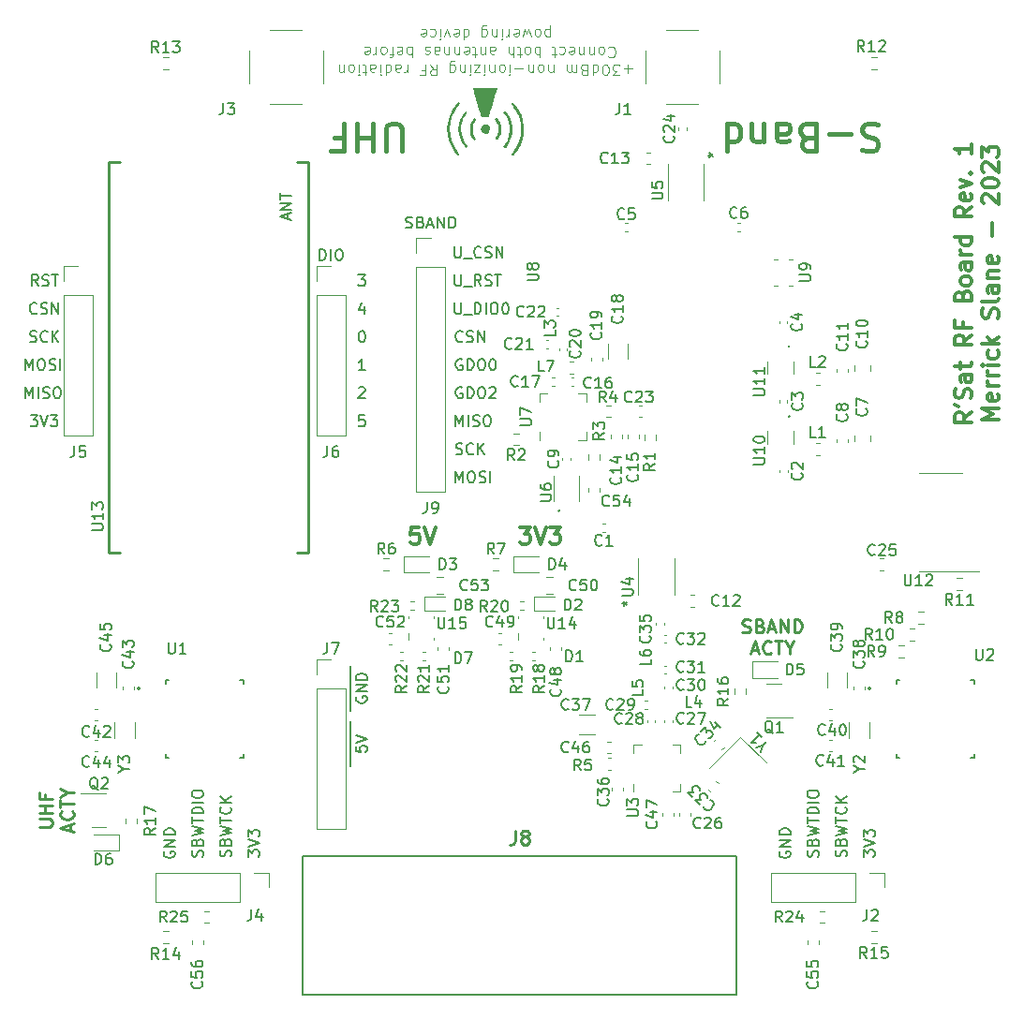
<source format=gbr>
%TF.GenerationSoftware,KiCad,Pcbnew,(6.0.8)*%
%TF.CreationDate,2023-01-27T01:30:18-08:00*%
%TF.ProjectId,RF_Board,52465f42-6f61-4726-942e-6b696361645f,rev?*%
%TF.SameCoordinates,Original*%
%TF.FileFunction,Legend,Top*%
%TF.FilePolarity,Positive*%
%FSLAX46Y46*%
G04 Gerber Fmt 4.6, Leading zero omitted, Abs format (unit mm)*
G04 Created by KiCad (PCBNEW (6.0.8)) date 2023-01-27 01:30:18*
%MOMM*%
%LPD*%
G01*
G04 APERTURE LIST*
%ADD10C,0.150000*%
%ADD11C,0.200000*%
%ADD12C,0.300000*%
%ADD13C,0.400000*%
%ADD14C,0.250000*%
%ADD15C,0.120000*%
%ADD16C,0.254000*%
%ADD17C,0.127000*%
G04 APERTURE END LIST*
D10*
X29718000Y-59966000D02*
X29718000Y-64030000D01*
X29718000Y-65024000D02*
X29718000Y-69088000D01*
D11*
X30186380Y-67246476D02*
X30186380Y-67722666D01*
X30662571Y-67770285D01*
X30614952Y-67722666D01*
X30567333Y-67627428D01*
X30567333Y-67389333D01*
X30614952Y-67294095D01*
X30662571Y-67246476D01*
X30757809Y-67198857D01*
X30995904Y-67198857D01*
X31091142Y-67246476D01*
X31138761Y-67294095D01*
X31186380Y-67389333D01*
X31186380Y-67627428D01*
X31138761Y-67722666D01*
X31091142Y-67770285D01*
X30186380Y-66913142D02*
X31186380Y-66579809D01*
X30186380Y-66246476D01*
X746285Y-30652761D02*
X889142Y-30700380D01*
X1127238Y-30700380D01*
X1222476Y-30652761D01*
X1270095Y-30605142D01*
X1317714Y-30509904D01*
X1317714Y-30414666D01*
X1270095Y-30319428D01*
X1222476Y-30271809D01*
X1127238Y-30224190D01*
X936761Y-30176571D01*
X841523Y-30128952D01*
X793904Y-30081333D01*
X746285Y-29986095D01*
X746285Y-29890857D01*
X793904Y-29795619D01*
X841523Y-29748000D01*
X936761Y-29700380D01*
X1174857Y-29700380D01*
X1317714Y-29748000D01*
X2317714Y-30605142D02*
X2270095Y-30652761D01*
X2127238Y-30700380D01*
X2032000Y-30700380D01*
X1889142Y-30652761D01*
X1793904Y-30557523D01*
X1746285Y-30462285D01*
X1698666Y-30271809D01*
X1698666Y-30128952D01*
X1746285Y-29938476D01*
X1793904Y-29843238D01*
X1889142Y-29748000D01*
X2032000Y-29700380D01*
X2127238Y-29700380D01*
X2270095Y-29748000D01*
X2317714Y-29795619D01*
X2746285Y-30700380D02*
X2746285Y-29700380D01*
X3317714Y-30700380D02*
X2889142Y-30128952D01*
X3317714Y-29700380D02*
X2746285Y-30271809D01*
X1484380Y-25620380D02*
X1151047Y-25144190D01*
X912952Y-25620380D02*
X912952Y-24620380D01*
X1293904Y-24620380D01*
X1389142Y-24668000D01*
X1436761Y-24715619D01*
X1484380Y-24810857D01*
X1484380Y-24953714D01*
X1436761Y-25048952D01*
X1389142Y-25096571D01*
X1293904Y-25144190D01*
X912952Y-25144190D01*
X1865333Y-25572761D02*
X2008190Y-25620380D01*
X2246285Y-25620380D01*
X2341523Y-25572761D01*
X2389142Y-25525142D01*
X2436761Y-25429904D01*
X2436761Y-25334666D01*
X2389142Y-25239428D01*
X2341523Y-25191809D01*
X2246285Y-25144190D01*
X2055809Y-25096571D01*
X1960571Y-25048952D01*
X1912952Y-25001333D01*
X1865333Y-24906095D01*
X1865333Y-24810857D01*
X1912952Y-24715619D01*
X1960571Y-24668000D01*
X2055809Y-24620380D01*
X2293904Y-24620380D01*
X2436761Y-24668000D01*
X2722476Y-24620380D02*
X3293904Y-24620380D01*
X3008190Y-25620380D02*
X3008190Y-24620380D01*
D10*
X74484761Y-77214095D02*
X74532380Y-77071238D01*
X74532380Y-76833142D01*
X74484761Y-76737904D01*
X74437142Y-76690285D01*
X74341904Y-76642666D01*
X74246666Y-76642666D01*
X74151428Y-76690285D01*
X74103809Y-76737904D01*
X74056190Y-76833142D01*
X74008571Y-77023619D01*
X73960952Y-77118857D01*
X73913333Y-77166476D01*
X73818095Y-77214095D01*
X73722857Y-77214095D01*
X73627619Y-77166476D01*
X73580000Y-77118857D01*
X73532380Y-77023619D01*
X73532380Y-76785523D01*
X73580000Y-76642666D01*
X74008571Y-75880761D02*
X74056190Y-75737904D01*
X74103809Y-75690285D01*
X74199047Y-75642666D01*
X74341904Y-75642666D01*
X74437142Y-75690285D01*
X74484761Y-75737904D01*
X74532380Y-75833142D01*
X74532380Y-76214095D01*
X73532380Y-76214095D01*
X73532380Y-75880761D01*
X73580000Y-75785523D01*
X73627619Y-75737904D01*
X73722857Y-75690285D01*
X73818095Y-75690285D01*
X73913333Y-75737904D01*
X73960952Y-75785523D01*
X74008571Y-75880761D01*
X74008571Y-76214095D01*
X73532380Y-75309333D02*
X74532380Y-75071238D01*
X73818095Y-74880761D01*
X74532380Y-74690285D01*
X73532380Y-74452190D01*
X73532380Y-74214095D02*
X73532380Y-73642666D01*
X74532380Y-73928380D02*
X73532380Y-73928380D01*
X74437142Y-72737904D02*
X74484761Y-72785523D01*
X74532380Y-72928380D01*
X74532380Y-73023619D01*
X74484761Y-73166476D01*
X74389523Y-73261714D01*
X74294285Y-73309333D01*
X74103809Y-73356952D01*
X73960952Y-73356952D01*
X73770476Y-73309333D01*
X73675238Y-73261714D01*
X73580000Y-73166476D01*
X73532380Y-73023619D01*
X73532380Y-72928380D01*
X73580000Y-72785523D01*
X73627619Y-72737904D01*
X74532380Y-72309333D02*
X73532380Y-72309333D01*
X74532380Y-71737904D02*
X73960952Y-72166476D01*
X73532380Y-71737904D02*
X74103809Y-72309333D01*
D11*
X39822523Y-30605142D02*
X39774904Y-30652761D01*
X39632047Y-30700380D01*
X39536809Y-30700380D01*
X39393952Y-30652761D01*
X39298714Y-30557523D01*
X39251095Y-30462285D01*
X39203476Y-30271809D01*
X39203476Y-30128952D01*
X39251095Y-29938476D01*
X39298714Y-29843238D01*
X39393952Y-29748000D01*
X39536809Y-29700380D01*
X39632047Y-29700380D01*
X39774904Y-29748000D01*
X39822523Y-29795619D01*
X40203476Y-30652761D02*
X40346333Y-30700380D01*
X40584428Y-30700380D01*
X40679666Y-30652761D01*
X40727285Y-30605142D01*
X40774904Y-30509904D01*
X40774904Y-30414666D01*
X40727285Y-30319428D01*
X40679666Y-30271809D01*
X40584428Y-30224190D01*
X40393952Y-30176571D01*
X40298714Y-30128952D01*
X40251095Y-30081333D01*
X40203476Y-29986095D01*
X40203476Y-29890857D01*
X40251095Y-29795619D01*
X40298714Y-29748000D01*
X40393952Y-29700380D01*
X40632047Y-29700380D01*
X40774904Y-29748000D01*
X41203476Y-30700380D02*
X41203476Y-29700380D01*
X41774904Y-30700380D01*
X41774904Y-29700380D01*
X30448285Y-34875619D02*
X30495904Y-34828000D01*
X30591142Y-34780380D01*
X30829238Y-34780380D01*
X30924476Y-34828000D01*
X30972095Y-34875619D01*
X31019714Y-34970857D01*
X31019714Y-35066095D01*
X30972095Y-35208952D01*
X30400666Y-35780380D01*
X31019714Y-35780380D01*
X39782904Y-34828000D02*
X39687666Y-34780380D01*
X39544809Y-34780380D01*
X39401952Y-34828000D01*
X39306714Y-34923238D01*
X39259095Y-35018476D01*
X39211476Y-35208952D01*
X39211476Y-35351809D01*
X39259095Y-35542285D01*
X39306714Y-35637523D01*
X39401952Y-35732761D01*
X39544809Y-35780380D01*
X39640047Y-35780380D01*
X39782904Y-35732761D01*
X39830523Y-35685142D01*
X39830523Y-35351809D01*
X39640047Y-35351809D01*
X40259095Y-35780380D02*
X40259095Y-34780380D01*
X40497190Y-34780380D01*
X40640047Y-34828000D01*
X40735285Y-34923238D01*
X40782904Y-35018476D01*
X40830523Y-35208952D01*
X40830523Y-35351809D01*
X40782904Y-35542285D01*
X40735285Y-35637523D01*
X40640047Y-35732761D01*
X40497190Y-35780380D01*
X40259095Y-35780380D01*
X41449571Y-34780380D02*
X41640047Y-34780380D01*
X41735285Y-34828000D01*
X41830523Y-34923238D01*
X41878142Y-35113714D01*
X41878142Y-35447047D01*
X41830523Y-35637523D01*
X41735285Y-35732761D01*
X41640047Y-35780380D01*
X41449571Y-35780380D01*
X41354333Y-35732761D01*
X41259095Y-35637523D01*
X41211476Y-35447047D01*
X41211476Y-35113714D01*
X41259095Y-34923238D01*
X41354333Y-34828000D01*
X41449571Y-34780380D01*
X42259095Y-34875619D02*
X42306714Y-34828000D01*
X42401952Y-34780380D01*
X42640047Y-34780380D01*
X42735285Y-34828000D01*
X42782904Y-34875619D01*
X42830523Y-34970857D01*
X42830523Y-35066095D01*
X42782904Y-35208952D01*
X42211476Y-35780380D01*
X42830523Y-35780380D01*
X30400666Y-24620380D02*
X31019714Y-24620380D01*
X30686380Y-25001333D01*
X30829238Y-25001333D01*
X30924476Y-25048952D01*
X30972095Y-25096571D01*
X31019714Y-25191809D01*
X31019714Y-25429904D01*
X30972095Y-25525142D01*
X30924476Y-25572761D01*
X30829238Y-25620380D01*
X30543523Y-25620380D01*
X30448285Y-25572761D01*
X30400666Y-25525142D01*
X39227285Y-40812761D02*
X39370142Y-40860380D01*
X39608238Y-40860380D01*
X39703476Y-40812761D01*
X39751095Y-40765142D01*
X39798714Y-40669904D01*
X39798714Y-40574666D01*
X39751095Y-40479428D01*
X39703476Y-40431809D01*
X39608238Y-40384190D01*
X39417761Y-40336571D01*
X39322523Y-40288952D01*
X39274904Y-40241333D01*
X39227285Y-40146095D01*
X39227285Y-40050857D01*
X39274904Y-39955619D01*
X39322523Y-39908000D01*
X39417761Y-39860380D01*
X39655857Y-39860380D01*
X39798714Y-39908000D01*
X40798714Y-40765142D02*
X40751095Y-40812761D01*
X40608238Y-40860380D01*
X40513000Y-40860380D01*
X40370142Y-40812761D01*
X40274904Y-40717523D01*
X40227285Y-40622285D01*
X40179666Y-40431809D01*
X40179666Y-40288952D01*
X40227285Y-40098476D01*
X40274904Y-40003238D01*
X40370142Y-39908000D01*
X40513000Y-39860380D01*
X40608238Y-39860380D01*
X40751095Y-39908000D01*
X40798714Y-39955619D01*
X41227285Y-40860380D02*
X41227285Y-39860380D01*
X41798714Y-40860380D02*
X41370142Y-40288952D01*
X41798714Y-39860380D02*
X41227285Y-40431809D01*
X26916190Y-23312380D02*
X26916190Y-22312380D01*
X27154285Y-22312380D01*
X27297142Y-22360000D01*
X27392380Y-22455238D01*
X27440000Y-22550476D01*
X27487619Y-22740952D01*
X27487619Y-22883809D01*
X27440000Y-23074285D01*
X27392380Y-23169523D01*
X27297142Y-23264761D01*
X27154285Y-23312380D01*
X26916190Y-23312380D01*
X27916190Y-23312380D02*
X27916190Y-22312380D01*
X28582857Y-22312380D02*
X28773333Y-22312380D01*
X28868571Y-22360000D01*
X28963809Y-22455238D01*
X29011428Y-22645714D01*
X29011428Y-22979047D01*
X28963809Y-23169523D01*
X28868571Y-23264761D01*
X28773333Y-23312380D01*
X28582857Y-23312380D01*
X28487619Y-23264761D01*
X28392380Y-23169523D01*
X28344761Y-22979047D01*
X28344761Y-22645714D01*
X28392380Y-22455238D01*
X28487619Y-22360000D01*
X28582857Y-22312380D01*
D12*
X35909285Y-47438571D02*
X35195000Y-47438571D01*
X35123571Y-48152857D01*
X35195000Y-48081428D01*
X35337857Y-48010000D01*
X35695000Y-48010000D01*
X35837857Y-48081428D01*
X35909285Y-48152857D01*
X35980714Y-48295714D01*
X35980714Y-48652857D01*
X35909285Y-48795714D01*
X35837857Y-48867142D01*
X35695000Y-48938571D01*
X35337857Y-48938571D01*
X35195000Y-48867142D01*
X35123571Y-48795714D01*
X36409285Y-47438571D02*
X36909285Y-48938571D01*
X37409285Y-47438571D01*
D13*
X34337238Y-13434047D02*
X34337238Y-11410238D01*
X34218190Y-11172142D01*
X34099142Y-11053095D01*
X33861047Y-10934047D01*
X33384857Y-10934047D01*
X33146761Y-11053095D01*
X33027714Y-11172142D01*
X32908666Y-11410238D01*
X32908666Y-13434047D01*
X31718190Y-10934047D02*
X31718190Y-13434047D01*
X31718190Y-12243571D02*
X30289619Y-12243571D01*
X30289619Y-10934047D02*
X30289619Y-13434047D01*
X28265809Y-12243571D02*
X29099142Y-12243571D01*
X29099142Y-10934047D02*
X29099142Y-13434047D01*
X27908666Y-13434047D01*
D12*
X85831071Y-37078571D02*
X85116785Y-37578571D01*
X85831071Y-37935714D02*
X84331071Y-37935714D01*
X84331071Y-37364285D01*
X84402500Y-37221428D01*
X84473928Y-37149999D01*
X84616785Y-37078571D01*
X84831071Y-37078571D01*
X84973928Y-37149999D01*
X85045357Y-37221428D01*
X85116785Y-37364285D01*
X85116785Y-37935714D01*
X84331071Y-36364285D02*
X84616785Y-36507142D01*
X85759642Y-35792857D02*
X85831071Y-35578571D01*
X85831071Y-35221428D01*
X85759642Y-35078571D01*
X85688214Y-35007142D01*
X85545357Y-34935714D01*
X85402500Y-34935714D01*
X85259642Y-35007142D01*
X85188214Y-35078571D01*
X85116785Y-35221428D01*
X85045357Y-35507142D01*
X84973928Y-35649999D01*
X84902500Y-35721428D01*
X84759642Y-35792857D01*
X84616785Y-35792857D01*
X84473928Y-35721428D01*
X84402500Y-35649999D01*
X84331071Y-35507142D01*
X84331071Y-35149999D01*
X84402500Y-34935714D01*
X85831071Y-33649999D02*
X85045357Y-33649999D01*
X84902500Y-33721428D01*
X84831071Y-33864285D01*
X84831071Y-34149999D01*
X84902500Y-34292857D01*
X85759642Y-33649999D02*
X85831071Y-33792857D01*
X85831071Y-34149999D01*
X85759642Y-34292857D01*
X85616785Y-34364285D01*
X85473928Y-34364285D01*
X85331071Y-34292857D01*
X85259642Y-34149999D01*
X85259642Y-33792857D01*
X85188214Y-33649999D01*
X84831071Y-33149999D02*
X84831071Y-32578571D01*
X84331071Y-32935714D02*
X85616785Y-32935714D01*
X85759642Y-32864285D01*
X85831071Y-32721428D01*
X85831071Y-32578571D01*
X85831071Y-30078571D02*
X85116785Y-30578571D01*
X85831071Y-30935714D02*
X84331071Y-30935714D01*
X84331071Y-30364285D01*
X84402500Y-30221428D01*
X84473928Y-30149999D01*
X84616785Y-30078571D01*
X84831071Y-30078571D01*
X84973928Y-30149999D01*
X85045357Y-30221428D01*
X85116785Y-30364285D01*
X85116785Y-30935714D01*
X85045357Y-28935714D02*
X85045357Y-29435714D01*
X85831071Y-29435714D02*
X84331071Y-29435714D01*
X84331071Y-28721428D01*
X85045357Y-26507142D02*
X85116785Y-26292857D01*
X85188214Y-26221428D01*
X85331071Y-26149999D01*
X85545357Y-26149999D01*
X85688214Y-26221428D01*
X85759642Y-26292857D01*
X85831071Y-26435714D01*
X85831071Y-27007142D01*
X84331071Y-27007142D01*
X84331071Y-26507142D01*
X84402500Y-26364285D01*
X84473928Y-26292857D01*
X84616785Y-26221428D01*
X84759642Y-26221428D01*
X84902500Y-26292857D01*
X84973928Y-26364285D01*
X85045357Y-26507142D01*
X85045357Y-27007142D01*
X85831071Y-25292857D02*
X85759642Y-25435714D01*
X85688214Y-25507142D01*
X85545357Y-25578571D01*
X85116785Y-25578571D01*
X84973928Y-25507142D01*
X84902500Y-25435714D01*
X84831071Y-25292857D01*
X84831071Y-25078571D01*
X84902500Y-24935714D01*
X84973928Y-24864285D01*
X85116785Y-24792857D01*
X85545357Y-24792857D01*
X85688214Y-24864285D01*
X85759642Y-24935714D01*
X85831071Y-25078571D01*
X85831071Y-25292857D01*
X85831071Y-23507142D02*
X85045357Y-23507142D01*
X84902500Y-23578571D01*
X84831071Y-23721428D01*
X84831071Y-24007142D01*
X84902500Y-24150000D01*
X85759642Y-23507142D02*
X85831071Y-23650000D01*
X85831071Y-24007142D01*
X85759642Y-24150000D01*
X85616785Y-24221428D01*
X85473928Y-24221428D01*
X85331071Y-24150000D01*
X85259642Y-24007142D01*
X85259642Y-23650000D01*
X85188214Y-23507142D01*
X85831071Y-22792857D02*
X84831071Y-22792857D01*
X85116785Y-22792857D02*
X84973928Y-22721428D01*
X84902500Y-22650000D01*
X84831071Y-22507142D01*
X84831071Y-22364285D01*
X85831071Y-21221428D02*
X84331071Y-21221428D01*
X85759642Y-21221428D02*
X85831071Y-21364285D01*
X85831071Y-21650000D01*
X85759642Y-21792857D01*
X85688214Y-21864285D01*
X85545357Y-21935714D01*
X85116785Y-21935714D01*
X84973928Y-21864285D01*
X84902500Y-21792857D01*
X84831071Y-21650000D01*
X84831071Y-21364285D01*
X84902500Y-21221428D01*
X85831071Y-18507142D02*
X85116785Y-19007142D01*
X85831071Y-19364285D02*
X84331071Y-19364285D01*
X84331071Y-18792857D01*
X84402500Y-18650000D01*
X84473928Y-18578571D01*
X84616785Y-18507142D01*
X84831071Y-18507142D01*
X84973928Y-18578571D01*
X85045357Y-18650000D01*
X85116785Y-18792857D01*
X85116785Y-19364285D01*
X85759642Y-17292857D02*
X85831071Y-17435714D01*
X85831071Y-17721428D01*
X85759642Y-17864285D01*
X85616785Y-17935714D01*
X85045357Y-17935714D01*
X84902500Y-17864285D01*
X84831071Y-17721428D01*
X84831071Y-17435714D01*
X84902500Y-17292857D01*
X85045357Y-17221428D01*
X85188214Y-17221428D01*
X85331071Y-17935714D01*
X84831071Y-16721428D02*
X85831071Y-16364285D01*
X84831071Y-16007142D01*
X85688214Y-15435714D02*
X85759642Y-15364285D01*
X85831071Y-15435714D01*
X85759642Y-15507142D01*
X85688214Y-15435714D01*
X85831071Y-15435714D01*
X85831071Y-12792857D02*
X85831071Y-13650000D01*
X85831071Y-13221428D02*
X84331071Y-13221428D01*
X84545357Y-13364285D01*
X84688214Y-13507142D01*
X84759642Y-13650000D01*
X88246071Y-37685714D02*
X86746071Y-37685714D01*
X87817500Y-37185714D01*
X86746071Y-36685714D01*
X88246071Y-36685714D01*
X88174642Y-35400000D02*
X88246071Y-35542857D01*
X88246071Y-35828571D01*
X88174642Y-35971428D01*
X88031785Y-36042857D01*
X87460357Y-36042857D01*
X87317500Y-35971428D01*
X87246071Y-35828571D01*
X87246071Y-35542857D01*
X87317500Y-35400000D01*
X87460357Y-35328571D01*
X87603214Y-35328571D01*
X87746071Y-36042857D01*
X88246071Y-34685714D02*
X87246071Y-34685714D01*
X87531785Y-34685714D02*
X87388928Y-34614285D01*
X87317500Y-34542857D01*
X87246071Y-34400000D01*
X87246071Y-34257142D01*
X88246071Y-33757142D02*
X87246071Y-33757142D01*
X87531785Y-33757142D02*
X87388928Y-33685714D01*
X87317500Y-33614285D01*
X87246071Y-33471428D01*
X87246071Y-33328571D01*
X88246071Y-32828571D02*
X87246071Y-32828571D01*
X86746071Y-32828571D02*
X86817500Y-32900000D01*
X86888928Y-32828571D01*
X86817500Y-32757142D01*
X86746071Y-32828571D01*
X86888928Y-32828571D01*
X88174642Y-31471428D02*
X88246071Y-31614285D01*
X88246071Y-31900000D01*
X88174642Y-32042857D01*
X88103214Y-32114285D01*
X87960357Y-32185714D01*
X87531785Y-32185714D01*
X87388928Y-32114285D01*
X87317500Y-32042857D01*
X87246071Y-31900000D01*
X87246071Y-31614285D01*
X87317500Y-31471428D01*
X88246071Y-30828571D02*
X86746071Y-30828571D01*
X87674642Y-30685714D02*
X88246071Y-30257142D01*
X87246071Y-30257142D02*
X87817500Y-30828571D01*
X88174642Y-28542857D02*
X88246071Y-28328571D01*
X88246071Y-27971428D01*
X88174642Y-27828571D01*
X88103214Y-27757142D01*
X87960357Y-27685714D01*
X87817500Y-27685714D01*
X87674642Y-27757142D01*
X87603214Y-27828571D01*
X87531785Y-27971428D01*
X87460357Y-28257142D01*
X87388928Y-28400000D01*
X87317500Y-28471428D01*
X87174642Y-28542857D01*
X87031785Y-28542857D01*
X86888928Y-28471428D01*
X86817500Y-28400000D01*
X86746071Y-28257142D01*
X86746071Y-27900000D01*
X86817500Y-27685714D01*
X88246071Y-26828571D02*
X88174642Y-26971428D01*
X88031785Y-27042857D01*
X86746071Y-27042857D01*
X88246071Y-25614285D02*
X87460357Y-25614285D01*
X87317500Y-25685714D01*
X87246071Y-25828571D01*
X87246071Y-26114285D01*
X87317500Y-26257142D01*
X88174642Y-25614285D02*
X88246071Y-25757142D01*
X88246071Y-26114285D01*
X88174642Y-26257142D01*
X88031785Y-26328571D01*
X87888928Y-26328571D01*
X87746071Y-26257142D01*
X87674642Y-26114285D01*
X87674642Y-25757142D01*
X87603214Y-25614285D01*
X87246071Y-24900000D02*
X88246071Y-24900000D01*
X87388928Y-24900000D02*
X87317500Y-24828571D01*
X87246071Y-24685714D01*
X87246071Y-24471428D01*
X87317500Y-24328571D01*
X87460357Y-24257142D01*
X88246071Y-24257142D01*
X88174642Y-22971428D02*
X88246071Y-23114285D01*
X88246071Y-23400000D01*
X88174642Y-23542857D01*
X88031785Y-23614285D01*
X87460357Y-23614285D01*
X87317500Y-23542857D01*
X87246071Y-23400000D01*
X87246071Y-23114285D01*
X87317500Y-22971428D01*
X87460357Y-22900000D01*
X87603214Y-22900000D01*
X87746071Y-23614285D01*
X87674642Y-21114285D02*
X87674642Y-19971428D01*
X86888928Y-18185714D02*
X86817500Y-18114285D01*
X86746071Y-17971428D01*
X86746071Y-17614285D01*
X86817500Y-17471428D01*
X86888928Y-17400000D01*
X87031785Y-17328571D01*
X87174642Y-17328571D01*
X87388928Y-17400000D01*
X88246071Y-18257142D01*
X88246071Y-17328571D01*
X86746071Y-16400000D02*
X86746071Y-16257142D01*
X86817500Y-16114285D01*
X86888928Y-16042857D01*
X87031785Y-15971428D01*
X87317500Y-15900000D01*
X87674642Y-15900000D01*
X87960357Y-15971428D01*
X88103214Y-16042857D01*
X88174642Y-16114285D01*
X88246071Y-16257142D01*
X88246071Y-16400000D01*
X88174642Y-16542857D01*
X88103214Y-16614285D01*
X87960357Y-16685714D01*
X87674642Y-16757142D01*
X87317500Y-16757142D01*
X87031785Y-16685714D01*
X86888928Y-16614285D01*
X86817500Y-16542857D01*
X86746071Y-16400000D01*
X86888928Y-15328571D02*
X86817500Y-15257142D01*
X86746071Y-15114285D01*
X86746071Y-14757142D01*
X86817500Y-14614285D01*
X86888928Y-14542857D01*
X87031785Y-14471428D01*
X87174642Y-14471428D01*
X87388928Y-14542857D01*
X88246071Y-15400000D01*
X88246071Y-14471428D01*
X86746071Y-13971428D02*
X86746071Y-13042857D01*
X87317500Y-13542857D01*
X87317500Y-13328571D01*
X87388928Y-13185714D01*
X87460357Y-13114285D01*
X87603214Y-13042857D01*
X87960357Y-13042857D01*
X88103214Y-13114285D01*
X88174642Y-13185714D01*
X88246071Y-13328571D01*
X88246071Y-13757142D01*
X88174642Y-13900000D01*
X88103214Y-13971428D01*
D11*
X30972095Y-37320380D02*
X30495904Y-37320380D01*
X30448285Y-37796571D01*
X30495904Y-37748952D01*
X30591142Y-37701333D01*
X30829238Y-37701333D01*
X30924476Y-37748952D01*
X30972095Y-37796571D01*
X31019714Y-37891809D01*
X31019714Y-38129904D01*
X30972095Y-38225142D01*
X30924476Y-38272761D01*
X30829238Y-38320380D01*
X30591142Y-38320380D01*
X30495904Y-38272761D01*
X30448285Y-38225142D01*
X333571Y-35780380D02*
X333571Y-34780380D01*
X666904Y-35494666D01*
X1000238Y-34780380D01*
X1000238Y-35780380D01*
X1476428Y-35780380D02*
X1476428Y-34780380D01*
X1905000Y-35732761D02*
X2047857Y-35780380D01*
X2285952Y-35780380D01*
X2381190Y-35732761D01*
X2428809Y-35685142D01*
X2476428Y-35589904D01*
X2476428Y-35494666D01*
X2428809Y-35399428D01*
X2381190Y-35351809D01*
X2285952Y-35304190D01*
X2095476Y-35256571D01*
X2000238Y-35208952D01*
X1952619Y-35161333D01*
X1905000Y-35066095D01*
X1905000Y-34970857D01*
X1952619Y-34875619D01*
X2000238Y-34828000D01*
X2095476Y-34780380D01*
X2333571Y-34780380D01*
X2476428Y-34828000D01*
X3095476Y-34780380D02*
X3285952Y-34780380D01*
X3381190Y-34828000D01*
X3476428Y-34923238D01*
X3524047Y-35113714D01*
X3524047Y-35447047D01*
X3476428Y-35637523D01*
X3381190Y-35732761D01*
X3285952Y-35780380D01*
X3095476Y-35780380D01*
X3000238Y-35732761D01*
X2905000Y-35637523D01*
X2857380Y-35447047D01*
X2857380Y-35113714D01*
X2905000Y-34923238D01*
X3000238Y-34828000D01*
X3095476Y-34780380D01*
X39195571Y-38320380D02*
X39195571Y-37320380D01*
X39528904Y-38034666D01*
X39862238Y-37320380D01*
X39862238Y-38320380D01*
X40338428Y-38320380D02*
X40338428Y-37320380D01*
X40767000Y-38272761D02*
X40909857Y-38320380D01*
X41147952Y-38320380D01*
X41243190Y-38272761D01*
X41290809Y-38225142D01*
X41338428Y-38129904D01*
X41338428Y-38034666D01*
X41290809Y-37939428D01*
X41243190Y-37891809D01*
X41147952Y-37844190D01*
X40957476Y-37796571D01*
X40862238Y-37748952D01*
X40814619Y-37701333D01*
X40767000Y-37606095D01*
X40767000Y-37510857D01*
X40814619Y-37415619D01*
X40862238Y-37368000D01*
X40957476Y-37320380D01*
X41195571Y-37320380D01*
X41338428Y-37368000D01*
X41957476Y-37320380D02*
X42147952Y-37320380D01*
X42243190Y-37368000D01*
X42338428Y-37463238D01*
X42386047Y-37653714D01*
X42386047Y-37987047D01*
X42338428Y-38177523D01*
X42243190Y-38272761D01*
X42147952Y-38320380D01*
X41957476Y-38320380D01*
X41862238Y-38272761D01*
X41767000Y-38177523D01*
X41719380Y-37987047D01*
X41719380Y-37653714D01*
X41767000Y-37463238D01*
X41862238Y-37368000D01*
X41957476Y-37320380D01*
X333571Y-33240380D02*
X333571Y-32240380D01*
X666904Y-32954666D01*
X1000238Y-32240380D01*
X1000238Y-33240380D01*
X1666904Y-32240380D02*
X1857380Y-32240380D01*
X1952619Y-32288000D01*
X2047857Y-32383238D01*
X2095476Y-32573714D01*
X2095476Y-32907047D01*
X2047857Y-33097523D01*
X1952619Y-33192761D01*
X1857380Y-33240380D01*
X1666904Y-33240380D01*
X1571666Y-33192761D01*
X1476428Y-33097523D01*
X1428809Y-32907047D01*
X1428809Y-32573714D01*
X1476428Y-32383238D01*
X1571666Y-32288000D01*
X1666904Y-32240380D01*
X2476428Y-33192761D02*
X2619285Y-33240380D01*
X2857380Y-33240380D01*
X2952619Y-33192761D01*
X3000238Y-33145142D01*
X3047857Y-33049904D01*
X3047857Y-32954666D01*
X3000238Y-32859428D01*
X2952619Y-32811809D01*
X2857380Y-32764190D01*
X2666904Y-32716571D01*
X2571666Y-32668952D01*
X2524047Y-32621333D01*
X2476428Y-32526095D01*
X2476428Y-32430857D01*
X2524047Y-32335619D01*
X2571666Y-32288000D01*
X2666904Y-32240380D01*
X2905000Y-32240380D01*
X3047857Y-32288000D01*
X3476428Y-33240380D02*
X3476428Y-32240380D01*
D14*
X65119285Y-56923714D02*
X65290714Y-56980857D01*
X65576428Y-56980857D01*
X65690714Y-56923714D01*
X65747857Y-56866571D01*
X65805000Y-56752285D01*
X65805000Y-56638000D01*
X65747857Y-56523714D01*
X65690714Y-56466571D01*
X65576428Y-56409428D01*
X65347857Y-56352285D01*
X65233571Y-56295142D01*
X65176428Y-56238000D01*
X65119285Y-56123714D01*
X65119285Y-56009428D01*
X65176428Y-55895142D01*
X65233571Y-55838000D01*
X65347857Y-55780857D01*
X65633571Y-55780857D01*
X65805000Y-55838000D01*
X66719285Y-56352285D02*
X66890714Y-56409428D01*
X66947857Y-56466571D01*
X67005000Y-56580857D01*
X67005000Y-56752285D01*
X66947857Y-56866571D01*
X66890714Y-56923714D01*
X66776428Y-56980857D01*
X66319285Y-56980857D01*
X66319285Y-55780857D01*
X66719285Y-55780857D01*
X66833571Y-55838000D01*
X66890714Y-55895142D01*
X66947857Y-56009428D01*
X66947857Y-56123714D01*
X66890714Y-56238000D01*
X66833571Y-56295142D01*
X66719285Y-56352285D01*
X66319285Y-56352285D01*
X67462142Y-56638000D02*
X68033571Y-56638000D01*
X67347857Y-56980857D02*
X67747857Y-55780857D01*
X68147857Y-56980857D01*
X68547857Y-56980857D02*
X68547857Y-55780857D01*
X69233571Y-56980857D01*
X69233571Y-55780857D01*
X69805000Y-56980857D02*
X69805000Y-55780857D01*
X70090714Y-55780857D01*
X70262142Y-55838000D01*
X70376428Y-55952285D01*
X70433571Y-56066571D01*
X70490714Y-56295142D01*
X70490714Y-56466571D01*
X70433571Y-56695142D01*
X70376428Y-56809428D01*
X70262142Y-56923714D01*
X70090714Y-56980857D01*
X69805000Y-56980857D01*
X65947857Y-58570000D02*
X66519285Y-58570000D01*
X65833571Y-58912857D02*
X66233571Y-57712857D01*
X66633571Y-58912857D01*
X67719285Y-58798571D02*
X67662142Y-58855714D01*
X67490714Y-58912857D01*
X67376428Y-58912857D01*
X67205000Y-58855714D01*
X67090714Y-58741428D01*
X67033571Y-58627142D01*
X66976428Y-58398571D01*
X66976428Y-58227142D01*
X67033571Y-57998571D01*
X67090714Y-57884285D01*
X67205000Y-57770000D01*
X67376428Y-57712857D01*
X67490714Y-57712857D01*
X67662142Y-57770000D01*
X67719285Y-57827142D01*
X68062142Y-57712857D02*
X68747857Y-57712857D01*
X68405000Y-58912857D02*
X68405000Y-57712857D01*
X69376428Y-58341428D02*
X69376428Y-58912857D01*
X68976428Y-57712857D02*
X69376428Y-58341428D01*
X69776428Y-57712857D01*
D13*
X77389761Y-11053095D02*
X77032619Y-10934047D01*
X76437380Y-10934047D01*
X76199285Y-11053095D01*
X76080238Y-11172142D01*
X75961190Y-11410238D01*
X75961190Y-11648333D01*
X76080238Y-11886428D01*
X76199285Y-12005476D01*
X76437380Y-12124523D01*
X76913571Y-12243571D01*
X77151666Y-12362619D01*
X77270714Y-12481666D01*
X77389761Y-12719761D01*
X77389761Y-12957857D01*
X77270714Y-13195952D01*
X77151666Y-13315000D01*
X76913571Y-13434047D01*
X76318333Y-13434047D01*
X75961190Y-13315000D01*
X74889761Y-11886428D02*
X72985000Y-11886428D01*
X70961190Y-12243571D02*
X70604047Y-12124523D01*
X70485000Y-12005476D01*
X70365952Y-11767380D01*
X70365952Y-11410238D01*
X70485000Y-11172142D01*
X70604047Y-11053095D01*
X70842142Y-10934047D01*
X71794523Y-10934047D01*
X71794523Y-13434047D01*
X70961190Y-13434047D01*
X70723095Y-13315000D01*
X70604047Y-13195952D01*
X70485000Y-12957857D01*
X70485000Y-12719761D01*
X70604047Y-12481666D01*
X70723095Y-12362619D01*
X70961190Y-12243571D01*
X71794523Y-12243571D01*
X68223095Y-10934047D02*
X68223095Y-12243571D01*
X68342142Y-12481666D01*
X68580238Y-12600714D01*
X69056428Y-12600714D01*
X69294523Y-12481666D01*
X68223095Y-11053095D02*
X68461190Y-10934047D01*
X69056428Y-10934047D01*
X69294523Y-11053095D01*
X69413571Y-11291190D01*
X69413571Y-11529285D01*
X69294523Y-11767380D01*
X69056428Y-11886428D01*
X68461190Y-11886428D01*
X68223095Y-12005476D01*
X67032619Y-12600714D02*
X67032619Y-10934047D01*
X67032619Y-12362619D02*
X66913571Y-12481666D01*
X66675476Y-12600714D01*
X66318333Y-12600714D01*
X66080238Y-12481666D01*
X65961190Y-12243571D01*
X65961190Y-10934047D01*
X63699285Y-10934047D02*
X63699285Y-13434047D01*
X63699285Y-11053095D02*
X63937380Y-10934047D01*
X64413571Y-10934047D01*
X64651666Y-11053095D01*
X64770714Y-11172142D01*
X64889761Y-11410238D01*
X64889761Y-12124523D01*
X64770714Y-12362619D01*
X64651666Y-12481666D01*
X64413571Y-12600714D01*
X63937380Y-12600714D01*
X63699285Y-12481666D01*
D10*
X12880000Y-76761904D02*
X12832380Y-76857142D01*
X12832380Y-77000000D01*
X12880000Y-77142857D01*
X12975238Y-77238095D01*
X13070476Y-77285714D01*
X13260952Y-77333333D01*
X13403809Y-77333333D01*
X13594285Y-77285714D01*
X13689523Y-77238095D01*
X13784761Y-77142857D01*
X13832380Y-77000000D01*
X13832380Y-76904761D01*
X13784761Y-76761904D01*
X13737142Y-76714285D01*
X13403809Y-76714285D01*
X13403809Y-76904761D01*
X13832380Y-76285714D02*
X12832380Y-76285714D01*
X13832380Y-75714285D01*
X12832380Y-75714285D01*
X13832380Y-75238095D02*
X12832380Y-75238095D01*
X12832380Y-75000000D01*
X12880000Y-74857142D01*
X12975238Y-74761904D01*
X13070476Y-74714285D01*
X13260952Y-74666666D01*
X13403809Y-74666666D01*
X13594285Y-74714285D01*
X13689523Y-74761904D01*
X13784761Y-74857142D01*
X13832380Y-75000000D01*
X13832380Y-75238095D01*
X20452380Y-77238095D02*
X20452380Y-76619047D01*
X20833333Y-76952380D01*
X20833333Y-76809523D01*
X20880952Y-76714285D01*
X20928571Y-76666666D01*
X21023809Y-76619047D01*
X21261904Y-76619047D01*
X21357142Y-76666666D01*
X21404761Y-76714285D01*
X21452380Y-76809523D01*
X21452380Y-77095238D01*
X21404761Y-77190476D01*
X21357142Y-77238095D01*
X20452380Y-76333333D02*
X21452380Y-76000000D01*
X20452380Y-75666666D01*
X20452380Y-75428571D02*
X20452380Y-74809523D01*
X20833333Y-75142857D01*
X20833333Y-75000000D01*
X20880952Y-74904761D01*
X20928571Y-74857142D01*
X21023809Y-74809523D01*
X21261904Y-74809523D01*
X21357142Y-74857142D01*
X21404761Y-74904761D01*
X21452380Y-75000000D01*
X21452380Y-75285714D01*
X21404761Y-75380952D01*
X21357142Y-75428571D01*
D11*
X30924476Y-27493714D02*
X30924476Y-28160380D01*
X30686380Y-27112761D02*
X30448285Y-27827047D01*
X31067333Y-27827047D01*
D10*
X16324761Y-77222000D02*
X16372380Y-77079142D01*
X16372380Y-76841047D01*
X16324761Y-76745809D01*
X16277142Y-76698190D01*
X16181904Y-76650571D01*
X16086666Y-76650571D01*
X15991428Y-76698190D01*
X15943809Y-76745809D01*
X15896190Y-76841047D01*
X15848571Y-77031523D01*
X15800952Y-77126761D01*
X15753333Y-77174380D01*
X15658095Y-77222000D01*
X15562857Y-77222000D01*
X15467619Y-77174380D01*
X15420000Y-77126761D01*
X15372380Y-77031523D01*
X15372380Y-76793428D01*
X15420000Y-76650571D01*
X15848571Y-75888666D02*
X15896190Y-75745809D01*
X15943809Y-75698190D01*
X16039047Y-75650571D01*
X16181904Y-75650571D01*
X16277142Y-75698190D01*
X16324761Y-75745809D01*
X16372380Y-75841047D01*
X16372380Y-76222000D01*
X15372380Y-76222000D01*
X15372380Y-75888666D01*
X15420000Y-75793428D01*
X15467619Y-75745809D01*
X15562857Y-75698190D01*
X15658095Y-75698190D01*
X15753333Y-75745809D01*
X15800952Y-75793428D01*
X15848571Y-75888666D01*
X15848571Y-76222000D01*
X15372380Y-75317238D02*
X16372380Y-75079142D01*
X15658095Y-74888666D01*
X16372380Y-74698190D01*
X15372380Y-74460095D01*
X15372380Y-74222000D02*
X15372380Y-73650571D01*
X16372380Y-73936285D02*
X15372380Y-73936285D01*
X16372380Y-73317238D02*
X15372380Y-73317238D01*
X15372380Y-73079142D01*
X15420000Y-72936285D01*
X15515238Y-72841047D01*
X15610476Y-72793428D01*
X15800952Y-72745809D01*
X15943809Y-72745809D01*
X16134285Y-72793428D01*
X16229523Y-72841047D01*
X16324761Y-72936285D01*
X16372380Y-73079142D01*
X16372380Y-73317238D01*
X16372380Y-72317238D02*
X15372380Y-72317238D01*
X15372380Y-71650571D02*
X15372380Y-71460095D01*
X15420000Y-71364857D01*
X15515238Y-71269619D01*
X15705714Y-71222000D01*
X16039047Y-71222000D01*
X16229523Y-71269619D01*
X16324761Y-71364857D01*
X16372380Y-71460095D01*
X16372380Y-71650571D01*
X16324761Y-71745809D01*
X16229523Y-71841047D01*
X16039047Y-71888666D01*
X15705714Y-71888666D01*
X15515238Y-71841047D01*
X15420000Y-71745809D01*
X15372380Y-71650571D01*
D11*
X30234000Y-62759904D02*
X30186380Y-62855142D01*
X30186380Y-62998000D01*
X30234000Y-63140857D01*
X30329238Y-63236095D01*
X30424476Y-63283714D01*
X30614952Y-63331333D01*
X30757809Y-63331333D01*
X30948285Y-63283714D01*
X31043523Y-63236095D01*
X31138761Y-63140857D01*
X31186380Y-62998000D01*
X31186380Y-62902761D01*
X31138761Y-62759904D01*
X31091142Y-62712285D01*
X30757809Y-62712285D01*
X30757809Y-62902761D01*
X31186380Y-62283714D02*
X30186380Y-62283714D01*
X31186380Y-61712285D01*
X30186380Y-61712285D01*
X31186380Y-61236095D02*
X30186380Y-61236095D01*
X30186380Y-60998000D01*
X30234000Y-60855142D01*
X30329238Y-60759904D01*
X30424476Y-60712285D01*
X30614952Y-60664666D01*
X30757809Y-60664666D01*
X30948285Y-60712285D01*
X31043523Y-60759904D01*
X31138761Y-60855142D01*
X31186380Y-60998000D01*
X31186380Y-61236095D01*
X39124238Y-27160380D02*
X39124238Y-27969904D01*
X39171857Y-28065142D01*
X39219476Y-28112761D01*
X39314714Y-28160380D01*
X39505190Y-28160380D01*
X39600428Y-28112761D01*
X39648047Y-28065142D01*
X39695666Y-27969904D01*
X39695666Y-27160380D01*
X39933761Y-28255619D02*
X40695666Y-28255619D01*
X40933761Y-28160380D02*
X40933761Y-27160380D01*
X41171857Y-27160380D01*
X41314714Y-27208000D01*
X41409952Y-27303238D01*
X41457571Y-27398476D01*
X41505190Y-27588952D01*
X41505190Y-27731809D01*
X41457571Y-27922285D01*
X41409952Y-28017523D01*
X41314714Y-28112761D01*
X41171857Y-28160380D01*
X40933761Y-28160380D01*
X41933761Y-28160380D02*
X41933761Y-27160380D01*
X42600428Y-27160380D02*
X42790904Y-27160380D01*
X42886142Y-27208000D01*
X42981380Y-27303238D01*
X43029000Y-27493714D01*
X43029000Y-27827047D01*
X42981380Y-28017523D01*
X42886142Y-28112761D01*
X42790904Y-28160380D01*
X42600428Y-28160380D01*
X42505190Y-28112761D01*
X42409952Y-28017523D01*
X42362333Y-27827047D01*
X42362333Y-27493714D01*
X42409952Y-27303238D01*
X42505190Y-27208000D01*
X42600428Y-27160380D01*
X43648047Y-27160380D02*
X43743285Y-27160380D01*
X43838523Y-27208000D01*
X43886142Y-27255619D01*
X43933761Y-27350857D01*
X43981380Y-27541333D01*
X43981380Y-27779428D01*
X43933761Y-27969904D01*
X43886142Y-28065142D01*
X43838523Y-28112761D01*
X43743285Y-28160380D01*
X43648047Y-28160380D01*
X43552809Y-28112761D01*
X43505190Y-28065142D01*
X43457571Y-27969904D01*
X43409952Y-27779428D01*
X43409952Y-27541333D01*
X43457571Y-27350857D01*
X43505190Y-27255619D01*
X43552809Y-27208000D01*
X43648047Y-27160380D01*
D10*
X68500000Y-76761904D02*
X68452380Y-76857142D01*
X68452380Y-77000000D01*
X68500000Y-77142857D01*
X68595238Y-77238095D01*
X68690476Y-77285714D01*
X68880952Y-77333333D01*
X69023809Y-77333333D01*
X69214285Y-77285714D01*
X69309523Y-77238095D01*
X69404761Y-77142857D01*
X69452380Y-77000000D01*
X69452380Y-76904761D01*
X69404761Y-76761904D01*
X69357142Y-76714285D01*
X69023809Y-76714285D01*
X69023809Y-76904761D01*
X69452380Y-76285714D02*
X68452380Y-76285714D01*
X69452380Y-75714285D01*
X68452380Y-75714285D01*
X69452380Y-75238095D02*
X68452380Y-75238095D01*
X68452380Y-75000000D01*
X68500000Y-74857142D01*
X68595238Y-74761904D01*
X68690476Y-74714285D01*
X68880952Y-74666666D01*
X69023809Y-74666666D01*
X69214285Y-74714285D01*
X69309523Y-74761904D01*
X69404761Y-74857142D01*
X69452380Y-75000000D01*
X69452380Y-75238095D01*
D11*
X39108333Y-22080380D02*
X39108333Y-22889904D01*
X39155952Y-22985142D01*
X39203571Y-23032761D01*
X39298809Y-23080380D01*
X39489285Y-23080380D01*
X39584523Y-23032761D01*
X39632142Y-22985142D01*
X39679761Y-22889904D01*
X39679761Y-22080380D01*
X39917857Y-23175619D02*
X40679761Y-23175619D01*
X41489285Y-22985142D02*
X41441666Y-23032761D01*
X41298809Y-23080380D01*
X41203571Y-23080380D01*
X41060714Y-23032761D01*
X40965476Y-22937523D01*
X40917857Y-22842285D01*
X40870238Y-22651809D01*
X40870238Y-22508952D01*
X40917857Y-22318476D01*
X40965476Y-22223238D01*
X41060714Y-22128000D01*
X41203571Y-22080380D01*
X41298809Y-22080380D01*
X41441666Y-22128000D01*
X41489285Y-22175619D01*
X41870238Y-23032761D02*
X42013095Y-23080380D01*
X42251190Y-23080380D01*
X42346428Y-23032761D01*
X42394047Y-22985142D01*
X42441666Y-22889904D01*
X42441666Y-22794666D01*
X42394047Y-22699428D01*
X42346428Y-22651809D01*
X42251190Y-22604190D01*
X42060714Y-22556571D01*
X41965476Y-22508952D01*
X41917857Y-22461333D01*
X41870238Y-22366095D01*
X41870238Y-22270857D01*
X41917857Y-22175619D01*
X41965476Y-22128000D01*
X42060714Y-22080380D01*
X42298809Y-22080380D01*
X42441666Y-22128000D01*
X42870238Y-23080380D02*
X42870238Y-22080380D01*
X43441666Y-23080380D01*
X43441666Y-22080380D01*
D15*
X55171904Y-5983571D02*
X54410000Y-5983571D01*
X54790952Y-5602619D02*
X54790952Y-6364523D01*
X54029047Y-6602619D02*
X53410000Y-6602619D01*
X53743333Y-6221666D01*
X53600476Y-6221666D01*
X53505238Y-6174047D01*
X53457619Y-6126428D01*
X53410000Y-6031190D01*
X53410000Y-5793095D01*
X53457619Y-5697857D01*
X53505238Y-5650238D01*
X53600476Y-5602619D01*
X53886190Y-5602619D01*
X53981428Y-5650238D01*
X54029047Y-5697857D01*
X52790952Y-6602619D02*
X52695714Y-6602619D01*
X52600476Y-6555000D01*
X52552857Y-6507380D01*
X52505238Y-6412142D01*
X52457619Y-6221666D01*
X52457619Y-5983571D01*
X52505238Y-5793095D01*
X52552857Y-5697857D01*
X52600476Y-5650238D01*
X52695714Y-5602619D01*
X52790952Y-5602619D01*
X52886190Y-5650238D01*
X52933809Y-5697857D01*
X52981428Y-5793095D01*
X53029047Y-5983571D01*
X53029047Y-6221666D01*
X52981428Y-6412142D01*
X52933809Y-6507380D01*
X52886190Y-6555000D01*
X52790952Y-6602619D01*
X51600476Y-5602619D02*
X51600476Y-6602619D01*
X51600476Y-5650238D02*
X51695714Y-5602619D01*
X51886190Y-5602619D01*
X51981428Y-5650238D01*
X52029047Y-5697857D01*
X52076666Y-5793095D01*
X52076666Y-6078809D01*
X52029047Y-6174047D01*
X51981428Y-6221666D01*
X51886190Y-6269285D01*
X51695714Y-6269285D01*
X51600476Y-6221666D01*
X50790952Y-6126428D02*
X50648095Y-6078809D01*
X50600476Y-6031190D01*
X50552857Y-5935952D01*
X50552857Y-5793095D01*
X50600476Y-5697857D01*
X50648095Y-5650238D01*
X50743333Y-5602619D01*
X51124285Y-5602619D01*
X51124285Y-6602619D01*
X50790952Y-6602619D01*
X50695714Y-6555000D01*
X50648095Y-6507380D01*
X50600476Y-6412142D01*
X50600476Y-6316904D01*
X50648095Y-6221666D01*
X50695714Y-6174047D01*
X50790952Y-6126428D01*
X51124285Y-6126428D01*
X50124285Y-5602619D02*
X50124285Y-6269285D01*
X50124285Y-6174047D02*
X50076666Y-6221666D01*
X49981428Y-6269285D01*
X49838571Y-6269285D01*
X49743333Y-6221666D01*
X49695714Y-6126428D01*
X49695714Y-5602619D01*
X49695714Y-6126428D02*
X49648095Y-6221666D01*
X49552857Y-6269285D01*
X49410000Y-6269285D01*
X49314761Y-6221666D01*
X49267142Y-6126428D01*
X49267142Y-5602619D01*
X48029047Y-6269285D02*
X48029047Y-5602619D01*
X48029047Y-6174047D02*
X47981428Y-6221666D01*
X47886190Y-6269285D01*
X47743333Y-6269285D01*
X47648095Y-6221666D01*
X47600476Y-6126428D01*
X47600476Y-5602619D01*
X46981428Y-5602619D02*
X47076666Y-5650238D01*
X47124285Y-5697857D01*
X47171904Y-5793095D01*
X47171904Y-6078809D01*
X47124285Y-6174047D01*
X47076666Y-6221666D01*
X46981428Y-6269285D01*
X46838571Y-6269285D01*
X46743333Y-6221666D01*
X46695714Y-6174047D01*
X46648095Y-6078809D01*
X46648095Y-5793095D01*
X46695714Y-5697857D01*
X46743333Y-5650238D01*
X46838571Y-5602619D01*
X46981428Y-5602619D01*
X46219523Y-6269285D02*
X46219523Y-5602619D01*
X46219523Y-6174047D02*
X46171904Y-6221666D01*
X46076666Y-6269285D01*
X45933809Y-6269285D01*
X45838571Y-6221666D01*
X45790952Y-6126428D01*
X45790952Y-5602619D01*
X45314761Y-5983571D02*
X44552857Y-5983571D01*
X44076666Y-5602619D02*
X44076666Y-6269285D01*
X44076666Y-6602619D02*
X44124285Y-6555000D01*
X44076666Y-6507380D01*
X44029047Y-6555000D01*
X44076666Y-6602619D01*
X44076666Y-6507380D01*
X43457619Y-5602619D02*
X43552857Y-5650238D01*
X43600476Y-5697857D01*
X43648095Y-5793095D01*
X43648095Y-6078809D01*
X43600476Y-6174047D01*
X43552857Y-6221666D01*
X43457619Y-6269285D01*
X43314761Y-6269285D01*
X43219523Y-6221666D01*
X43171904Y-6174047D01*
X43124285Y-6078809D01*
X43124285Y-5793095D01*
X43171904Y-5697857D01*
X43219523Y-5650238D01*
X43314761Y-5602619D01*
X43457619Y-5602619D01*
X42695714Y-6269285D02*
X42695714Y-5602619D01*
X42695714Y-6174047D02*
X42648095Y-6221666D01*
X42552857Y-6269285D01*
X42410000Y-6269285D01*
X42314761Y-6221666D01*
X42267142Y-6126428D01*
X42267142Y-5602619D01*
X41790952Y-5602619D02*
X41790952Y-6269285D01*
X41790952Y-6602619D02*
X41838571Y-6555000D01*
X41790952Y-6507380D01*
X41743333Y-6555000D01*
X41790952Y-6602619D01*
X41790952Y-6507380D01*
X41410000Y-6269285D02*
X40886190Y-6269285D01*
X41410000Y-5602619D01*
X40886190Y-5602619D01*
X40505238Y-5602619D02*
X40505238Y-6269285D01*
X40505238Y-6602619D02*
X40552857Y-6555000D01*
X40505238Y-6507380D01*
X40457619Y-6555000D01*
X40505238Y-6602619D01*
X40505238Y-6507380D01*
X40029047Y-6269285D02*
X40029047Y-5602619D01*
X40029047Y-6174047D02*
X39981428Y-6221666D01*
X39886190Y-6269285D01*
X39743333Y-6269285D01*
X39648095Y-6221666D01*
X39600476Y-6126428D01*
X39600476Y-5602619D01*
X38695714Y-6269285D02*
X38695714Y-5459761D01*
X38743333Y-5364523D01*
X38790952Y-5316904D01*
X38886190Y-5269285D01*
X39029047Y-5269285D01*
X39124285Y-5316904D01*
X38695714Y-5650238D02*
X38790952Y-5602619D01*
X38981428Y-5602619D01*
X39076666Y-5650238D01*
X39124285Y-5697857D01*
X39171904Y-5793095D01*
X39171904Y-6078809D01*
X39124285Y-6174047D01*
X39076666Y-6221666D01*
X38981428Y-6269285D01*
X38790952Y-6269285D01*
X38695714Y-6221666D01*
X36886190Y-5602619D02*
X37219523Y-6078809D01*
X37457619Y-5602619D02*
X37457619Y-6602619D01*
X37076666Y-6602619D01*
X36981428Y-6554999D01*
X36933809Y-6507380D01*
X36886190Y-6412142D01*
X36886190Y-6269285D01*
X36933809Y-6174047D01*
X36981428Y-6126428D01*
X37076666Y-6078809D01*
X37457619Y-6078809D01*
X36124285Y-6126428D02*
X36457619Y-6126428D01*
X36457619Y-5602619D02*
X36457619Y-6602619D01*
X35981428Y-6602619D01*
X34838571Y-5602619D02*
X34838571Y-6269285D01*
X34838571Y-6078809D02*
X34790952Y-6174047D01*
X34743333Y-6221666D01*
X34648095Y-6269285D01*
X34552857Y-6269285D01*
X33790952Y-5602619D02*
X33790952Y-6126428D01*
X33838571Y-6221666D01*
X33933809Y-6269285D01*
X34124285Y-6269285D01*
X34219523Y-6221666D01*
X33790952Y-5650238D02*
X33886190Y-5602619D01*
X34124285Y-5602619D01*
X34219523Y-5650238D01*
X34267142Y-5745476D01*
X34267142Y-5840714D01*
X34219523Y-5935952D01*
X34124285Y-5983571D01*
X33886190Y-5983571D01*
X33790952Y-6031190D01*
X32886190Y-5602619D02*
X32886190Y-6602619D01*
X32886190Y-5650238D02*
X32981428Y-5602619D01*
X33171904Y-5602619D01*
X33267142Y-5650238D01*
X33314761Y-5697857D01*
X33362380Y-5793095D01*
X33362380Y-6078809D01*
X33314761Y-6174047D01*
X33267142Y-6221666D01*
X33171904Y-6269285D01*
X32981428Y-6269285D01*
X32886190Y-6221666D01*
X32410000Y-5602619D02*
X32410000Y-6269285D01*
X32410000Y-6602619D02*
X32457619Y-6554999D01*
X32410000Y-6507380D01*
X32362380Y-6554999D01*
X32410000Y-6602619D01*
X32410000Y-6507380D01*
X31505238Y-5602619D02*
X31505238Y-6126428D01*
X31552857Y-6221666D01*
X31648095Y-6269285D01*
X31838571Y-6269285D01*
X31933809Y-6221666D01*
X31505238Y-5650238D02*
X31600476Y-5602619D01*
X31838571Y-5602619D01*
X31933809Y-5650238D01*
X31981428Y-5745476D01*
X31981428Y-5840714D01*
X31933809Y-5935952D01*
X31838571Y-5983571D01*
X31600476Y-5983571D01*
X31505238Y-6031190D01*
X31171904Y-6269285D02*
X30790952Y-6269285D01*
X31029047Y-6602619D02*
X31029047Y-5745476D01*
X30981428Y-5650238D01*
X30886190Y-5602619D01*
X30790952Y-5602619D01*
X30457619Y-5602619D02*
X30457619Y-6269285D01*
X30457619Y-6602619D02*
X30505238Y-6554999D01*
X30457619Y-6507380D01*
X30410000Y-6554999D01*
X30457619Y-6602619D01*
X30457619Y-6507380D01*
X29838571Y-5602619D02*
X29933809Y-5650238D01*
X29981428Y-5697857D01*
X30029047Y-5793095D01*
X30029047Y-6078809D01*
X29981428Y-6174047D01*
X29933809Y-6221666D01*
X29838571Y-6269285D01*
X29695714Y-6269285D01*
X29600476Y-6221666D01*
X29552857Y-6174047D01*
X29505238Y-6078809D01*
X29505238Y-5793095D01*
X29552857Y-5697857D01*
X29600476Y-5650238D01*
X29695714Y-5602619D01*
X29838571Y-5602619D01*
X29076666Y-6269285D02*
X29076666Y-5602619D01*
X29076666Y-6174047D02*
X29029047Y-6221666D01*
X28933809Y-6269285D01*
X28790952Y-6269285D01*
X28695714Y-6221666D01*
X28648095Y-6126428D01*
X28648095Y-5602619D01*
X53005238Y-4087857D02*
X53052857Y-4040238D01*
X53195714Y-3992619D01*
X53290952Y-3992619D01*
X53433809Y-4040238D01*
X53529047Y-4135476D01*
X53576666Y-4230714D01*
X53624285Y-4421190D01*
X53624285Y-4564047D01*
X53576666Y-4754523D01*
X53529047Y-4849761D01*
X53433809Y-4945000D01*
X53290952Y-4992619D01*
X53195714Y-4992619D01*
X53052857Y-4945000D01*
X53005238Y-4897380D01*
X52433809Y-3992619D02*
X52529047Y-4040238D01*
X52576666Y-4087857D01*
X52624285Y-4183095D01*
X52624285Y-4468809D01*
X52576666Y-4564047D01*
X52529047Y-4611666D01*
X52433809Y-4659285D01*
X52290952Y-4659285D01*
X52195714Y-4611666D01*
X52148095Y-4564047D01*
X52100476Y-4468809D01*
X52100476Y-4183095D01*
X52148095Y-4087857D01*
X52195714Y-4040238D01*
X52290952Y-3992619D01*
X52433809Y-3992619D01*
X51671904Y-4659285D02*
X51671904Y-3992619D01*
X51671904Y-4564047D02*
X51624285Y-4611666D01*
X51529047Y-4659285D01*
X51386190Y-4659285D01*
X51290952Y-4611666D01*
X51243333Y-4516428D01*
X51243333Y-3992619D01*
X50767142Y-4659285D02*
X50767142Y-3992619D01*
X50767142Y-4564047D02*
X50719523Y-4611666D01*
X50624285Y-4659285D01*
X50481428Y-4659285D01*
X50386190Y-4611666D01*
X50338571Y-4516428D01*
X50338571Y-3992619D01*
X49481428Y-4040238D02*
X49576666Y-3992619D01*
X49767142Y-3992619D01*
X49862380Y-4040238D01*
X49910000Y-4135476D01*
X49910000Y-4516428D01*
X49862380Y-4611666D01*
X49767142Y-4659285D01*
X49576666Y-4659285D01*
X49481428Y-4611666D01*
X49433809Y-4516428D01*
X49433809Y-4421190D01*
X49910000Y-4325952D01*
X48576666Y-4040238D02*
X48671904Y-3992619D01*
X48862380Y-3992619D01*
X48957619Y-4040238D01*
X49005238Y-4087857D01*
X49052857Y-4183095D01*
X49052857Y-4468809D01*
X49005238Y-4564047D01*
X48957619Y-4611666D01*
X48862380Y-4659285D01*
X48671904Y-4659285D01*
X48576666Y-4611666D01*
X48290952Y-4659285D02*
X47910000Y-4659285D01*
X48148095Y-4992619D02*
X48148095Y-4135476D01*
X48100476Y-4040238D01*
X48005238Y-3992619D01*
X47910000Y-3992619D01*
X46814761Y-3992619D02*
X46814761Y-4992619D01*
X46814761Y-4611666D02*
X46719523Y-4659285D01*
X46529047Y-4659285D01*
X46433809Y-4611666D01*
X46386190Y-4564047D01*
X46338571Y-4468809D01*
X46338571Y-4183095D01*
X46386190Y-4087857D01*
X46433809Y-4040238D01*
X46529047Y-3992619D01*
X46719523Y-3992619D01*
X46814761Y-4040238D01*
X45767142Y-3992619D02*
X45862380Y-4040238D01*
X45910000Y-4087857D01*
X45957619Y-4183095D01*
X45957619Y-4468809D01*
X45910000Y-4564047D01*
X45862380Y-4611666D01*
X45767142Y-4659285D01*
X45624285Y-4659285D01*
X45529047Y-4611666D01*
X45481428Y-4564047D01*
X45433809Y-4468809D01*
X45433809Y-4183095D01*
X45481428Y-4087857D01*
X45529047Y-4040238D01*
X45624285Y-3992619D01*
X45767142Y-3992619D01*
X45148095Y-4659285D02*
X44767142Y-4659285D01*
X45005238Y-4992619D02*
X45005238Y-4135476D01*
X44957619Y-4040238D01*
X44862380Y-3992619D01*
X44767142Y-3992619D01*
X44433809Y-3992619D02*
X44433809Y-4992619D01*
X44005238Y-3992619D02*
X44005238Y-4516428D01*
X44052857Y-4611666D01*
X44148095Y-4659285D01*
X44290952Y-4659285D01*
X44386190Y-4611666D01*
X44433809Y-4564047D01*
X42338571Y-3992619D02*
X42338571Y-4516428D01*
X42386190Y-4611666D01*
X42481428Y-4659285D01*
X42671904Y-4659285D01*
X42767142Y-4611666D01*
X42338571Y-4040238D02*
X42433809Y-3992619D01*
X42671904Y-3992619D01*
X42767142Y-4040238D01*
X42814761Y-4135476D01*
X42814761Y-4230714D01*
X42767142Y-4325952D01*
X42671904Y-4373571D01*
X42433809Y-4373571D01*
X42338571Y-4421190D01*
X41862380Y-4659285D02*
X41862380Y-3992619D01*
X41862380Y-4564047D02*
X41814761Y-4611666D01*
X41719523Y-4659285D01*
X41576666Y-4659285D01*
X41481428Y-4611666D01*
X41433809Y-4516428D01*
X41433809Y-3992619D01*
X41100476Y-4659285D02*
X40719523Y-4659285D01*
X40957619Y-4992619D02*
X40957619Y-4135476D01*
X40910000Y-4040238D01*
X40814761Y-3992619D01*
X40719523Y-3992619D01*
X40005238Y-4040238D02*
X40100476Y-3992619D01*
X40290952Y-3992619D01*
X40386190Y-4040238D01*
X40433809Y-4135476D01*
X40433809Y-4516428D01*
X40386190Y-4611666D01*
X40290952Y-4659285D01*
X40100476Y-4659285D01*
X40005238Y-4611666D01*
X39957619Y-4516428D01*
X39957619Y-4421190D01*
X40433809Y-4325952D01*
X39529047Y-4659285D02*
X39529047Y-3992619D01*
X39529047Y-4564047D02*
X39481428Y-4611666D01*
X39386190Y-4659285D01*
X39243333Y-4659285D01*
X39148095Y-4611666D01*
X39100476Y-4516428D01*
X39100476Y-3992619D01*
X38624285Y-4659285D02*
X38624285Y-3992619D01*
X38624285Y-4564047D02*
X38576666Y-4611666D01*
X38481428Y-4659285D01*
X38338571Y-4659285D01*
X38243333Y-4611666D01*
X38195714Y-4516428D01*
X38195714Y-3992619D01*
X37290952Y-3992619D02*
X37290952Y-4516428D01*
X37338571Y-4611666D01*
X37433809Y-4659285D01*
X37624285Y-4659285D01*
X37719523Y-4611666D01*
X37290952Y-4040238D02*
X37386190Y-3992619D01*
X37624285Y-3992619D01*
X37719523Y-4040238D01*
X37767142Y-4135476D01*
X37767142Y-4230714D01*
X37719523Y-4325952D01*
X37624285Y-4373571D01*
X37386190Y-4373571D01*
X37290952Y-4421190D01*
X36862380Y-4040238D02*
X36767142Y-3992619D01*
X36576666Y-3992619D01*
X36481428Y-4040238D01*
X36433809Y-4135476D01*
X36433809Y-4183095D01*
X36481428Y-4278333D01*
X36576666Y-4325952D01*
X36719523Y-4325952D01*
X36814761Y-4373571D01*
X36862380Y-4468809D01*
X36862380Y-4516428D01*
X36814761Y-4611666D01*
X36719523Y-4659285D01*
X36576666Y-4659285D01*
X36481428Y-4611666D01*
X35243333Y-3992619D02*
X35243333Y-4992619D01*
X35243333Y-4611666D02*
X35148095Y-4659285D01*
X34957619Y-4659285D01*
X34862380Y-4611666D01*
X34814761Y-4564047D01*
X34767142Y-4468809D01*
X34767142Y-4183095D01*
X34814761Y-4087857D01*
X34862380Y-4040238D01*
X34957619Y-3992619D01*
X35148095Y-3992619D01*
X35243333Y-4040238D01*
X33957619Y-4040238D02*
X34052857Y-3992619D01*
X34243333Y-3992619D01*
X34338571Y-4040238D01*
X34386190Y-4135476D01*
X34386190Y-4516428D01*
X34338571Y-4611666D01*
X34243333Y-4659285D01*
X34052857Y-4659285D01*
X33957619Y-4611666D01*
X33910000Y-4516428D01*
X33910000Y-4421190D01*
X34386190Y-4325952D01*
X33624285Y-4659285D02*
X33243333Y-4659285D01*
X33481428Y-3992619D02*
X33481428Y-4849761D01*
X33433809Y-4944999D01*
X33338571Y-4992619D01*
X33243333Y-4992619D01*
X32767142Y-3992619D02*
X32862380Y-4040238D01*
X32910000Y-4087857D01*
X32957619Y-4183095D01*
X32957619Y-4468809D01*
X32910000Y-4564047D01*
X32862380Y-4611666D01*
X32767142Y-4659285D01*
X32624285Y-4659285D01*
X32529047Y-4611666D01*
X32481428Y-4564047D01*
X32433809Y-4468809D01*
X32433809Y-4183095D01*
X32481428Y-4087857D01*
X32529047Y-4040238D01*
X32624285Y-3992619D01*
X32767142Y-3992619D01*
X32005238Y-3992619D02*
X32005238Y-4659285D01*
X32005238Y-4468809D02*
X31957619Y-4564047D01*
X31910000Y-4611666D01*
X31814761Y-4659285D01*
X31719523Y-4659285D01*
X31005238Y-4040238D02*
X31100476Y-3992619D01*
X31290952Y-3992619D01*
X31386190Y-4040238D01*
X31433809Y-4135476D01*
X31433809Y-4516428D01*
X31386190Y-4611666D01*
X31290952Y-4659285D01*
X31100476Y-4659285D01*
X31005238Y-4611666D01*
X30957619Y-4516428D01*
X30957619Y-4421190D01*
X31433809Y-4325952D01*
X47719523Y-3049285D02*
X47719523Y-2049285D01*
X47719523Y-3001666D02*
X47624285Y-3049285D01*
X47433809Y-3049285D01*
X47338571Y-3001666D01*
X47290952Y-2954047D01*
X47243333Y-2858809D01*
X47243333Y-2573095D01*
X47290952Y-2477857D01*
X47338571Y-2430238D01*
X47433809Y-2382619D01*
X47624285Y-2382619D01*
X47719523Y-2430238D01*
X46671904Y-2382619D02*
X46767142Y-2430238D01*
X46814761Y-2477857D01*
X46862380Y-2573095D01*
X46862380Y-2858809D01*
X46814761Y-2954047D01*
X46767142Y-3001666D01*
X46671904Y-3049285D01*
X46529047Y-3049285D01*
X46433809Y-3001666D01*
X46386190Y-2954047D01*
X46338571Y-2858809D01*
X46338571Y-2573095D01*
X46386190Y-2477857D01*
X46433809Y-2430238D01*
X46529047Y-2382619D01*
X46671904Y-2382619D01*
X46005238Y-3049285D02*
X45814761Y-2382619D01*
X45624285Y-2858809D01*
X45433809Y-2382619D01*
X45243333Y-3049285D01*
X44481428Y-2430238D02*
X44576666Y-2382619D01*
X44767142Y-2382619D01*
X44862380Y-2430238D01*
X44910000Y-2525476D01*
X44910000Y-2906428D01*
X44862380Y-3001666D01*
X44767142Y-3049285D01*
X44576666Y-3049285D01*
X44481428Y-3001666D01*
X44433809Y-2906428D01*
X44433809Y-2811190D01*
X44910000Y-2715952D01*
X44005238Y-2382619D02*
X44005238Y-3049285D01*
X44005238Y-2858809D02*
X43957619Y-2954047D01*
X43910000Y-3001666D01*
X43814761Y-3049285D01*
X43719523Y-3049285D01*
X43386190Y-2382619D02*
X43386190Y-3049285D01*
X43386190Y-3382619D02*
X43433809Y-3335000D01*
X43386190Y-3287380D01*
X43338571Y-3335000D01*
X43386190Y-3382619D01*
X43386190Y-3287380D01*
X42910000Y-3049285D02*
X42910000Y-2382619D01*
X42910000Y-2954047D02*
X42862380Y-3001666D01*
X42767142Y-3049285D01*
X42624285Y-3049285D01*
X42529047Y-3001666D01*
X42481428Y-2906428D01*
X42481428Y-2382619D01*
X41576666Y-3049285D02*
X41576666Y-2239761D01*
X41624285Y-2144523D01*
X41671904Y-2096904D01*
X41767142Y-2049285D01*
X41910000Y-2049285D01*
X42005238Y-2096904D01*
X41576666Y-2430238D02*
X41671904Y-2382619D01*
X41862380Y-2382619D01*
X41957619Y-2430238D01*
X42005238Y-2477857D01*
X42052857Y-2573095D01*
X42052857Y-2858809D01*
X42005238Y-2954047D01*
X41957619Y-3001666D01*
X41862380Y-3049285D01*
X41671904Y-3049285D01*
X41576666Y-3001666D01*
X39910000Y-2382619D02*
X39910000Y-3382619D01*
X39910000Y-2430238D02*
X40005238Y-2382619D01*
X40195714Y-2382619D01*
X40290952Y-2430238D01*
X40338571Y-2477857D01*
X40386190Y-2573095D01*
X40386190Y-2858809D01*
X40338571Y-2954047D01*
X40290952Y-3001666D01*
X40195714Y-3049285D01*
X40005238Y-3049285D01*
X39910000Y-3001666D01*
X39052857Y-2430238D02*
X39148095Y-2382619D01*
X39338571Y-2382619D01*
X39433809Y-2430238D01*
X39481428Y-2525476D01*
X39481428Y-2906428D01*
X39433809Y-3001666D01*
X39338571Y-3049285D01*
X39148095Y-3049285D01*
X39052857Y-3001666D01*
X39005238Y-2906428D01*
X39005238Y-2811190D01*
X39481428Y-2715952D01*
X38671904Y-3049285D02*
X38433809Y-2382619D01*
X38195714Y-3049285D01*
X37814761Y-2382619D02*
X37814761Y-3049285D01*
X37814761Y-3382619D02*
X37862380Y-3334999D01*
X37814761Y-3287380D01*
X37767142Y-3334999D01*
X37814761Y-3382619D01*
X37814761Y-3287380D01*
X36910000Y-2430238D02*
X37005238Y-2382619D01*
X37195714Y-2382619D01*
X37290952Y-2430238D01*
X37338571Y-2477857D01*
X37386190Y-2573095D01*
X37386190Y-2858809D01*
X37338571Y-2954047D01*
X37290952Y-3001666D01*
X37195714Y-3049285D01*
X37005238Y-3049285D01*
X36910000Y-3001666D01*
X36100476Y-2430238D02*
X36195714Y-2382619D01*
X36386190Y-2382619D01*
X36481428Y-2430238D01*
X36529047Y-2525476D01*
X36529047Y-2906428D01*
X36481428Y-3001666D01*
X36386190Y-3049285D01*
X36195714Y-3049285D01*
X36100476Y-3001666D01*
X36052857Y-2906428D01*
X36052857Y-2811190D01*
X36529047Y-2715952D01*
D11*
X39195571Y-43400380D02*
X39195571Y-42400380D01*
X39528904Y-43114666D01*
X39862238Y-42400380D01*
X39862238Y-43400380D01*
X40528904Y-42400380D02*
X40719380Y-42400380D01*
X40814619Y-42448000D01*
X40909857Y-42543238D01*
X40957476Y-42733714D01*
X40957476Y-43067047D01*
X40909857Y-43257523D01*
X40814619Y-43352761D01*
X40719380Y-43400380D01*
X40528904Y-43400380D01*
X40433666Y-43352761D01*
X40338428Y-43257523D01*
X40290809Y-43067047D01*
X40290809Y-42733714D01*
X40338428Y-42543238D01*
X40433666Y-42448000D01*
X40528904Y-42400380D01*
X41338428Y-43352761D02*
X41481285Y-43400380D01*
X41719380Y-43400380D01*
X41814619Y-43352761D01*
X41862238Y-43305142D01*
X41909857Y-43209904D01*
X41909857Y-43114666D01*
X41862238Y-43019428D01*
X41814619Y-42971809D01*
X41719380Y-42924190D01*
X41528904Y-42876571D01*
X41433666Y-42828952D01*
X41386047Y-42781333D01*
X41338428Y-42686095D01*
X41338428Y-42590857D01*
X41386047Y-42495619D01*
X41433666Y-42448000D01*
X41528904Y-42400380D01*
X41767000Y-42400380D01*
X41909857Y-42448000D01*
X42338428Y-43400380D02*
X42338428Y-42400380D01*
X30686380Y-29700380D02*
X30781619Y-29700380D01*
X30876857Y-29748000D01*
X30924476Y-29795619D01*
X30972095Y-29890857D01*
X31019714Y-30081333D01*
X31019714Y-30319428D01*
X30972095Y-30509904D01*
X30924476Y-30605142D01*
X30876857Y-30652761D01*
X30781619Y-30700380D01*
X30686380Y-30700380D01*
X30591142Y-30652761D01*
X30543523Y-30605142D01*
X30495904Y-30509904D01*
X30448285Y-30319428D01*
X30448285Y-30081333D01*
X30495904Y-29890857D01*
X30543523Y-29795619D01*
X30591142Y-29748000D01*
X30686380Y-29700380D01*
X39782904Y-32288000D02*
X39687666Y-32240380D01*
X39544809Y-32240380D01*
X39401952Y-32288000D01*
X39306714Y-32383238D01*
X39259095Y-32478476D01*
X39211476Y-32668952D01*
X39211476Y-32811809D01*
X39259095Y-33002285D01*
X39306714Y-33097523D01*
X39401952Y-33192761D01*
X39544809Y-33240380D01*
X39640047Y-33240380D01*
X39782904Y-33192761D01*
X39830523Y-33145142D01*
X39830523Y-32811809D01*
X39640047Y-32811809D01*
X40259095Y-33240380D02*
X40259095Y-32240380D01*
X40497190Y-32240380D01*
X40640047Y-32288000D01*
X40735285Y-32383238D01*
X40782904Y-32478476D01*
X40830523Y-32668952D01*
X40830523Y-32811809D01*
X40782904Y-33002285D01*
X40735285Y-33097523D01*
X40640047Y-33192761D01*
X40497190Y-33240380D01*
X40259095Y-33240380D01*
X41449571Y-32240380D02*
X41640047Y-32240380D01*
X41735285Y-32288000D01*
X41830523Y-32383238D01*
X41878142Y-32573714D01*
X41878142Y-32907047D01*
X41830523Y-33097523D01*
X41735285Y-33192761D01*
X41640047Y-33240380D01*
X41449571Y-33240380D01*
X41354333Y-33192761D01*
X41259095Y-33097523D01*
X41211476Y-32907047D01*
X41211476Y-32573714D01*
X41259095Y-32383238D01*
X41354333Y-32288000D01*
X41449571Y-32240380D01*
X42497190Y-32240380D02*
X42592428Y-32240380D01*
X42687666Y-32288000D01*
X42735285Y-32335619D01*
X42782904Y-32430857D01*
X42830523Y-32621333D01*
X42830523Y-32859428D01*
X42782904Y-33049904D01*
X42735285Y-33145142D01*
X42687666Y-33192761D01*
X42592428Y-33240380D01*
X42497190Y-33240380D01*
X42401952Y-33192761D01*
X42354333Y-33145142D01*
X42306714Y-33049904D01*
X42259095Y-32859428D01*
X42259095Y-32621333D01*
X42306714Y-32430857D01*
X42354333Y-32335619D01*
X42401952Y-32288000D01*
X42497190Y-32240380D01*
D10*
X76072380Y-77238095D02*
X76072380Y-76619047D01*
X76453333Y-76952380D01*
X76453333Y-76809523D01*
X76500952Y-76714285D01*
X76548571Y-76666666D01*
X76643809Y-76619047D01*
X76881904Y-76619047D01*
X76977142Y-76666666D01*
X77024761Y-76714285D01*
X77072380Y-76809523D01*
X77072380Y-77095238D01*
X77024761Y-77190476D01*
X76977142Y-77238095D01*
X76072380Y-76333333D02*
X77072380Y-76000000D01*
X76072380Y-75666666D01*
X76072380Y-75428571D02*
X76072380Y-74809523D01*
X76453333Y-75142857D01*
X76453333Y-75000000D01*
X76500952Y-74904761D01*
X76548571Y-74857142D01*
X76643809Y-74809523D01*
X76881904Y-74809523D01*
X76977142Y-74857142D01*
X77024761Y-74904761D01*
X77072380Y-75000000D01*
X77072380Y-75285714D01*
X77024761Y-75380952D01*
X76977142Y-75428571D01*
D11*
X1341523Y-28065142D02*
X1293904Y-28112761D01*
X1151047Y-28160380D01*
X1055809Y-28160380D01*
X912952Y-28112761D01*
X817714Y-28017523D01*
X770095Y-27922285D01*
X722476Y-27731809D01*
X722476Y-27588952D01*
X770095Y-27398476D01*
X817714Y-27303238D01*
X912952Y-27208000D01*
X1055809Y-27160380D01*
X1151047Y-27160380D01*
X1293904Y-27208000D01*
X1341523Y-27255619D01*
X1722476Y-28112761D02*
X1865333Y-28160380D01*
X2103428Y-28160380D01*
X2198666Y-28112761D01*
X2246285Y-28065142D01*
X2293904Y-27969904D01*
X2293904Y-27874666D01*
X2246285Y-27779428D01*
X2198666Y-27731809D01*
X2103428Y-27684190D01*
X1912952Y-27636571D01*
X1817714Y-27588952D01*
X1770095Y-27541333D01*
X1722476Y-27446095D01*
X1722476Y-27350857D01*
X1770095Y-27255619D01*
X1817714Y-27208000D01*
X1912952Y-27160380D01*
X2151047Y-27160380D01*
X2293904Y-27208000D01*
X2722476Y-28160380D02*
X2722476Y-27160380D01*
X3293904Y-28160380D01*
X3293904Y-27160380D01*
D14*
X1551857Y-74510714D02*
X2523285Y-74510714D01*
X2637571Y-74453571D01*
X2694714Y-74396428D01*
X2751857Y-74282142D01*
X2751857Y-74053571D01*
X2694714Y-73939285D01*
X2637571Y-73882142D01*
X2523285Y-73825000D01*
X1551857Y-73825000D01*
X2751857Y-73253571D02*
X1551857Y-73253571D01*
X2123285Y-73253571D02*
X2123285Y-72567857D01*
X2751857Y-72567857D02*
X1551857Y-72567857D01*
X2123285Y-71596428D02*
X2123285Y-71996428D01*
X2751857Y-71996428D02*
X1551857Y-71996428D01*
X1551857Y-71425000D01*
X4341000Y-74882142D02*
X4341000Y-74310714D01*
X4683857Y-74996428D02*
X3483857Y-74596428D01*
X4683857Y-74196428D01*
X4569571Y-73110714D02*
X4626714Y-73167857D01*
X4683857Y-73339285D01*
X4683857Y-73453571D01*
X4626714Y-73625000D01*
X4512428Y-73739285D01*
X4398142Y-73796428D01*
X4169571Y-73853571D01*
X3998142Y-73853571D01*
X3769571Y-73796428D01*
X3655285Y-73739285D01*
X3541000Y-73625000D01*
X3483857Y-73453571D01*
X3483857Y-73339285D01*
X3541000Y-73167857D01*
X3598142Y-73110714D01*
X3483857Y-72767857D02*
X3483857Y-72082142D01*
X4683857Y-72425000D02*
X3483857Y-72425000D01*
X4112428Y-71453571D02*
X4683857Y-71453571D01*
X3483857Y-71853571D02*
X4112428Y-71453571D01*
X3483857Y-71053571D01*
D10*
X18864761Y-77214095D02*
X18912380Y-77071238D01*
X18912380Y-76833142D01*
X18864761Y-76737904D01*
X18817142Y-76690285D01*
X18721904Y-76642666D01*
X18626666Y-76642666D01*
X18531428Y-76690285D01*
X18483809Y-76737904D01*
X18436190Y-76833142D01*
X18388571Y-77023619D01*
X18340952Y-77118857D01*
X18293333Y-77166476D01*
X18198095Y-77214095D01*
X18102857Y-77214095D01*
X18007619Y-77166476D01*
X17960000Y-77118857D01*
X17912380Y-77023619D01*
X17912380Y-76785523D01*
X17960000Y-76642666D01*
X18388571Y-75880761D02*
X18436190Y-75737904D01*
X18483809Y-75690285D01*
X18579047Y-75642666D01*
X18721904Y-75642666D01*
X18817142Y-75690285D01*
X18864761Y-75737904D01*
X18912380Y-75833142D01*
X18912380Y-76214095D01*
X17912380Y-76214095D01*
X17912380Y-75880761D01*
X17960000Y-75785523D01*
X18007619Y-75737904D01*
X18102857Y-75690285D01*
X18198095Y-75690285D01*
X18293333Y-75737904D01*
X18340952Y-75785523D01*
X18388571Y-75880761D01*
X18388571Y-76214095D01*
X17912380Y-75309333D02*
X18912380Y-75071238D01*
X18198095Y-74880761D01*
X18912380Y-74690285D01*
X17912380Y-74452190D01*
X17912380Y-74214095D02*
X17912380Y-73642666D01*
X18912380Y-73928380D02*
X17912380Y-73928380D01*
X18817142Y-72737904D02*
X18864761Y-72785523D01*
X18912380Y-72928380D01*
X18912380Y-73023619D01*
X18864761Y-73166476D01*
X18769523Y-73261714D01*
X18674285Y-73309333D01*
X18483809Y-73356952D01*
X18340952Y-73356952D01*
X18150476Y-73309333D01*
X18055238Y-73261714D01*
X17960000Y-73166476D01*
X17912380Y-73023619D01*
X17912380Y-72928380D01*
X17960000Y-72785523D01*
X18007619Y-72737904D01*
X18912380Y-72309333D02*
X17912380Y-72309333D01*
X18912380Y-71737904D02*
X18340952Y-72166476D01*
X17912380Y-71737904D02*
X18483809Y-72309333D01*
D11*
X39124190Y-24620380D02*
X39124190Y-25429904D01*
X39171809Y-25525142D01*
X39219428Y-25572761D01*
X39314666Y-25620380D01*
X39505142Y-25620380D01*
X39600380Y-25572761D01*
X39648000Y-25525142D01*
X39695619Y-25429904D01*
X39695619Y-24620380D01*
X39933714Y-25715619D02*
X40695619Y-25715619D01*
X41505142Y-25620380D02*
X41171809Y-25144190D01*
X40933714Y-25620380D02*
X40933714Y-24620380D01*
X41314666Y-24620380D01*
X41409904Y-24668000D01*
X41457523Y-24715619D01*
X41505142Y-24810857D01*
X41505142Y-24953714D01*
X41457523Y-25048952D01*
X41409904Y-25096571D01*
X41314666Y-25144190D01*
X40933714Y-25144190D01*
X41886095Y-25572761D02*
X42028952Y-25620380D01*
X42267047Y-25620380D01*
X42362285Y-25572761D01*
X42409904Y-25525142D01*
X42457523Y-25429904D01*
X42457523Y-25334666D01*
X42409904Y-25239428D01*
X42362285Y-25191809D01*
X42267047Y-25144190D01*
X42076571Y-25096571D01*
X41981333Y-25048952D01*
X41933714Y-25001333D01*
X41886095Y-24906095D01*
X41886095Y-24810857D01*
X41933714Y-24715619D01*
X41981333Y-24668000D01*
X42076571Y-24620380D01*
X42314666Y-24620380D01*
X42457523Y-24668000D01*
X42743238Y-24620380D02*
X43314666Y-24620380D01*
X43028952Y-25620380D02*
X43028952Y-24620380D01*
D12*
X45005857Y-47438571D02*
X45934428Y-47438571D01*
X45434428Y-48010000D01*
X45648714Y-48010000D01*
X45791571Y-48081428D01*
X45863000Y-48152857D01*
X45934428Y-48295714D01*
X45934428Y-48652857D01*
X45863000Y-48795714D01*
X45791571Y-48867142D01*
X45648714Y-48938571D01*
X45220142Y-48938571D01*
X45077285Y-48867142D01*
X45005857Y-48795714D01*
X46363000Y-47438571D02*
X46863000Y-48938571D01*
X47363000Y-47438571D01*
X47720142Y-47438571D02*
X48648714Y-47438571D01*
X48148714Y-48010000D01*
X48363000Y-48010000D01*
X48505857Y-48081428D01*
X48577285Y-48152857D01*
X48648714Y-48295714D01*
X48648714Y-48652857D01*
X48577285Y-48795714D01*
X48505857Y-48867142D01*
X48363000Y-48938571D01*
X47934428Y-48938571D01*
X47791571Y-48867142D01*
X47720142Y-48795714D01*
D11*
X793904Y-37320380D02*
X1412952Y-37320380D01*
X1079619Y-37701333D01*
X1222476Y-37701333D01*
X1317714Y-37748952D01*
X1365333Y-37796571D01*
X1412952Y-37891809D01*
X1412952Y-38129904D01*
X1365333Y-38225142D01*
X1317714Y-38272761D01*
X1222476Y-38320380D01*
X936761Y-38320380D01*
X841523Y-38272761D01*
X793904Y-38225142D01*
X1698666Y-37320380D02*
X2032000Y-38320380D01*
X2365333Y-37320380D01*
X2603428Y-37320380D02*
X3222476Y-37320380D01*
X2889142Y-37701333D01*
X3032000Y-37701333D01*
X3127238Y-37748952D01*
X3174857Y-37796571D01*
X3222476Y-37891809D01*
X3222476Y-38129904D01*
X3174857Y-38225142D01*
X3127238Y-38272761D01*
X3032000Y-38320380D01*
X2746285Y-38320380D01*
X2651047Y-38272761D01*
X2603428Y-38225142D01*
X34710904Y-20343761D02*
X34853761Y-20391380D01*
X35091857Y-20391380D01*
X35187095Y-20343761D01*
X35234714Y-20296142D01*
X35282333Y-20200904D01*
X35282333Y-20105666D01*
X35234714Y-20010428D01*
X35187095Y-19962809D01*
X35091857Y-19915190D01*
X34901380Y-19867571D01*
X34806142Y-19819952D01*
X34758523Y-19772333D01*
X34710904Y-19677095D01*
X34710904Y-19581857D01*
X34758523Y-19486619D01*
X34806142Y-19439000D01*
X34901380Y-19391380D01*
X35139476Y-19391380D01*
X35282333Y-19439000D01*
X36044238Y-19867571D02*
X36187095Y-19915190D01*
X36234714Y-19962809D01*
X36282333Y-20058047D01*
X36282333Y-20200904D01*
X36234714Y-20296142D01*
X36187095Y-20343761D01*
X36091857Y-20391380D01*
X35710904Y-20391380D01*
X35710904Y-19391380D01*
X36044238Y-19391380D01*
X36139476Y-19439000D01*
X36187095Y-19486619D01*
X36234714Y-19581857D01*
X36234714Y-19677095D01*
X36187095Y-19772333D01*
X36139476Y-19819952D01*
X36044238Y-19867571D01*
X35710904Y-19867571D01*
X36663285Y-20105666D02*
X37139476Y-20105666D01*
X36568047Y-20391380D02*
X36901380Y-19391380D01*
X37234714Y-20391380D01*
X37568047Y-20391380D02*
X37568047Y-19391380D01*
X38139476Y-20391380D01*
X38139476Y-19391380D01*
X38615666Y-20391380D02*
X38615666Y-19391380D01*
X38853761Y-19391380D01*
X38996619Y-19439000D01*
X39091857Y-19534238D01*
X39139476Y-19629476D01*
X39187095Y-19819952D01*
X39187095Y-19962809D01*
X39139476Y-20153285D01*
X39091857Y-20248523D01*
X38996619Y-20343761D01*
X38853761Y-20391380D01*
X38615666Y-20391380D01*
D10*
X71944761Y-77222000D02*
X71992380Y-77079142D01*
X71992380Y-76841047D01*
X71944761Y-76745809D01*
X71897142Y-76698190D01*
X71801904Y-76650571D01*
X71706666Y-76650571D01*
X71611428Y-76698190D01*
X71563809Y-76745809D01*
X71516190Y-76841047D01*
X71468571Y-77031523D01*
X71420952Y-77126761D01*
X71373333Y-77174380D01*
X71278095Y-77222000D01*
X71182857Y-77222000D01*
X71087619Y-77174380D01*
X71040000Y-77126761D01*
X70992380Y-77031523D01*
X70992380Y-76793428D01*
X71040000Y-76650571D01*
X71468571Y-75888666D02*
X71516190Y-75745809D01*
X71563809Y-75698190D01*
X71659047Y-75650571D01*
X71801904Y-75650571D01*
X71897142Y-75698190D01*
X71944761Y-75745809D01*
X71992380Y-75841047D01*
X71992380Y-76222000D01*
X70992380Y-76222000D01*
X70992380Y-75888666D01*
X71040000Y-75793428D01*
X71087619Y-75745809D01*
X71182857Y-75698190D01*
X71278095Y-75698190D01*
X71373333Y-75745809D01*
X71420952Y-75793428D01*
X71468571Y-75888666D01*
X71468571Y-76222000D01*
X70992380Y-75317238D02*
X71992380Y-75079142D01*
X71278095Y-74888666D01*
X71992380Y-74698190D01*
X70992380Y-74460095D01*
X70992380Y-74222000D02*
X70992380Y-73650571D01*
X71992380Y-73936285D02*
X70992380Y-73936285D01*
X71992380Y-73317238D02*
X70992380Y-73317238D01*
X70992380Y-73079142D01*
X71040000Y-72936285D01*
X71135238Y-72841047D01*
X71230476Y-72793428D01*
X71420952Y-72745809D01*
X71563809Y-72745809D01*
X71754285Y-72793428D01*
X71849523Y-72841047D01*
X71944761Y-72936285D01*
X71992380Y-73079142D01*
X71992380Y-73317238D01*
X71992380Y-72317238D02*
X70992380Y-72317238D01*
X70992380Y-71650571D02*
X70992380Y-71460095D01*
X71040000Y-71364857D01*
X71135238Y-71269619D01*
X71325714Y-71222000D01*
X71659047Y-71222000D01*
X71849523Y-71269619D01*
X71944761Y-71364857D01*
X71992380Y-71460095D01*
X71992380Y-71650571D01*
X71944761Y-71745809D01*
X71849523Y-71841047D01*
X71659047Y-71888666D01*
X71325714Y-71888666D01*
X71135238Y-71841047D01*
X71040000Y-71745809D01*
X70992380Y-71650571D01*
D11*
X31019814Y-33240380D02*
X30448385Y-33240380D01*
X30734100Y-33240380D02*
X30734100Y-32240380D01*
X30638861Y-32383238D01*
X30543623Y-32478476D01*
X30448385Y-32526095D01*
D10*
%TO.C,U9*%
X70282443Y-25169904D02*
X71091967Y-25169904D01*
X71187205Y-25122285D01*
X71234824Y-25074666D01*
X71282443Y-24979428D01*
X71282443Y-24788952D01*
X71234824Y-24693714D01*
X71187205Y-24646095D01*
X71091967Y-24598476D01*
X70282443Y-24598476D01*
X71282443Y-24074666D02*
X71282443Y-23884190D01*
X71234824Y-23788952D01*
X71187205Y-23741333D01*
X71044348Y-23646095D01*
X70853872Y-23598476D01*
X70472920Y-23598476D01*
X70377682Y-23646095D01*
X70330063Y-23693714D01*
X70282443Y-23788952D01*
X70282443Y-23979428D01*
X70330063Y-24074666D01*
X70377682Y-24122285D01*
X70472920Y-24169904D01*
X70711015Y-24169904D01*
X70806253Y-24122285D01*
X70853872Y-24074666D01*
X70901491Y-23979428D01*
X70901491Y-23788952D01*
X70853872Y-23693714D01*
X70806253Y-23646095D01*
X70711015Y-23598476D01*
%TO.C,L1*%
X71740833Y-39314380D02*
X71264642Y-39314380D01*
X71264642Y-38314380D01*
X72597976Y-39314380D02*
X72026547Y-39314380D01*
X72312261Y-39314380D02*
X72312261Y-38314380D01*
X72217023Y-38457238D01*
X72121785Y-38552476D01*
X72026547Y-38600095D01*
%TO.C,C35*%
X56745142Y-57284857D02*
X56792761Y-57332476D01*
X56840380Y-57475333D01*
X56840380Y-57570571D01*
X56792761Y-57713428D01*
X56697523Y-57808666D01*
X56602285Y-57856285D01*
X56411809Y-57903904D01*
X56268952Y-57903904D01*
X56078476Y-57856285D01*
X55983238Y-57808666D01*
X55888000Y-57713428D01*
X55840380Y-57570571D01*
X55840380Y-57475333D01*
X55888000Y-57332476D01*
X55935619Y-57284857D01*
X55840380Y-56951523D02*
X55840380Y-56332476D01*
X56221333Y-56665809D01*
X56221333Y-56522952D01*
X56268952Y-56427714D01*
X56316571Y-56380095D01*
X56411809Y-56332476D01*
X56649904Y-56332476D01*
X56745142Y-56380095D01*
X56792761Y-56427714D01*
X56840380Y-56522952D01*
X56840380Y-56808666D01*
X56792761Y-56903904D01*
X56745142Y-56951523D01*
X55840380Y-55427714D02*
X55840380Y-55903904D01*
X56316571Y-55951523D01*
X56268952Y-55903904D01*
X56221333Y-55808666D01*
X56221333Y-55570571D01*
X56268952Y-55475333D01*
X56316571Y-55427714D01*
X56411809Y-55380095D01*
X56649904Y-55380095D01*
X56745142Y-55427714D01*
X56792761Y-55475333D01*
X56840380Y-55570571D01*
X56840380Y-55808666D01*
X56792761Y-55903904D01*
X56745142Y-55951523D01*
%TO.C,C21*%
X44262146Y-31248424D02*
X44214527Y-31296043D01*
X44071670Y-31343662D01*
X43976432Y-31343662D01*
X43833575Y-31296043D01*
X43738337Y-31200805D01*
X43690718Y-31105567D01*
X43643099Y-30915091D01*
X43643099Y-30772234D01*
X43690718Y-30581758D01*
X43738337Y-30486520D01*
X43833575Y-30391282D01*
X43976432Y-30343662D01*
X44071670Y-30343662D01*
X44214527Y-30391282D01*
X44262146Y-30438901D01*
X44643099Y-30438901D02*
X44690718Y-30391282D01*
X44785956Y-30343662D01*
X45024051Y-30343662D01*
X45119289Y-30391282D01*
X45166908Y-30438901D01*
X45214527Y-30534139D01*
X45214527Y-30629377D01*
X45166908Y-30772234D01*
X44595480Y-31343662D01*
X45214527Y-31343662D01*
X46166908Y-31343662D02*
X45595480Y-31343662D01*
X45881194Y-31343662D02*
X45881194Y-30343662D01*
X45785956Y-30486520D01*
X45690718Y-30581758D01*
X45595480Y-30629377D01*
%TO.C,C15*%
X55602142Y-42679857D02*
X55649761Y-42727476D01*
X55697380Y-42870333D01*
X55697380Y-42965571D01*
X55649761Y-43108428D01*
X55554523Y-43203666D01*
X55459285Y-43251285D01*
X55268809Y-43298904D01*
X55125952Y-43298904D01*
X54935476Y-43251285D01*
X54840238Y-43203666D01*
X54745000Y-43108428D01*
X54697380Y-42965571D01*
X54697380Y-42870333D01*
X54745000Y-42727476D01*
X54792619Y-42679857D01*
X55697380Y-41727476D02*
X55697380Y-42298904D01*
X55697380Y-42013190D02*
X54697380Y-42013190D01*
X54840238Y-42108428D01*
X54935476Y-42203666D01*
X54983095Y-42298904D01*
X54697380Y-40822714D02*
X54697380Y-41298904D01*
X55173571Y-41346523D01*
X55125952Y-41298904D01*
X55078333Y-41203666D01*
X55078333Y-40965571D01*
X55125952Y-40870333D01*
X55173571Y-40822714D01*
X55268809Y-40775095D01*
X55506904Y-40775095D01*
X55602142Y-40822714D01*
X55649761Y-40870333D01*
X55697380Y-40965571D01*
X55697380Y-41203666D01*
X55649761Y-41298904D01*
X55602142Y-41346523D01*
%TO.C,R23*%
X32123142Y-55062380D02*
X31789809Y-54586190D01*
X31551714Y-55062380D02*
X31551714Y-54062380D01*
X31932666Y-54062380D01*
X32027904Y-54110000D01*
X32075523Y-54157619D01*
X32123142Y-54252857D01*
X32123142Y-54395714D01*
X32075523Y-54490952D01*
X32027904Y-54538571D01*
X31932666Y-54586190D01*
X31551714Y-54586190D01*
X32504095Y-54157619D02*
X32551714Y-54110000D01*
X32646952Y-54062380D01*
X32885047Y-54062380D01*
X32980285Y-54110000D01*
X33027904Y-54157619D01*
X33075523Y-54252857D01*
X33075523Y-54348095D01*
X33027904Y-54490952D01*
X32456476Y-55062380D01*
X33075523Y-55062380D01*
X33408857Y-54062380D02*
X34027904Y-54062380D01*
X33694571Y-54443333D01*
X33837428Y-54443333D01*
X33932666Y-54490952D01*
X33980285Y-54538571D01*
X34027904Y-54633809D01*
X34027904Y-54871904D01*
X33980285Y-54967142D01*
X33932666Y-55014761D01*
X33837428Y-55062380D01*
X33551714Y-55062380D01*
X33456476Y-55014761D01*
X33408857Y-54967142D01*
%TO.C,C29*%
X53431142Y-63857142D02*
X53383523Y-63904761D01*
X53240666Y-63952380D01*
X53145428Y-63952380D01*
X53002571Y-63904761D01*
X52907333Y-63809523D01*
X52859714Y-63714285D01*
X52812095Y-63523809D01*
X52812095Y-63380952D01*
X52859714Y-63190476D01*
X52907333Y-63095238D01*
X53002571Y-63000000D01*
X53145428Y-62952380D01*
X53240666Y-62952380D01*
X53383523Y-63000000D01*
X53431142Y-63047619D01*
X53812095Y-63047619D02*
X53859714Y-63000000D01*
X53954952Y-62952380D01*
X54193047Y-62952380D01*
X54288285Y-63000000D01*
X54335904Y-63047619D01*
X54383523Y-63142857D01*
X54383523Y-63238095D01*
X54335904Y-63380952D01*
X53764476Y-63952380D01*
X54383523Y-63952380D01*
X54859714Y-63952380D02*
X55050190Y-63952380D01*
X55145428Y-63904761D01*
X55193047Y-63857142D01*
X55288285Y-63714285D01*
X55335904Y-63523809D01*
X55335904Y-63142857D01*
X55288285Y-63047619D01*
X55240666Y-63000000D01*
X55145428Y-62952380D01*
X54954952Y-62952380D01*
X54859714Y-63000000D01*
X54812095Y-63047619D01*
X54764476Y-63142857D01*
X54764476Y-63380952D01*
X54812095Y-63476190D01*
X54859714Y-63523809D01*
X54954952Y-63571428D01*
X55145428Y-63571428D01*
X55240666Y-63523809D01*
X55288285Y-63476190D01*
X55335904Y-63380952D01*
%TO.C,R12*%
X76119884Y-4428380D02*
X75786551Y-3952190D01*
X75548456Y-4428380D02*
X75548456Y-3428380D01*
X75929408Y-3428380D01*
X76024646Y-3476000D01*
X76072265Y-3523619D01*
X76119884Y-3618857D01*
X76119884Y-3761714D01*
X76072265Y-3856952D01*
X76024646Y-3904571D01*
X75929408Y-3952190D01*
X75548456Y-3952190D01*
X77072265Y-4428380D02*
X76500837Y-4428380D01*
X76786551Y-4428380D02*
X76786551Y-3428380D01*
X76691313Y-3571238D01*
X76596075Y-3666476D01*
X76500837Y-3714095D01*
X77453218Y-3523619D02*
X77500837Y-3476000D01*
X77596075Y-3428380D01*
X77834170Y-3428380D01*
X77929408Y-3476000D01*
X77977027Y-3523619D01*
X78024646Y-3618857D01*
X78024646Y-3714095D01*
X77977027Y-3856952D01*
X77405599Y-4428380D01*
X78024646Y-4428380D01*
%TO.C,D6*%
X6627904Y-77922380D02*
X6627904Y-76922380D01*
X6866000Y-76922380D01*
X7008857Y-76970000D01*
X7104095Y-77065238D01*
X7151714Y-77160476D01*
X7199333Y-77350952D01*
X7199333Y-77493809D01*
X7151714Y-77684285D01*
X7104095Y-77779523D01*
X7008857Y-77874761D01*
X6866000Y-77922380D01*
X6627904Y-77922380D01*
X8056476Y-76922380D02*
X7866000Y-76922380D01*
X7770761Y-76970000D01*
X7723142Y-77017619D01*
X7627904Y-77160476D01*
X7580285Y-77350952D01*
X7580285Y-77731904D01*
X7627904Y-77827142D01*
X7675523Y-77874761D01*
X7770761Y-77922380D01*
X7961238Y-77922380D01*
X8056476Y-77874761D01*
X8104095Y-77827142D01*
X8151714Y-77731904D01*
X8151714Y-77493809D01*
X8104095Y-77398571D01*
X8056476Y-77350952D01*
X7961238Y-77303333D01*
X7770761Y-77303333D01*
X7675523Y-77350952D01*
X7627904Y-77398571D01*
X7580285Y-77493809D01*
%TO.C,J6*%
X27615666Y-40092380D02*
X27615666Y-40806666D01*
X27568047Y-40949523D01*
X27472809Y-41044761D01*
X27329952Y-41092380D01*
X27234714Y-41092380D01*
X28520428Y-40092380D02*
X28329952Y-40092380D01*
X28234714Y-40140000D01*
X28187095Y-40187619D01*
X28091857Y-40330476D01*
X28044238Y-40520952D01*
X28044238Y-40901904D01*
X28091857Y-40997142D01*
X28139476Y-41044761D01*
X28234714Y-41092380D01*
X28425190Y-41092380D01*
X28520428Y-41044761D01*
X28568047Y-40997142D01*
X28615666Y-40901904D01*
X28615666Y-40663809D01*
X28568047Y-40568571D01*
X28520428Y-40520952D01*
X28425190Y-40473333D01*
X28234714Y-40473333D01*
X28139476Y-40520952D01*
X28091857Y-40568571D01*
X28044238Y-40663809D01*
%TO.C,R5*%
X50518333Y-69413380D02*
X50185000Y-68937190D01*
X49946904Y-69413380D02*
X49946904Y-68413380D01*
X50327857Y-68413380D01*
X50423095Y-68461000D01*
X50470714Y-68508619D01*
X50518333Y-68603857D01*
X50518333Y-68746714D01*
X50470714Y-68841952D01*
X50423095Y-68889571D01*
X50327857Y-68937190D01*
X49946904Y-68937190D01*
X51423095Y-68413380D02*
X50946904Y-68413380D01*
X50899285Y-68889571D01*
X50946904Y-68841952D01*
X51042142Y-68794333D01*
X51280238Y-68794333D01*
X51375476Y-68841952D01*
X51423095Y-68889571D01*
X51470714Y-68984809D01*
X51470714Y-69222904D01*
X51423095Y-69318142D01*
X51375476Y-69365761D01*
X51280238Y-69413380D01*
X51042142Y-69413380D01*
X50946904Y-69365761D01*
X50899285Y-69318142D01*
%TO.C,C1*%
X52411333Y-49015142D02*
X52363714Y-49062761D01*
X52220857Y-49110380D01*
X52125619Y-49110380D01*
X51982761Y-49062761D01*
X51887523Y-48967523D01*
X51839904Y-48872285D01*
X51792285Y-48681809D01*
X51792285Y-48538952D01*
X51839904Y-48348476D01*
X51887523Y-48253238D01*
X51982761Y-48158000D01*
X52125619Y-48110380D01*
X52220857Y-48110380D01*
X52363714Y-48158000D01*
X52411333Y-48205619D01*
X53363714Y-49110380D02*
X52792285Y-49110380D01*
X53078000Y-49110380D02*
X53078000Y-48110380D01*
X52982761Y-48253238D01*
X52887523Y-48348476D01*
X52792285Y-48396095D01*
%TO.C,C41*%
X72426142Y-68911742D02*
X72378523Y-68959361D01*
X72235666Y-69006980D01*
X72140428Y-69006980D01*
X71997571Y-68959361D01*
X71902333Y-68864123D01*
X71854714Y-68768885D01*
X71807095Y-68578409D01*
X71807095Y-68435552D01*
X71854714Y-68245076D01*
X71902333Y-68149838D01*
X71997571Y-68054600D01*
X72140428Y-68006980D01*
X72235666Y-68006980D01*
X72378523Y-68054600D01*
X72426142Y-68102219D01*
X73283285Y-68340314D02*
X73283285Y-69006980D01*
X73045190Y-67959361D02*
X72807095Y-68673647D01*
X73426142Y-68673647D01*
X74330904Y-69006980D02*
X73759476Y-69006980D01*
X74045190Y-69006980D02*
X74045190Y-68006980D01*
X73949952Y-68149838D01*
X73854714Y-68245076D01*
X73759476Y-68292695D01*
%TO.C,C22*%
X45357421Y-28340618D02*
X45309802Y-28388237D01*
X45166945Y-28435856D01*
X45071707Y-28435856D01*
X44928850Y-28388237D01*
X44833612Y-28292999D01*
X44785993Y-28197761D01*
X44738374Y-28007285D01*
X44738374Y-27864428D01*
X44785993Y-27673952D01*
X44833612Y-27578714D01*
X44928850Y-27483476D01*
X45071707Y-27435856D01*
X45166945Y-27435856D01*
X45309802Y-27483476D01*
X45357421Y-27531095D01*
X45738374Y-27531095D02*
X45785993Y-27483476D01*
X45881231Y-27435856D01*
X46119326Y-27435856D01*
X46214564Y-27483476D01*
X46262183Y-27531095D01*
X46309802Y-27626333D01*
X46309802Y-27721571D01*
X46262183Y-27864428D01*
X45690755Y-28435856D01*
X46309802Y-28435856D01*
X46690755Y-27531095D02*
X46738374Y-27483476D01*
X46833612Y-27435856D01*
X47071707Y-27435856D01*
X47166945Y-27483476D01*
X47214564Y-27531095D01*
X47262183Y-27626333D01*
X47262183Y-27721571D01*
X47214564Y-27864428D01*
X46643136Y-28435856D01*
X47262183Y-28435856D01*
%TO.C,Y1*%
X66922030Y-67205422D02*
X67258748Y-66868704D01*
X66787343Y-67811513D02*
X66922030Y-67205422D01*
X66315939Y-67340109D01*
X66416954Y-66026911D02*
X66821015Y-66430972D01*
X66618984Y-66228941D02*
X65911878Y-66936048D01*
X66080236Y-66902376D01*
X66214923Y-66902376D01*
X66315939Y-66936048D01*
%TO.C,C23*%
X55110142Y-36044142D02*
X55062523Y-36091761D01*
X54919666Y-36139380D01*
X54824428Y-36139380D01*
X54681571Y-36091761D01*
X54586333Y-35996523D01*
X54538714Y-35901285D01*
X54491095Y-35710809D01*
X54491095Y-35567952D01*
X54538714Y-35377476D01*
X54586333Y-35282238D01*
X54681571Y-35187000D01*
X54824428Y-35139380D01*
X54919666Y-35139380D01*
X55062523Y-35187000D01*
X55110142Y-35234619D01*
X55491095Y-35234619D02*
X55538714Y-35187000D01*
X55633952Y-35139380D01*
X55872047Y-35139380D01*
X55967285Y-35187000D01*
X56014904Y-35234619D01*
X56062523Y-35329857D01*
X56062523Y-35425095D01*
X56014904Y-35567952D01*
X55443476Y-36139380D01*
X56062523Y-36139380D01*
X56395857Y-35139380D02*
X57014904Y-35139380D01*
X56681571Y-35520333D01*
X56824428Y-35520333D01*
X56919666Y-35567952D01*
X56967285Y-35615571D01*
X57014904Y-35710809D01*
X57014904Y-35948904D01*
X56967285Y-36044142D01*
X56919666Y-36091761D01*
X56824428Y-36139380D01*
X56538714Y-36139380D01*
X56443476Y-36091761D01*
X56395857Y-36044142D01*
%TO.C,C32*%
X59809142Y-57907142D02*
X59761523Y-57954761D01*
X59618666Y-58002380D01*
X59523428Y-58002380D01*
X59380571Y-57954761D01*
X59285333Y-57859523D01*
X59237714Y-57764285D01*
X59190095Y-57573809D01*
X59190095Y-57430952D01*
X59237714Y-57240476D01*
X59285333Y-57145238D01*
X59380571Y-57050000D01*
X59523428Y-57002380D01*
X59618666Y-57002380D01*
X59761523Y-57050000D01*
X59809142Y-57097619D01*
X60142476Y-57002380D02*
X60761523Y-57002380D01*
X60428190Y-57383333D01*
X60571047Y-57383333D01*
X60666285Y-57430952D01*
X60713904Y-57478571D01*
X60761523Y-57573809D01*
X60761523Y-57811904D01*
X60713904Y-57907142D01*
X60666285Y-57954761D01*
X60571047Y-58002380D01*
X60285333Y-58002380D01*
X60190095Y-57954761D01*
X60142476Y-57907142D01*
X61142476Y-57097619D02*
X61190095Y-57050000D01*
X61285333Y-57002380D01*
X61523428Y-57002380D01*
X61618666Y-57050000D01*
X61666285Y-57097619D01*
X61713904Y-57192857D01*
X61713904Y-57288095D01*
X61666285Y-57430952D01*
X61094857Y-58002380D01*
X61713904Y-58002380D01*
%TO.C,C55*%
X71858142Y-88526857D02*
X71905761Y-88574476D01*
X71953380Y-88717333D01*
X71953380Y-88812571D01*
X71905761Y-88955428D01*
X71810523Y-89050666D01*
X71715285Y-89098285D01*
X71524809Y-89145904D01*
X71381952Y-89145904D01*
X71191476Y-89098285D01*
X71096238Y-89050666D01*
X71001000Y-88955428D01*
X70953380Y-88812571D01*
X70953380Y-88717333D01*
X71001000Y-88574476D01*
X71048619Y-88526857D01*
X70953380Y-87622095D02*
X70953380Y-88098285D01*
X71429571Y-88145904D01*
X71381952Y-88098285D01*
X71334333Y-88003047D01*
X71334333Y-87764952D01*
X71381952Y-87669714D01*
X71429571Y-87622095D01*
X71524809Y-87574476D01*
X71762904Y-87574476D01*
X71858142Y-87622095D01*
X71905761Y-87669714D01*
X71953380Y-87764952D01*
X71953380Y-88003047D01*
X71905761Y-88098285D01*
X71858142Y-88145904D01*
X70953380Y-86669714D02*
X70953380Y-87145904D01*
X71429571Y-87193523D01*
X71381952Y-87145904D01*
X71334333Y-87050666D01*
X71334333Y-86812571D01*
X71381952Y-86717333D01*
X71429571Y-86669714D01*
X71524809Y-86622095D01*
X71762904Y-86622095D01*
X71858142Y-86669714D01*
X71905761Y-86717333D01*
X71953380Y-86812571D01*
X71953380Y-87050666D01*
X71905761Y-87145904D01*
X71858142Y-87193523D01*
%TO.C,U6*%
X46853180Y-45049804D02*
X47662704Y-45049804D01*
X47757942Y-45002185D01*
X47805561Y-44954566D01*
X47853180Y-44859328D01*
X47853180Y-44668852D01*
X47805561Y-44573614D01*
X47757942Y-44525995D01*
X47662704Y-44478376D01*
X46853180Y-44478376D01*
X46853180Y-43573614D02*
X46853180Y-43764090D01*
X46900800Y-43859328D01*
X46948419Y-43906947D01*
X47091276Y-44002185D01*
X47281752Y-44049804D01*
X47662704Y-44049804D01*
X47757942Y-44002185D01*
X47805561Y-43954566D01*
X47853180Y-43859328D01*
X47853180Y-43668852D01*
X47805561Y-43573614D01*
X47757942Y-43525995D01*
X47662704Y-43478376D01*
X47424609Y-43478376D01*
X47329371Y-43525995D01*
X47281752Y-43573614D01*
X47234133Y-43668852D01*
X47234133Y-43859328D01*
X47281752Y-43954566D01*
X47329371Y-44002185D01*
X47424609Y-44049804D01*
%TO.C,C47*%
X57316642Y-74049857D02*
X57364261Y-74097476D01*
X57411880Y-74240333D01*
X57411880Y-74335571D01*
X57364261Y-74478428D01*
X57269023Y-74573666D01*
X57173785Y-74621285D01*
X56983309Y-74668904D01*
X56840452Y-74668904D01*
X56649976Y-74621285D01*
X56554738Y-74573666D01*
X56459500Y-74478428D01*
X56411880Y-74335571D01*
X56411880Y-74240333D01*
X56459500Y-74097476D01*
X56507119Y-74049857D01*
X56745214Y-73192714D02*
X57411880Y-73192714D01*
X56364261Y-73430809D02*
X57078547Y-73668904D01*
X57078547Y-73049857D01*
X56411880Y-72764142D02*
X56411880Y-72097476D01*
X57411880Y-72526047D01*
%TO.C,D4*%
X47648904Y-51252380D02*
X47648904Y-50252380D01*
X47887000Y-50252380D01*
X48029857Y-50300000D01*
X48125095Y-50395238D01*
X48172714Y-50490476D01*
X48220333Y-50680952D01*
X48220333Y-50823809D01*
X48172714Y-51014285D01*
X48125095Y-51109523D01*
X48029857Y-51204761D01*
X47887000Y-51252380D01*
X47648904Y-51252380D01*
X49077476Y-50585714D02*
X49077476Y-51252380D01*
X48839380Y-50204761D02*
X48601285Y-50919047D01*
X49220333Y-50919047D01*
%TO.C,R2*%
X44526333Y-41379380D02*
X44193000Y-40903190D01*
X43954904Y-41379380D02*
X43954904Y-40379380D01*
X44335857Y-40379380D01*
X44431095Y-40427000D01*
X44478714Y-40474619D01*
X44526333Y-40569857D01*
X44526333Y-40712714D01*
X44478714Y-40807952D01*
X44431095Y-40855571D01*
X44335857Y-40903190D01*
X43954904Y-40903190D01*
X44907285Y-40474619D02*
X44954904Y-40427000D01*
X45050142Y-40379380D01*
X45288238Y-40379380D01*
X45383476Y-40427000D01*
X45431095Y-40474619D01*
X45478714Y-40569857D01*
X45478714Y-40665095D01*
X45431095Y-40807952D01*
X44859666Y-41379380D01*
X45478714Y-41379380D01*
%TO.C,C50*%
X50091142Y-53062142D02*
X50043523Y-53109761D01*
X49900666Y-53157380D01*
X49805428Y-53157380D01*
X49662571Y-53109761D01*
X49567333Y-53014523D01*
X49519714Y-52919285D01*
X49472095Y-52728809D01*
X49472095Y-52585952D01*
X49519714Y-52395476D01*
X49567333Y-52300238D01*
X49662571Y-52205000D01*
X49805428Y-52157380D01*
X49900666Y-52157380D01*
X50043523Y-52205000D01*
X50091142Y-52252619D01*
X50995904Y-52157380D02*
X50519714Y-52157380D01*
X50472095Y-52633571D01*
X50519714Y-52585952D01*
X50614952Y-52538333D01*
X50853047Y-52538333D01*
X50948285Y-52585952D01*
X50995904Y-52633571D01*
X51043523Y-52728809D01*
X51043523Y-52966904D01*
X50995904Y-53062142D01*
X50948285Y-53109761D01*
X50853047Y-53157380D01*
X50614952Y-53157380D01*
X50519714Y-53109761D01*
X50472095Y-53062142D01*
X51662571Y-52157380D02*
X51757809Y-52157380D01*
X51853047Y-52205000D01*
X51900666Y-52252619D01*
X51948285Y-52347857D01*
X51995904Y-52538333D01*
X51995904Y-52776428D01*
X51948285Y-52966904D01*
X51900666Y-53062142D01*
X51853047Y-53109761D01*
X51757809Y-53157380D01*
X51662571Y-53157380D01*
X51567333Y-53109761D01*
X51519714Y-53062142D01*
X51472095Y-52966904D01*
X51424476Y-52776428D01*
X51424476Y-52538333D01*
X51472095Y-52347857D01*
X51519714Y-52252619D01*
X51567333Y-52205000D01*
X51662571Y-52157380D01*
%TO.C,C54*%
X53078142Y-45442142D02*
X53030523Y-45489761D01*
X52887666Y-45537380D01*
X52792428Y-45537380D01*
X52649571Y-45489761D01*
X52554333Y-45394523D01*
X52506714Y-45299285D01*
X52459095Y-45108809D01*
X52459095Y-44965952D01*
X52506714Y-44775476D01*
X52554333Y-44680238D01*
X52649571Y-44585000D01*
X52792428Y-44537380D01*
X52887666Y-44537380D01*
X53030523Y-44585000D01*
X53078142Y-44632619D01*
X53982904Y-44537380D02*
X53506714Y-44537380D01*
X53459095Y-45013571D01*
X53506714Y-44965952D01*
X53601952Y-44918333D01*
X53840047Y-44918333D01*
X53935285Y-44965952D01*
X53982904Y-45013571D01*
X54030523Y-45108809D01*
X54030523Y-45346904D01*
X53982904Y-45442142D01*
X53935285Y-45489761D01*
X53840047Y-45537380D01*
X53601952Y-45537380D01*
X53506714Y-45489761D01*
X53459095Y-45442142D01*
X54887666Y-44870714D02*
X54887666Y-45537380D01*
X54649571Y-44489761D02*
X54411476Y-45204047D01*
X55030523Y-45204047D01*
%TO.C,U2*%
X86238095Y-58452380D02*
X86238095Y-59261904D01*
X86285714Y-59357142D01*
X86333333Y-59404761D01*
X86428571Y-59452380D01*
X86619047Y-59452380D01*
X86714285Y-59404761D01*
X86761904Y-59357142D01*
X86809523Y-59261904D01*
X86809523Y-58452380D01*
X87238095Y-58547619D02*
X87285714Y-58500000D01*
X87380952Y-58452380D01*
X87619047Y-58452380D01*
X87714285Y-58500000D01*
X87761904Y-58547619D01*
X87809523Y-58642857D01*
X87809523Y-58738095D01*
X87761904Y-58880952D01*
X87190476Y-59452380D01*
X87809523Y-59452380D01*
%TO.C,R25*%
X13073142Y-83129380D02*
X12739809Y-82653190D01*
X12501714Y-83129380D02*
X12501714Y-82129380D01*
X12882666Y-82129380D01*
X12977904Y-82177000D01*
X13025523Y-82224619D01*
X13073142Y-82319857D01*
X13073142Y-82462714D01*
X13025523Y-82557952D01*
X12977904Y-82605571D01*
X12882666Y-82653190D01*
X12501714Y-82653190D01*
X13454095Y-82224619D02*
X13501714Y-82177000D01*
X13596952Y-82129380D01*
X13835047Y-82129380D01*
X13930285Y-82177000D01*
X13977904Y-82224619D01*
X14025523Y-82319857D01*
X14025523Y-82415095D01*
X13977904Y-82557952D01*
X13406476Y-83129380D01*
X14025523Y-83129380D01*
X14930285Y-82129380D02*
X14454095Y-82129380D01*
X14406476Y-82605571D01*
X14454095Y-82557952D01*
X14549333Y-82510333D01*
X14787428Y-82510333D01*
X14882666Y-82557952D01*
X14930285Y-82605571D01*
X14977904Y-82700809D01*
X14977904Y-82938904D01*
X14930285Y-83034142D01*
X14882666Y-83081761D01*
X14787428Y-83129380D01*
X14549333Y-83129380D01*
X14454095Y-83081761D01*
X14406476Y-83034142D01*
%TO.C,D5*%
X69111904Y-60777380D02*
X69111904Y-59777380D01*
X69350000Y-59777380D01*
X69492857Y-59825000D01*
X69588095Y-59920238D01*
X69635714Y-60015476D01*
X69683333Y-60205952D01*
X69683333Y-60348809D01*
X69635714Y-60539285D01*
X69588095Y-60634523D01*
X69492857Y-60729761D01*
X69350000Y-60777380D01*
X69111904Y-60777380D01*
X70588095Y-59777380D02*
X70111904Y-59777380D01*
X70064285Y-60253571D01*
X70111904Y-60205952D01*
X70207142Y-60158333D01*
X70445238Y-60158333D01*
X70540476Y-60205952D01*
X70588095Y-60253571D01*
X70635714Y-60348809D01*
X70635714Y-60586904D01*
X70588095Y-60682142D01*
X70540476Y-60729761D01*
X70445238Y-60777380D01*
X70207142Y-60777380D01*
X70111904Y-60729761D01*
X70064285Y-60682142D01*
%TO.C,C42*%
X6088142Y-66295542D02*
X6040523Y-66343161D01*
X5897666Y-66390780D01*
X5802428Y-66390780D01*
X5659571Y-66343161D01*
X5564333Y-66247923D01*
X5516714Y-66152685D01*
X5469095Y-65962209D01*
X5469095Y-65819352D01*
X5516714Y-65628876D01*
X5564333Y-65533638D01*
X5659571Y-65438400D01*
X5802428Y-65390780D01*
X5897666Y-65390780D01*
X6040523Y-65438400D01*
X6088142Y-65486019D01*
X6945285Y-65724114D02*
X6945285Y-66390780D01*
X6707190Y-65343161D02*
X6469095Y-66057447D01*
X7088142Y-66057447D01*
X7421476Y-65486019D02*
X7469095Y-65438400D01*
X7564333Y-65390780D01*
X7802428Y-65390780D01*
X7897666Y-65438400D01*
X7945285Y-65486019D01*
X7992904Y-65581257D01*
X7992904Y-65676495D01*
X7945285Y-65819352D01*
X7373857Y-66390780D01*
X7992904Y-66390780D01*
%TO.C,C53*%
X40251142Y-53062142D02*
X40203523Y-53109761D01*
X40060666Y-53157380D01*
X39965428Y-53157380D01*
X39822571Y-53109761D01*
X39727333Y-53014523D01*
X39679714Y-52919285D01*
X39632095Y-52728809D01*
X39632095Y-52585952D01*
X39679714Y-52395476D01*
X39727333Y-52300238D01*
X39822571Y-52205000D01*
X39965428Y-52157380D01*
X40060666Y-52157380D01*
X40203523Y-52205000D01*
X40251142Y-52252619D01*
X41155904Y-52157380D02*
X40679714Y-52157380D01*
X40632095Y-52633571D01*
X40679714Y-52585952D01*
X40774952Y-52538333D01*
X41013047Y-52538333D01*
X41108285Y-52585952D01*
X41155904Y-52633571D01*
X41203523Y-52728809D01*
X41203523Y-52966904D01*
X41155904Y-53062142D01*
X41108285Y-53109761D01*
X41013047Y-53157380D01*
X40774952Y-53157380D01*
X40679714Y-53109761D01*
X40632095Y-53062142D01*
X41536857Y-52157380D02*
X42155904Y-52157380D01*
X41822571Y-52538333D01*
X41965428Y-52538333D01*
X42060666Y-52585952D01*
X42108285Y-52633571D01*
X42155904Y-52728809D01*
X42155904Y-52966904D01*
X42108285Y-53062142D01*
X42060666Y-53109761D01*
X41965428Y-53157380D01*
X41679714Y-53157380D01*
X41584476Y-53109761D01*
X41536857Y-53062142D01*
%TO.C,C39*%
X74017142Y-58046857D02*
X74064761Y-58094476D01*
X74112380Y-58237333D01*
X74112380Y-58332571D01*
X74064761Y-58475428D01*
X73969523Y-58570666D01*
X73874285Y-58618285D01*
X73683809Y-58665904D01*
X73540952Y-58665904D01*
X73350476Y-58618285D01*
X73255238Y-58570666D01*
X73160000Y-58475428D01*
X73112380Y-58332571D01*
X73112380Y-58237333D01*
X73160000Y-58094476D01*
X73207619Y-58046857D01*
X73112380Y-57713523D02*
X73112380Y-57094476D01*
X73493333Y-57427809D01*
X73493333Y-57284952D01*
X73540952Y-57189714D01*
X73588571Y-57142095D01*
X73683809Y-57094476D01*
X73921904Y-57094476D01*
X74017142Y-57142095D01*
X74064761Y-57189714D01*
X74112380Y-57284952D01*
X74112380Y-57570666D01*
X74064761Y-57665904D01*
X74017142Y-57713523D01*
X74112380Y-56618285D02*
X74112380Y-56427809D01*
X74064761Y-56332571D01*
X74017142Y-56284952D01*
X73874285Y-56189714D01*
X73683809Y-56142095D01*
X73302857Y-56142095D01*
X73207619Y-56189714D01*
X73160000Y-56237333D01*
X73112380Y-56332571D01*
X73112380Y-56523047D01*
X73160000Y-56618285D01*
X73207619Y-56665904D01*
X73302857Y-56713523D01*
X73540952Y-56713523D01*
X73636190Y-56665904D01*
X73683809Y-56618285D01*
X73731428Y-56523047D01*
X73731428Y-56332571D01*
X73683809Y-56237333D01*
X73636190Y-56189714D01*
X73540952Y-56142095D01*
%TO.C,C7*%
X76303142Y-36742666D02*
X76350761Y-36790285D01*
X76398380Y-36933142D01*
X76398380Y-37028380D01*
X76350761Y-37171238D01*
X76255523Y-37266476D01*
X76160285Y-37314095D01*
X75969809Y-37361714D01*
X75826952Y-37361714D01*
X75636476Y-37314095D01*
X75541238Y-37266476D01*
X75446000Y-37171238D01*
X75398380Y-37028380D01*
X75398380Y-36933142D01*
X75446000Y-36790285D01*
X75493619Y-36742666D01*
X75398380Y-36409333D02*
X75398380Y-35742666D01*
X76398380Y-36171238D01*
%TO.C,R13*%
X12357142Y-4522380D02*
X12023809Y-4046190D01*
X11785714Y-4522380D02*
X11785714Y-3522380D01*
X12166666Y-3522380D01*
X12261904Y-3570000D01*
X12309523Y-3617619D01*
X12357142Y-3712857D01*
X12357142Y-3855714D01*
X12309523Y-3950952D01*
X12261904Y-3998571D01*
X12166666Y-4046190D01*
X11785714Y-4046190D01*
X13309523Y-4522380D02*
X12738095Y-4522380D01*
X13023809Y-4522380D02*
X13023809Y-3522380D01*
X12928571Y-3665238D01*
X12833333Y-3760476D01*
X12738095Y-3808095D01*
X13642857Y-3522380D02*
X14261904Y-3522380D01*
X13928571Y-3903333D01*
X14071428Y-3903333D01*
X14166666Y-3950952D01*
X14214285Y-3998571D01*
X14261904Y-4093809D01*
X14261904Y-4331904D01*
X14214285Y-4427142D01*
X14166666Y-4474761D01*
X14071428Y-4522380D01*
X13785714Y-4522380D01*
X13690476Y-4474761D01*
X13642857Y-4427142D01*
%TO.C,C33*%
X62180317Y-72128353D02*
X62247661Y-72128353D01*
X62382348Y-72195697D01*
X62449691Y-72263040D01*
X62517035Y-72397727D01*
X62517035Y-72532414D01*
X62483363Y-72633429D01*
X62382348Y-72801788D01*
X62281333Y-72902803D01*
X62112974Y-73003819D01*
X62011959Y-73037490D01*
X61877272Y-73037490D01*
X61742585Y-72970147D01*
X61675241Y-72902803D01*
X61607898Y-72768116D01*
X61607898Y-72700773D01*
X61304852Y-72532414D02*
X60867119Y-72094681D01*
X61372195Y-72061010D01*
X61271180Y-71959994D01*
X61237508Y-71858979D01*
X61237508Y-71791635D01*
X61271180Y-71690620D01*
X61439539Y-71522261D01*
X61540554Y-71488590D01*
X61607898Y-71488590D01*
X61708913Y-71522261D01*
X61910943Y-71724292D01*
X61944615Y-71825307D01*
X61944615Y-71892651D01*
X60631417Y-71858979D02*
X60193684Y-71421246D01*
X60698760Y-71387574D01*
X60597745Y-71286559D01*
X60564073Y-71185544D01*
X60564073Y-71118200D01*
X60597745Y-71017185D01*
X60766104Y-70848826D01*
X60867119Y-70815155D01*
X60934462Y-70815155D01*
X61035478Y-70848826D01*
X61237508Y-71050857D01*
X61271180Y-71151872D01*
X61271180Y-71219216D01*
%TO.C,J9*%
X36615666Y-45172380D02*
X36615666Y-45886666D01*
X36568047Y-46029523D01*
X36472809Y-46124761D01*
X36329952Y-46172380D01*
X36234714Y-46172380D01*
X37139476Y-46172380D02*
X37329952Y-46172380D01*
X37425190Y-46124761D01*
X37472809Y-46077142D01*
X37568047Y-45934285D01*
X37615666Y-45743809D01*
X37615666Y-45362857D01*
X37568047Y-45267619D01*
X37520428Y-45220000D01*
X37425190Y-45172380D01*
X37234714Y-45172380D01*
X37139476Y-45220000D01*
X37091857Y-45267619D01*
X37044238Y-45362857D01*
X37044238Y-45600952D01*
X37091857Y-45696190D01*
X37139476Y-45743809D01*
X37234714Y-45791428D01*
X37425190Y-45791428D01*
X37520428Y-45743809D01*
X37568047Y-45696190D01*
X37615666Y-45600952D01*
%TO.C,C28*%
X54221142Y-65131142D02*
X54173523Y-65178761D01*
X54030666Y-65226380D01*
X53935428Y-65226380D01*
X53792571Y-65178761D01*
X53697333Y-65083523D01*
X53649714Y-64988285D01*
X53602095Y-64797809D01*
X53602095Y-64654952D01*
X53649714Y-64464476D01*
X53697333Y-64369238D01*
X53792571Y-64274000D01*
X53935428Y-64226380D01*
X54030666Y-64226380D01*
X54173523Y-64274000D01*
X54221142Y-64321619D01*
X54602095Y-64321619D02*
X54649714Y-64274000D01*
X54744952Y-64226380D01*
X54983047Y-64226380D01*
X55078285Y-64274000D01*
X55125904Y-64321619D01*
X55173523Y-64416857D01*
X55173523Y-64512095D01*
X55125904Y-64654952D01*
X54554476Y-65226380D01*
X55173523Y-65226380D01*
X55744952Y-64654952D02*
X55649714Y-64607333D01*
X55602095Y-64559714D01*
X55554476Y-64464476D01*
X55554476Y-64416857D01*
X55602095Y-64321619D01*
X55649714Y-64274000D01*
X55744952Y-64226380D01*
X55935428Y-64226380D01*
X56030666Y-64274000D01*
X56078285Y-64321619D01*
X56125904Y-64416857D01*
X56125904Y-64464476D01*
X56078285Y-64559714D01*
X56030666Y-64607333D01*
X55935428Y-64654952D01*
X55744952Y-64654952D01*
X55649714Y-64702571D01*
X55602095Y-64750190D01*
X55554476Y-64845428D01*
X55554476Y-65035904D01*
X55602095Y-65131142D01*
X55649714Y-65178761D01*
X55744952Y-65226380D01*
X55935428Y-65226380D01*
X56030666Y-65178761D01*
X56078285Y-65131142D01*
X56125904Y-65035904D01*
X56125904Y-64845428D01*
X56078285Y-64750190D01*
X56030666Y-64702571D01*
X55935428Y-64654952D01*
%TO.C,C9*%
X48422342Y-41441666D02*
X48469961Y-41489285D01*
X48517580Y-41632142D01*
X48517580Y-41727380D01*
X48469961Y-41870238D01*
X48374723Y-41965476D01*
X48279485Y-42013095D01*
X48089009Y-42060714D01*
X47946152Y-42060714D01*
X47755676Y-42013095D01*
X47660438Y-41965476D01*
X47565200Y-41870238D01*
X47517580Y-41727380D01*
X47517580Y-41632142D01*
X47565200Y-41489285D01*
X47612819Y-41441666D01*
X48517580Y-40965476D02*
X48517580Y-40775000D01*
X48469961Y-40679761D01*
X48422342Y-40632142D01*
X48279485Y-40536904D01*
X48089009Y-40489285D01*
X47708057Y-40489285D01*
X47612819Y-40536904D01*
X47565200Y-40584523D01*
X47517580Y-40679761D01*
X47517580Y-40870238D01*
X47565200Y-40965476D01*
X47612819Y-41013095D01*
X47708057Y-41060714D01*
X47946152Y-41060714D01*
X48041390Y-41013095D01*
X48089009Y-40965476D01*
X48136628Y-40870238D01*
X48136628Y-40679761D01*
X48089009Y-40584523D01*
X48041390Y-40536904D01*
X47946152Y-40489285D01*
D16*
%TO.C,J8*%
X44576666Y-74869523D02*
X44576666Y-75776666D01*
X44516190Y-75958095D01*
X44395238Y-76079047D01*
X44213809Y-76139523D01*
X44092857Y-76139523D01*
X45362857Y-75413809D02*
X45241904Y-75353333D01*
X45181428Y-75292857D01*
X45120952Y-75171904D01*
X45120952Y-75111428D01*
X45181428Y-74990476D01*
X45241904Y-74930000D01*
X45362857Y-74869523D01*
X45604761Y-74869523D01*
X45725714Y-74930000D01*
X45786190Y-74990476D01*
X45846666Y-75111428D01*
X45846666Y-75171904D01*
X45786190Y-75292857D01*
X45725714Y-75353333D01*
X45604761Y-75413809D01*
X45362857Y-75413809D01*
X45241904Y-75474285D01*
X45181428Y-75534761D01*
X45120952Y-75655714D01*
X45120952Y-75897619D01*
X45181428Y-76018571D01*
X45241904Y-76079047D01*
X45362857Y-76139523D01*
X45604761Y-76139523D01*
X45725714Y-76079047D01*
X45786190Y-76018571D01*
X45846666Y-75897619D01*
X45846666Y-75655714D01*
X45786190Y-75534761D01*
X45725714Y-75474285D01*
X45604761Y-75413809D01*
D10*
%TO.C,R3*%
X52649380Y-38901666D02*
X52173190Y-39235000D01*
X52649380Y-39473095D02*
X51649380Y-39473095D01*
X51649380Y-39092142D01*
X51697000Y-38996904D01*
X51744619Y-38949285D01*
X51839857Y-38901666D01*
X51982714Y-38901666D01*
X52077952Y-38949285D01*
X52125571Y-38996904D01*
X52173190Y-39092142D01*
X52173190Y-39473095D01*
X51649380Y-38568333D02*
X51649380Y-37949285D01*
X52030333Y-38282619D01*
X52030333Y-38139761D01*
X52077952Y-38044523D01*
X52125571Y-37996904D01*
X52220809Y-37949285D01*
X52458904Y-37949285D01*
X52554142Y-37996904D01*
X52601761Y-38044523D01*
X52649380Y-38139761D01*
X52649380Y-38425476D01*
X52601761Y-38520714D01*
X52554142Y-38568333D01*
%TO.C,J7*%
X27615666Y-57850380D02*
X27615666Y-58564666D01*
X27568047Y-58707523D01*
X27472809Y-58802761D01*
X27329952Y-58850380D01*
X27234714Y-58850380D01*
X27996619Y-57850380D02*
X28663285Y-57850380D01*
X28234714Y-58850380D01*
%TO.C,U7*%
X45047380Y-38226904D02*
X45856904Y-38226904D01*
X45952142Y-38179285D01*
X45999761Y-38131666D01*
X46047380Y-38036428D01*
X46047380Y-37845952D01*
X45999761Y-37750714D01*
X45952142Y-37703095D01*
X45856904Y-37655476D01*
X45047380Y-37655476D01*
X45047380Y-37274523D02*
X45047380Y-36607857D01*
X46047380Y-37036428D01*
%TO.C,C12*%
X62978641Y-54459142D02*
X62931022Y-54506761D01*
X62788165Y-54554380D01*
X62692927Y-54554380D01*
X62550070Y-54506761D01*
X62454832Y-54411523D01*
X62407213Y-54316285D01*
X62359594Y-54125809D01*
X62359594Y-53982952D01*
X62407213Y-53792476D01*
X62454832Y-53697238D01*
X62550070Y-53602000D01*
X62692927Y-53554380D01*
X62788165Y-53554380D01*
X62931022Y-53602000D01*
X62978641Y-53649619D01*
X63931022Y-54554380D02*
X63359594Y-54554380D01*
X63645308Y-54554380D02*
X63645308Y-53554380D01*
X63550070Y-53697238D01*
X63454832Y-53792476D01*
X63359594Y-53840095D01*
X64311975Y-53649619D02*
X64359594Y-53602000D01*
X64454832Y-53554380D01*
X64692927Y-53554380D01*
X64788165Y-53602000D01*
X64835784Y-53649619D01*
X64883403Y-53744857D01*
X64883403Y-53840095D01*
X64835784Y-53982952D01*
X64264356Y-54554380D01*
X64883403Y-54554380D01*
%TO.C,J5*%
X4755666Y-40092380D02*
X4755666Y-40806666D01*
X4708047Y-40949523D01*
X4612809Y-41044761D01*
X4469952Y-41092380D01*
X4374714Y-41092380D01*
X5708047Y-40092380D02*
X5231857Y-40092380D01*
X5184238Y-40568571D01*
X5231857Y-40520952D01*
X5327095Y-40473333D01*
X5565190Y-40473333D01*
X5660428Y-40520952D01*
X5708047Y-40568571D01*
X5755666Y-40663809D01*
X5755666Y-40901904D01*
X5708047Y-40997142D01*
X5660428Y-41044761D01*
X5565190Y-41092380D01*
X5327095Y-41092380D01*
X5231857Y-41044761D01*
X5184238Y-40997142D01*
%TO.C,C38*%
X76049142Y-59570857D02*
X76096761Y-59618476D01*
X76144380Y-59761333D01*
X76144380Y-59856571D01*
X76096761Y-59999428D01*
X76001523Y-60094666D01*
X75906285Y-60142285D01*
X75715809Y-60189904D01*
X75572952Y-60189904D01*
X75382476Y-60142285D01*
X75287238Y-60094666D01*
X75192000Y-59999428D01*
X75144380Y-59856571D01*
X75144380Y-59761333D01*
X75192000Y-59618476D01*
X75239619Y-59570857D01*
X75144380Y-59237523D02*
X75144380Y-58618476D01*
X75525333Y-58951809D01*
X75525333Y-58808952D01*
X75572952Y-58713714D01*
X75620571Y-58666095D01*
X75715809Y-58618476D01*
X75953904Y-58618476D01*
X76049142Y-58666095D01*
X76096761Y-58713714D01*
X76144380Y-58808952D01*
X76144380Y-59094666D01*
X76096761Y-59189904D01*
X76049142Y-59237523D01*
X75572952Y-58047047D02*
X75525333Y-58142285D01*
X75477714Y-58189904D01*
X75382476Y-58237523D01*
X75334857Y-58237523D01*
X75239619Y-58189904D01*
X75192000Y-58142285D01*
X75144380Y-58047047D01*
X75144380Y-57856571D01*
X75192000Y-57761333D01*
X75239619Y-57713714D01*
X75334857Y-57666095D01*
X75382476Y-57666095D01*
X75477714Y-57713714D01*
X75525333Y-57761333D01*
X75572952Y-57856571D01*
X75572952Y-58047047D01*
X75620571Y-58142285D01*
X75668190Y-58189904D01*
X75763428Y-58237523D01*
X75953904Y-58237523D01*
X76049142Y-58189904D01*
X76096761Y-58142285D01*
X76144380Y-58047047D01*
X76144380Y-57856571D01*
X76096761Y-57761333D01*
X76049142Y-57713714D01*
X75953904Y-57666095D01*
X75763428Y-57666095D01*
X75668190Y-57713714D01*
X75620571Y-57761333D01*
X75572952Y-57856571D01*
%TO.C,R24*%
X68699142Y-83129380D02*
X68365809Y-82653190D01*
X68127714Y-83129380D02*
X68127714Y-82129380D01*
X68508666Y-82129380D01*
X68603904Y-82177000D01*
X68651523Y-82224619D01*
X68699142Y-82319857D01*
X68699142Y-82462714D01*
X68651523Y-82557952D01*
X68603904Y-82605571D01*
X68508666Y-82653190D01*
X68127714Y-82653190D01*
X69080095Y-82224619D02*
X69127714Y-82177000D01*
X69222952Y-82129380D01*
X69461047Y-82129380D01*
X69556285Y-82177000D01*
X69603904Y-82224619D01*
X69651523Y-82319857D01*
X69651523Y-82415095D01*
X69603904Y-82557952D01*
X69032476Y-83129380D01*
X69651523Y-83129380D01*
X70508666Y-82462714D02*
X70508666Y-83129380D01*
X70270571Y-82081761D02*
X70032476Y-82796047D01*
X70651523Y-82796047D01*
%TO.C,U13*%
X6328380Y-47716095D02*
X7137904Y-47716095D01*
X7233142Y-47668476D01*
X7280761Y-47620857D01*
X7328380Y-47525619D01*
X7328380Y-47335142D01*
X7280761Y-47239904D01*
X7233142Y-47192285D01*
X7137904Y-47144666D01*
X6328380Y-47144666D01*
X7328380Y-46144666D02*
X7328380Y-46716095D01*
X7328380Y-46430380D02*
X6328380Y-46430380D01*
X6471238Y-46525619D01*
X6566476Y-46620857D01*
X6614095Y-46716095D01*
X6328380Y-45811333D02*
X6328380Y-45192285D01*
X6709333Y-45525619D01*
X6709333Y-45382761D01*
X6756952Y-45287523D01*
X6804571Y-45239904D01*
X6899809Y-45192285D01*
X7137904Y-45192285D01*
X7233142Y-45239904D01*
X7280761Y-45287523D01*
X7328380Y-45382761D01*
X7328380Y-45668476D01*
X7280761Y-45763714D01*
X7233142Y-45811333D01*
X24042666Y-19620857D02*
X24042666Y-19144666D01*
X24328380Y-19716095D02*
X23328380Y-19382761D01*
X24328380Y-19049428D01*
X24328380Y-18716095D02*
X23328380Y-18716095D01*
X24328380Y-18144666D01*
X23328380Y-18144666D01*
X23328380Y-17811333D02*
X23328380Y-17239904D01*
X24328380Y-17525619D02*
X23328380Y-17525619D01*
%TO.C,C2*%
X70461142Y-42556666D02*
X70508761Y-42604285D01*
X70556380Y-42747142D01*
X70556380Y-42842380D01*
X70508761Y-42985238D01*
X70413523Y-43080476D01*
X70318285Y-43128095D01*
X70127809Y-43175714D01*
X69984952Y-43175714D01*
X69794476Y-43128095D01*
X69699238Y-43080476D01*
X69604000Y-42985238D01*
X69556380Y-42842380D01*
X69556380Y-42747142D01*
X69604000Y-42604285D01*
X69651619Y-42556666D01*
X69651619Y-42175714D02*
X69604000Y-42128095D01*
X69556380Y-42032857D01*
X69556380Y-41794761D01*
X69604000Y-41699523D01*
X69651619Y-41651904D01*
X69746857Y-41604285D01*
X69842095Y-41604285D01*
X69984952Y-41651904D01*
X70556380Y-42223333D01*
X70556380Y-41604285D01*
%TO.C,L4*%
X60539333Y-63698380D02*
X60063142Y-63698380D01*
X60063142Y-62698380D01*
X61301238Y-63031714D02*
X61301238Y-63698380D01*
X61063142Y-62650761D02*
X60825047Y-63365047D01*
X61444095Y-63365047D01*
%TO.C,U15*%
X37623904Y-55586380D02*
X37623904Y-56395904D01*
X37671523Y-56491142D01*
X37719142Y-56538761D01*
X37814380Y-56586380D01*
X38004857Y-56586380D01*
X38100095Y-56538761D01*
X38147714Y-56491142D01*
X38195333Y-56395904D01*
X38195333Y-55586380D01*
X39195333Y-56586380D02*
X38623904Y-56586380D01*
X38909619Y-56586380D02*
X38909619Y-55586380D01*
X38814380Y-55729238D01*
X38719142Y-55824476D01*
X38623904Y-55872095D01*
X40100095Y-55586380D02*
X39623904Y-55586380D01*
X39576285Y-56062571D01*
X39623904Y-56014952D01*
X39719142Y-55967333D01*
X39957238Y-55967333D01*
X40052476Y-56014952D01*
X40100095Y-56062571D01*
X40147714Y-56157809D01*
X40147714Y-56395904D01*
X40100095Y-56491142D01*
X40052476Y-56538761D01*
X39957238Y-56586380D01*
X39719142Y-56586380D01*
X39623904Y-56538761D01*
X39576285Y-56491142D01*
%TO.C,D1*%
X49185904Y-59573379D02*
X49185904Y-58573379D01*
X49424000Y-58573379D01*
X49566857Y-58620999D01*
X49662095Y-58716237D01*
X49709714Y-58811475D01*
X49757333Y-59001951D01*
X49757333Y-59144808D01*
X49709714Y-59335284D01*
X49662095Y-59430522D01*
X49566857Y-59525760D01*
X49424000Y-59573379D01*
X49185904Y-59573379D01*
X50709714Y-59573379D02*
X50138285Y-59573379D01*
X50424000Y-59573379D02*
X50424000Y-58573379D01*
X50328761Y-58716237D01*
X50233523Y-58811475D01*
X50138285Y-58859094D01*
%TO.C,C36*%
X52935142Y-72016857D02*
X52982761Y-72064476D01*
X53030380Y-72207333D01*
X53030380Y-72302571D01*
X52982761Y-72445428D01*
X52887523Y-72540666D01*
X52792285Y-72588285D01*
X52601809Y-72635904D01*
X52458952Y-72635904D01*
X52268476Y-72588285D01*
X52173238Y-72540666D01*
X52078000Y-72445428D01*
X52030380Y-72302571D01*
X52030380Y-72207333D01*
X52078000Y-72064476D01*
X52125619Y-72016857D01*
X52030380Y-71683523D02*
X52030380Y-71064476D01*
X52411333Y-71397809D01*
X52411333Y-71254952D01*
X52458952Y-71159714D01*
X52506571Y-71112095D01*
X52601809Y-71064476D01*
X52839904Y-71064476D01*
X52935142Y-71112095D01*
X52982761Y-71159714D01*
X53030380Y-71254952D01*
X53030380Y-71540666D01*
X52982761Y-71635904D01*
X52935142Y-71683523D01*
X52030380Y-70207333D02*
X52030380Y-70397809D01*
X52078000Y-70493047D01*
X52125619Y-70540666D01*
X52268476Y-70635904D01*
X52458952Y-70683523D01*
X52839904Y-70683523D01*
X52935142Y-70635904D01*
X52982761Y-70588285D01*
X53030380Y-70493047D01*
X53030380Y-70302571D01*
X52982761Y-70207333D01*
X52935142Y-70159714D01*
X52839904Y-70112095D01*
X52601809Y-70112095D01*
X52506571Y-70159714D01*
X52458952Y-70207333D01*
X52411333Y-70302571D01*
X52411333Y-70493047D01*
X52458952Y-70588285D01*
X52506571Y-70635904D01*
X52601809Y-70683523D01*
%TO.C,C27*%
X59809142Y-65103142D02*
X59761523Y-65150761D01*
X59618666Y-65198380D01*
X59523428Y-65198380D01*
X59380571Y-65150761D01*
X59285333Y-65055523D01*
X59237714Y-64960285D01*
X59190095Y-64769809D01*
X59190095Y-64626952D01*
X59237714Y-64436476D01*
X59285333Y-64341238D01*
X59380571Y-64246000D01*
X59523428Y-64198380D01*
X59618666Y-64198380D01*
X59761523Y-64246000D01*
X59809142Y-64293619D01*
X60190095Y-64293619D02*
X60237714Y-64246000D01*
X60332952Y-64198380D01*
X60571047Y-64198380D01*
X60666285Y-64246000D01*
X60713904Y-64293619D01*
X60761523Y-64388857D01*
X60761523Y-64484095D01*
X60713904Y-64626952D01*
X60142476Y-65198380D01*
X60761523Y-65198380D01*
X61094857Y-64198380D02*
X61761523Y-64198380D01*
X61332952Y-65198380D01*
%TO.C,C26*%
X61333142Y-74576142D02*
X61285523Y-74623761D01*
X61142666Y-74671380D01*
X61047428Y-74671380D01*
X60904571Y-74623761D01*
X60809333Y-74528523D01*
X60761714Y-74433285D01*
X60714095Y-74242809D01*
X60714095Y-74099952D01*
X60761714Y-73909476D01*
X60809333Y-73814238D01*
X60904571Y-73719000D01*
X61047428Y-73671380D01*
X61142666Y-73671380D01*
X61285523Y-73719000D01*
X61333142Y-73766619D01*
X61714095Y-73766619D02*
X61761714Y-73719000D01*
X61856952Y-73671380D01*
X62095047Y-73671380D01*
X62190285Y-73719000D01*
X62237904Y-73766619D01*
X62285523Y-73861857D01*
X62285523Y-73957095D01*
X62237904Y-74099952D01*
X61666476Y-74671380D01*
X62285523Y-74671380D01*
X63142666Y-73671380D02*
X62952190Y-73671380D01*
X62856952Y-73719000D01*
X62809333Y-73766619D01*
X62714095Y-73909476D01*
X62666476Y-74099952D01*
X62666476Y-74480904D01*
X62714095Y-74576142D01*
X62761714Y-74623761D01*
X62856952Y-74671380D01*
X63047428Y-74671380D01*
X63142666Y-74623761D01*
X63190285Y-74576142D01*
X63237904Y-74480904D01*
X63237904Y-74242809D01*
X63190285Y-74147571D01*
X63142666Y-74099952D01*
X63047428Y-74052333D01*
X62856952Y-74052333D01*
X62761714Y-74099952D01*
X62714095Y-74147571D01*
X62666476Y-74242809D01*
%TO.C,U4*%
X54235418Y-53603648D02*
X55044942Y-53603648D01*
X55140180Y-53556029D01*
X55187799Y-53508410D01*
X55235418Y-53413172D01*
X55235418Y-53222696D01*
X55187799Y-53127458D01*
X55140180Y-53079839D01*
X55044942Y-53032220D01*
X54235418Y-53032220D01*
X54568752Y-52127458D02*
X55235418Y-52127458D01*
X54187799Y-52365553D02*
X54902085Y-52603648D01*
X54902085Y-51984601D01*
X54235579Y-54356000D02*
X54473675Y-54356000D01*
X54378437Y-54594095D02*
X54473675Y-54356000D01*
X54378437Y-54117904D01*
X54664151Y-54498857D02*
X54473675Y-54356000D01*
X54664151Y-54213142D01*
%TO.C,C13*%
X52938142Y-14454142D02*
X52890523Y-14501761D01*
X52747666Y-14549380D01*
X52652428Y-14549380D01*
X52509571Y-14501761D01*
X52414333Y-14406523D01*
X52366714Y-14311285D01*
X52319095Y-14120809D01*
X52319095Y-13977952D01*
X52366714Y-13787476D01*
X52414333Y-13692238D01*
X52509571Y-13597000D01*
X52652428Y-13549380D01*
X52747666Y-13549380D01*
X52890523Y-13597000D01*
X52938142Y-13644619D01*
X53890523Y-14549380D02*
X53319095Y-14549380D01*
X53604809Y-14549380D02*
X53604809Y-13549380D01*
X53509571Y-13692238D01*
X53414333Y-13787476D01*
X53319095Y-13835095D01*
X54223857Y-13549380D02*
X54842904Y-13549380D01*
X54509571Y-13930333D01*
X54652428Y-13930333D01*
X54747666Y-13977952D01*
X54795285Y-14025571D01*
X54842904Y-14120809D01*
X54842904Y-14358904D01*
X54795285Y-14454142D01*
X54747666Y-14501761D01*
X54652428Y-14549380D01*
X54366714Y-14549380D01*
X54271476Y-14501761D01*
X54223857Y-14454142D01*
%TO.C,C46*%
X49395142Y-67717142D02*
X49347523Y-67764761D01*
X49204666Y-67812380D01*
X49109428Y-67812380D01*
X48966571Y-67764761D01*
X48871333Y-67669523D01*
X48823714Y-67574285D01*
X48776095Y-67383809D01*
X48776095Y-67240952D01*
X48823714Y-67050476D01*
X48871333Y-66955238D01*
X48966571Y-66860000D01*
X49109428Y-66812380D01*
X49204666Y-66812380D01*
X49347523Y-66860000D01*
X49395142Y-66907619D01*
X50252285Y-67145714D02*
X50252285Y-67812380D01*
X50014190Y-66764761D02*
X49776095Y-67479047D01*
X50395142Y-67479047D01*
X51204666Y-66812380D02*
X51014190Y-66812380D01*
X50918952Y-66860000D01*
X50871333Y-66907619D01*
X50776095Y-67050476D01*
X50728476Y-67240952D01*
X50728476Y-67621904D01*
X50776095Y-67717142D01*
X50823714Y-67764761D01*
X50918952Y-67812380D01*
X51109428Y-67812380D01*
X51204666Y-67764761D01*
X51252285Y-67717142D01*
X51299904Y-67621904D01*
X51299904Y-67383809D01*
X51252285Y-67288571D01*
X51204666Y-67240952D01*
X51109428Y-67193333D01*
X50918952Y-67193333D01*
X50823714Y-67240952D01*
X50776095Y-67288571D01*
X50728476Y-67383809D01*
%TO.C,L6*%
X56840380Y-59371666D02*
X56840380Y-59847857D01*
X55840380Y-59847857D01*
X55840380Y-58609761D02*
X55840380Y-58800238D01*
X55888000Y-58895476D01*
X55935619Y-58943095D01*
X56078476Y-59038333D01*
X56268952Y-59085952D01*
X56649904Y-59085952D01*
X56745142Y-59038333D01*
X56792761Y-58990714D01*
X56840380Y-58895476D01*
X56840380Y-58705000D01*
X56792761Y-58609761D01*
X56745142Y-58562142D01*
X56649904Y-58514523D01*
X56411809Y-58514523D01*
X56316571Y-58562142D01*
X56268952Y-58609761D01*
X56221333Y-58705000D01*
X56221333Y-58895476D01*
X56268952Y-58990714D01*
X56316571Y-59038333D01*
X56411809Y-59085952D01*
%TO.C,R14*%
X12357142Y-86476380D02*
X12023809Y-86000190D01*
X11785714Y-86476380D02*
X11785714Y-85476380D01*
X12166666Y-85476380D01*
X12261904Y-85524000D01*
X12309523Y-85571619D01*
X12357142Y-85666857D01*
X12357142Y-85809714D01*
X12309523Y-85904952D01*
X12261904Y-85952571D01*
X12166666Y-86000190D01*
X11785714Y-86000190D01*
X13309523Y-86476380D02*
X12738095Y-86476380D01*
X13023809Y-86476380D02*
X13023809Y-85476380D01*
X12928571Y-85619238D01*
X12833333Y-85714476D01*
X12738095Y-85762095D01*
X14166666Y-85809714D02*
X14166666Y-86476380D01*
X13928571Y-85428761D02*
X13690476Y-86143047D01*
X14309523Y-86143047D01*
%TO.C,C31*%
X59809142Y-60451142D02*
X59761523Y-60498761D01*
X59618666Y-60546380D01*
X59523428Y-60546380D01*
X59380571Y-60498761D01*
X59285333Y-60403523D01*
X59237714Y-60308285D01*
X59190095Y-60117809D01*
X59190095Y-59974952D01*
X59237714Y-59784476D01*
X59285333Y-59689238D01*
X59380571Y-59594000D01*
X59523428Y-59546380D01*
X59618666Y-59546380D01*
X59761523Y-59594000D01*
X59809142Y-59641619D01*
X60142476Y-59546380D02*
X60761523Y-59546380D01*
X60428190Y-59927333D01*
X60571047Y-59927333D01*
X60666285Y-59974952D01*
X60713904Y-60022571D01*
X60761523Y-60117809D01*
X60761523Y-60355904D01*
X60713904Y-60451142D01*
X60666285Y-60498761D01*
X60571047Y-60546380D01*
X60285333Y-60546380D01*
X60190095Y-60498761D01*
X60142476Y-60451142D01*
X61713904Y-60546380D02*
X61142476Y-60546380D01*
X61428190Y-60546380D02*
X61428190Y-59546380D01*
X61332952Y-59689238D01*
X61237714Y-59784476D01*
X61142476Y-59832095D01*
%TO.C,R16*%
X63850880Y-62936857D02*
X63374690Y-63270190D01*
X63850880Y-63508285D02*
X62850880Y-63508285D01*
X62850880Y-63127333D01*
X62898500Y-63032095D01*
X62946119Y-62984476D01*
X63041357Y-62936857D01*
X63184214Y-62936857D01*
X63279452Y-62984476D01*
X63327071Y-63032095D01*
X63374690Y-63127333D01*
X63374690Y-63508285D01*
X63850880Y-61984476D02*
X63850880Y-62555904D01*
X63850880Y-62270190D02*
X62850880Y-62270190D01*
X62993738Y-62365428D01*
X63088976Y-62460666D01*
X63136595Y-62555904D01*
X62850880Y-61127333D02*
X62850880Y-61317809D01*
X62898500Y-61413047D01*
X62946119Y-61460666D01*
X63088976Y-61555904D01*
X63279452Y-61603523D01*
X63660404Y-61603523D01*
X63755642Y-61555904D01*
X63803261Y-61508285D01*
X63850880Y-61413047D01*
X63850880Y-61222571D01*
X63803261Y-61127333D01*
X63755642Y-61079714D01*
X63660404Y-61032095D01*
X63422309Y-61032095D01*
X63327071Y-61079714D01*
X63279452Y-61127333D01*
X63231833Y-61222571D01*
X63231833Y-61413047D01*
X63279452Y-61508285D01*
X63327071Y-61555904D01*
X63422309Y-61603523D01*
%TO.C,U10*%
X66127380Y-41751095D02*
X66936904Y-41751095D01*
X67032142Y-41703476D01*
X67079761Y-41655857D01*
X67127380Y-41560619D01*
X67127380Y-41370142D01*
X67079761Y-41274904D01*
X67032142Y-41227285D01*
X66936904Y-41179666D01*
X66127380Y-41179666D01*
X67127380Y-40179666D02*
X67127380Y-40751095D01*
X67127380Y-40465380D02*
X66127380Y-40465380D01*
X66270238Y-40560619D01*
X66365476Y-40655857D01*
X66413095Y-40751095D01*
X66127380Y-39560619D02*
X66127380Y-39465380D01*
X66175000Y-39370142D01*
X66222619Y-39322523D01*
X66317857Y-39274904D01*
X66508333Y-39227285D01*
X66746428Y-39227285D01*
X66936904Y-39274904D01*
X67032142Y-39322523D01*
X67079761Y-39370142D01*
X67127380Y-39465380D01*
X67127380Y-39560619D01*
X67079761Y-39655857D01*
X67032142Y-39703476D01*
X66936904Y-39751095D01*
X66746428Y-39798714D01*
X66508333Y-39798714D01*
X66317857Y-39751095D01*
X66222619Y-39703476D01*
X66175000Y-39655857D01*
X66127380Y-39560619D01*
%TO.C,C30*%
X59809142Y-62079142D02*
X59761523Y-62126761D01*
X59618666Y-62174380D01*
X59523428Y-62174380D01*
X59380571Y-62126761D01*
X59285333Y-62031523D01*
X59237714Y-61936285D01*
X59190095Y-61745809D01*
X59190095Y-61602952D01*
X59237714Y-61412476D01*
X59285333Y-61317238D01*
X59380571Y-61222000D01*
X59523428Y-61174380D01*
X59618666Y-61174380D01*
X59761523Y-61222000D01*
X59809142Y-61269619D01*
X60142476Y-61174380D02*
X60761523Y-61174380D01*
X60428190Y-61555333D01*
X60571047Y-61555333D01*
X60666285Y-61602952D01*
X60713904Y-61650571D01*
X60761523Y-61745809D01*
X60761523Y-61983904D01*
X60713904Y-62079142D01*
X60666285Y-62126761D01*
X60571047Y-62174380D01*
X60285333Y-62174380D01*
X60190095Y-62126761D01*
X60142476Y-62079142D01*
X61380571Y-61174380D02*
X61475809Y-61174380D01*
X61571047Y-61222000D01*
X61618666Y-61269619D01*
X61666285Y-61364857D01*
X61713904Y-61555333D01*
X61713904Y-61793428D01*
X61666285Y-61983904D01*
X61618666Y-62079142D01*
X61571047Y-62126761D01*
X61475809Y-62174380D01*
X61380571Y-62174380D01*
X61285333Y-62126761D01*
X61237714Y-62079142D01*
X61190095Y-61983904D01*
X61142476Y-61793428D01*
X61142476Y-61555333D01*
X61190095Y-61364857D01*
X61237714Y-61269619D01*
X61285333Y-61222000D01*
X61380571Y-61174380D01*
%TO.C,C14*%
X54078142Y-42933857D02*
X54125761Y-42981476D01*
X54173380Y-43124333D01*
X54173380Y-43219571D01*
X54125761Y-43362428D01*
X54030523Y-43457666D01*
X53935285Y-43505285D01*
X53744809Y-43552904D01*
X53601952Y-43552904D01*
X53411476Y-43505285D01*
X53316238Y-43457666D01*
X53221000Y-43362428D01*
X53173380Y-43219571D01*
X53173380Y-43124333D01*
X53221000Y-42981476D01*
X53268619Y-42933857D01*
X54173380Y-41981476D02*
X54173380Y-42552904D01*
X54173380Y-42267190D02*
X53173380Y-42267190D01*
X53316238Y-42362428D01*
X53411476Y-42457666D01*
X53459095Y-42552904D01*
X53506714Y-41124333D02*
X54173380Y-41124333D01*
X53125761Y-41362428D02*
X53840047Y-41600523D01*
X53840047Y-40981476D01*
%TO.C,R4*%
X52792333Y-36139380D02*
X52459000Y-35663190D01*
X52220904Y-36139380D02*
X52220904Y-35139380D01*
X52601857Y-35139380D01*
X52697095Y-35187000D01*
X52744714Y-35234619D01*
X52792333Y-35329857D01*
X52792333Y-35472714D01*
X52744714Y-35567952D01*
X52697095Y-35615571D01*
X52601857Y-35663190D01*
X52220904Y-35663190D01*
X53649476Y-35472714D02*
X53649476Y-36139380D01*
X53411380Y-35091761D02*
X53173285Y-35806047D01*
X53792333Y-35806047D01*
%TO.C,U14*%
X47529904Y-55586380D02*
X47529904Y-56395904D01*
X47577523Y-56491142D01*
X47625142Y-56538761D01*
X47720380Y-56586380D01*
X47910857Y-56586380D01*
X48006095Y-56538761D01*
X48053714Y-56491142D01*
X48101333Y-56395904D01*
X48101333Y-55586380D01*
X49101333Y-56586380D02*
X48529904Y-56586380D01*
X48815619Y-56586380D02*
X48815619Y-55586380D01*
X48720380Y-55729238D01*
X48625142Y-55824476D01*
X48529904Y-55872095D01*
X49958476Y-55919714D02*
X49958476Y-56586380D01*
X49720380Y-55538761D02*
X49482285Y-56253047D01*
X50101333Y-56253047D01*
%TO.C,R20*%
X42029142Y-55062380D02*
X41695809Y-54586190D01*
X41457714Y-55062380D02*
X41457714Y-54062380D01*
X41838666Y-54062380D01*
X41933904Y-54110000D01*
X41981523Y-54157619D01*
X42029142Y-54252857D01*
X42029142Y-54395714D01*
X41981523Y-54490952D01*
X41933904Y-54538571D01*
X41838666Y-54586190D01*
X41457714Y-54586190D01*
X42410095Y-54157619D02*
X42457714Y-54110000D01*
X42552952Y-54062380D01*
X42791047Y-54062380D01*
X42886285Y-54110000D01*
X42933904Y-54157619D01*
X42981523Y-54252857D01*
X42981523Y-54348095D01*
X42933904Y-54490952D01*
X42362476Y-55062380D01*
X42981523Y-55062380D01*
X43600571Y-54062380D02*
X43695809Y-54062380D01*
X43791047Y-54110000D01*
X43838666Y-54157619D01*
X43886285Y-54252857D01*
X43933904Y-54443333D01*
X43933904Y-54681428D01*
X43886285Y-54871904D01*
X43838666Y-54967142D01*
X43791047Y-55014761D01*
X43695809Y-55062380D01*
X43600571Y-55062380D01*
X43505333Y-55014761D01*
X43457714Y-54967142D01*
X43410095Y-54871904D01*
X43362476Y-54681428D01*
X43362476Y-54443333D01*
X43410095Y-54252857D01*
X43457714Y-54157619D01*
X43505333Y-54110000D01*
X43600571Y-54062380D01*
%TO.C,C51*%
X38470145Y-61843857D02*
X38517764Y-61891476D01*
X38565383Y-62034333D01*
X38565383Y-62129571D01*
X38517764Y-62272428D01*
X38422526Y-62367666D01*
X38327288Y-62415285D01*
X38136812Y-62462904D01*
X37993955Y-62462904D01*
X37803479Y-62415285D01*
X37708241Y-62367666D01*
X37613003Y-62272428D01*
X37565383Y-62129571D01*
X37565383Y-62034333D01*
X37613003Y-61891476D01*
X37660622Y-61843857D01*
X37565383Y-60939095D02*
X37565383Y-61415285D01*
X38041574Y-61462904D01*
X37993955Y-61415285D01*
X37946336Y-61320047D01*
X37946336Y-61081952D01*
X37993955Y-60986714D01*
X38041574Y-60939095D01*
X38136812Y-60891476D01*
X38374907Y-60891476D01*
X38470145Y-60939095D01*
X38517764Y-60986714D01*
X38565383Y-61081952D01*
X38565383Y-61320047D01*
X38517764Y-61415285D01*
X38470145Y-61462904D01*
X38565383Y-59939095D02*
X38565383Y-60510523D01*
X38565383Y-60224809D02*
X37565383Y-60224809D01*
X37708241Y-60320047D01*
X37803479Y-60415285D01*
X37851098Y-60510523D01*
%TO.C,L5*%
X56150380Y-62142666D02*
X56150380Y-62618857D01*
X55150380Y-62618857D01*
X55150380Y-61333142D02*
X55150380Y-61809333D01*
X55626571Y-61856952D01*
X55578952Y-61809333D01*
X55531333Y-61714095D01*
X55531333Y-61476000D01*
X55578952Y-61380761D01*
X55626571Y-61333142D01*
X55721809Y-61285523D01*
X55959904Y-61285523D01*
X56055142Y-61333142D01*
X56102761Y-61380761D01*
X56150380Y-61476000D01*
X56150380Y-61714095D01*
X56102761Y-61809333D01*
X56055142Y-61856952D01*
%TO.C,C10*%
X76303142Y-30614857D02*
X76350761Y-30662476D01*
X76398380Y-30805333D01*
X76398380Y-30900571D01*
X76350761Y-31043428D01*
X76255523Y-31138666D01*
X76160285Y-31186285D01*
X75969809Y-31233904D01*
X75826952Y-31233904D01*
X75636476Y-31186285D01*
X75541238Y-31138666D01*
X75446000Y-31043428D01*
X75398380Y-30900571D01*
X75398380Y-30805333D01*
X75446000Y-30662476D01*
X75493619Y-30614857D01*
X76398380Y-29662476D02*
X76398380Y-30233904D01*
X76398380Y-29948190D02*
X75398380Y-29948190D01*
X75541238Y-30043428D01*
X75636476Y-30138666D01*
X75684095Y-30233904D01*
X75398380Y-29043428D02*
X75398380Y-28948190D01*
X75446000Y-28852952D01*
X75493619Y-28805333D01*
X75588857Y-28757714D01*
X75779333Y-28710095D01*
X76017428Y-28710095D01*
X76207904Y-28757714D01*
X76303142Y-28805333D01*
X76350761Y-28852952D01*
X76398380Y-28948190D01*
X76398380Y-29043428D01*
X76350761Y-29138666D01*
X76303142Y-29186285D01*
X76207904Y-29233904D01*
X76017428Y-29281523D01*
X75779333Y-29281523D01*
X75588857Y-29233904D01*
X75493619Y-29186285D01*
X75446000Y-29138666D01*
X75398380Y-29043428D01*
%TO.C,R8*%
X78636333Y-56078380D02*
X78303000Y-55602190D01*
X78064904Y-56078380D02*
X78064904Y-55078380D01*
X78445857Y-55078380D01*
X78541095Y-55126000D01*
X78588714Y-55173619D01*
X78636333Y-55268857D01*
X78636333Y-55411714D01*
X78588714Y-55506952D01*
X78541095Y-55554571D01*
X78445857Y-55602190D01*
X78064904Y-55602190D01*
X79207761Y-55506952D02*
X79112523Y-55459333D01*
X79064904Y-55411714D01*
X79017285Y-55316476D01*
X79017285Y-55268857D01*
X79064904Y-55173619D01*
X79112523Y-55126000D01*
X79207761Y-55078380D01*
X79398238Y-55078380D01*
X79493476Y-55126000D01*
X79541095Y-55173619D01*
X79588714Y-55268857D01*
X79588714Y-55316476D01*
X79541095Y-55411714D01*
X79493476Y-55459333D01*
X79398238Y-55506952D01*
X79207761Y-55506952D01*
X79112523Y-55554571D01*
X79064904Y-55602190D01*
X79017285Y-55697428D01*
X79017285Y-55887904D01*
X79064904Y-55983142D01*
X79112523Y-56030761D01*
X79207761Y-56078380D01*
X79398238Y-56078380D01*
X79493476Y-56030761D01*
X79541095Y-55983142D01*
X79588714Y-55887904D01*
X79588714Y-55697428D01*
X79541095Y-55602190D01*
X79493476Y-55554571D01*
X79398238Y-55506952D01*
%TO.C,R21*%
X36785380Y-61795857D02*
X36309190Y-62129190D01*
X36785380Y-62367285D02*
X35785380Y-62367285D01*
X35785380Y-61986333D01*
X35833000Y-61891095D01*
X35880619Y-61843476D01*
X35975857Y-61795857D01*
X36118714Y-61795857D01*
X36213952Y-61843476D01*
X36261571Y-61891095D01*
X36309190Y-61986333D01*
X36309190Y-62367285D01*
X35880619Y-61414904D02*
X35833000Y-61367285D01*
X35785380Y-61272047D01*
X35785380Y-61033952D01*
X35833000Y-60938714D01*
X35880619Y-60891095D01*
X35975857Y-60843476D01*
X36071095Y-60843476D01*
X36213952Y-60891095D01*
X36785380Y-61462523D01*
X36785380Y-60843476D01*
X36785380Y-59891095D02*
X36785380Y-60462523D01*
X36785380Y-60176809D02*
X35785380Y-60176809D01*
X35928238Y-60272047D01*
X36023476Y-60367285D01*
X36071095Y-60462523D01*
%TO.C,C8*%
X74525142Y-37250666D02*
X74572761Y-37298285D01*
X74620380Y-37441142D01*
X74620380Y-37536380D01*
X74572761Y-37679238D01*
X74477523Y-37774476D01*
X74382285Y-37822095D01*
X74191809Y-37869714D01*
X74048952Y-37869714D01*
X73858476Y-37822095D01*
X73763238Y-37774476D01*
X73668000Y-37679238D01*
X73620380Y-37536380D01*
X73620380Y-37441142D01*
X73668000Y-37298285D01*
X73715619Y-37250666D01*
X74048952Y-36679238D02*
X74001333Y-36774476D01*
X73953714Y-36822095D01*
X73858476Y-36869714D01*
X73810857Y-36869714D01*
X73715619Y-36822095D01*
X73668000Y-36774476D01*
X73620380Y-36679238D01*
X73620380Y-36488761D01*
X73668000Y-36393523D01*
X73715619Y-36345904D01*
X73810857Y-36298285D01*
X73858476Y-36298285D01*
X73953714Y-36345904D01*
X74001333Y-36393523D01*
X74048952Y-36488761D01*
X74048952Y-36679238D01*
X74096571Y-36774476D01*
X74144190Y-36822095D01*
X74239428Y-36869714D01*
X74429904Y-36869714D01*
X74525142Y-36822095D01*
X74572761Y-36774476D01*
X74620380Y-36679238D01*
X74620380Y-36488761D01*
X74572761Y-36393523D01*
X74525142Y-36345904D01*
X74429904Y-36298285D01*
X74239428Y-36298285D01*
X74144190Y-36345904D01*
X74096571Y-36393523D01*
X74048952Y-36488761D01*
%TO.C,R6*%
X32764833Y-49855380D02*
X32431500Y-49379190D01*
X32193404Y-49855380D02*
X32193404Y-48855380D01*
X32574357Y-48855380D01*
X32669595Y-48903000D01*
X32717214Y-48950619D01*
X32764833Y-49045857D01*
X32764833Y-49188714D01*
X32717214Y-49283952D01*
X32669595Y-49331571D01*
X32574357Y-49379190D01*
X32193404Y-49379190D01*
X33621976Y-48855380D02*
X33431500Y-48855380D01*
X33336261Y-48903000D01*
X33288642Y-48950619D01*
X33193404Y-49093476D01*
X33145785Y-49283952D01*
X33145785Y-49664904D01*
X33193404Y-49760142D01*
X33241023Y-49807761D01*
X33336261Y-49855380D01*
X33526738Y-49855380D01*
X33621976Y-49807761D01*
X33669595Y-49760142D01*
X33717214Y-49664904D01*
X33717214Y-49426809D01*
X33669595Y-49331571D01*
X33621976Y-49283952D01*
X33526738Y-49236333D01*
X33336261Y-49236333D01*
X33241023Y-49283952D01*
X33193404Y-49331571D01*
X33145785Y-49426809D01*
%TO.C,R9*%
X77049333Y-59126380D02*
X76716000Y-58650190D01*
X76477904Y-59126380D02*
X76477904Y-58126380D01*
X76858857Y-58126380D01*
X76954095Y-58174000D01*
X77001714Y-58221619D01*
X77049333Y-58316857D01*
X77049333Y-58459714D01*
X77001714Y-58554952D01*
X76954095Y-58602571D01*
X76858857Y-58650190D01*
X76477904Y-58650190D01*
X77525523Y-59126380D02*
X77716000Y-59126380D01*
X77811238Y-59078761D01*
X77858857Y-59031142D01*
X77954095Y-58888285D01*
X78001714Y-58697809D01*
X78001714Y-58316857D01*
X77954095Y-58221619D01*
X77906476Y-58174000D01*
X77811238Y-58126380D01*
X77620761Y-58126380D01*
X77525523Y-58174000D01*
X77477904Y-58221619D01*
X77430285Y-58316857D01*
X77430285Y-58554952D01*
X77477904Y-58650190D01*
X77525523Y-58697809D01*
X77620761Y-58745428D01*
X77811238Y-58745428D01*
X77906476Y-58697809D01*
X77954095Y-58650190D01*
X78001714Y-58554952D01*
%TO.C,J3*%
X18208666Y-9104380D02*
X18208666Y-9818666D01*
X18161047Y-9961523D01*
X18065809Y-10056761D01*
X17922952Y-10104380D01*
X17827714Y-10104380D01*
X18589619Y-9104380D02*
X19208666Y-9104380D01*
X18875333Y-9485333D01*
X19018190Y-9485333D01*
X19113428Y-9532952D01*
X19161047Y-9580571D01*
X19208666Y-9675809D01*
X19208666Y-9913904D01*
X19161047Y-10009142D01*
X19113428Y-10056761D01*
X19018190Y-10104380D01*
X18732476Y-10104380D01*
X18637238Y-10056761D01*
X18589619Y-10009142D01*
%TO.C,C6*%
X64603333Y-19407142D02*
X64555714Y-19454761D01*
X64412857Y-19502380D01*
X64317619Y-19502380D01*
X64174761Y-19454761D01*
X64079523Y-19359523D01*
X64031904Y-19264285D01*
X63984285Y-19073809D01*
X63984285Y-18930952D01*
X64031904Y-18740476D01*
X64079523Y-18645238D01*
X64174761Y-18550000D01*
X64317619Y-18502380D01*
X64412857Y-18502380D01*
X64555714Y-18550000D01*
X64603333Y-18597619D01*
X65460476Y-18502380D02*
X65270000Y-18502380D01*
X65174761Y-18550000D01*
X65127142Y-18597619D01*
X65031904Y-18740476D01*
X64984285Y-18930952D01*
X64984285Y-19311904D01*
X65031904Y-19407142D01*
X65079523Y-19454761D01*
X65174761Y-19502380D01*
X65365238Y-19502380D01*
X65460476Y-19454761D01*
X65508095Y-19407142D01*
X65555714Y-19311904D01*
X65555714Y-19073809D01*
X65508095Y-18978571D01*
X65460476Y-18930952D01*
X65365238Y-18883333D01*
X65174761Y-18883333D01*
X65079523Y-18930952D01*
X65031904Y-18978571D01*
X64984285Y-19073809D01*
%TO.C,Q1*%
X67875261Y-66066619D02*
X67780023Y-66019000D01*
X67684785Y-65923761D01*
X67541928Y-65780904D01*
X67446690Y-65733285D01*
X67351452Y-65733285D01*
X67399071Y-65971380D02*
X67303833Y-65923761D01*
X67208595Y-65828523D01*
X67160976Y-65638047D01*
X67160976Y-65304714D01*
X67208595Y-65114238D01*
X67303833Y-65019000D01*
X67399071Y-64971380D01*
X67589547Y-64971380D01*
X67684785Y-65019000D01*
X67780023Y-65114238D01*
X67827642Y-65304714D01*
X67827642Y-65638047D01*
X67780023Y-65828523D01*
X67684785Y-65923761D01*
X67589547Y-65971380D01*
X67399071Y-65971380D01*
X68780023Y-65971380D02*
X68208595Y-65971380D01*
X68494309Y-65971380D02*
X68494309Y-64971380D01*
X68399071Y-65114238D01*
X68303833Y-65209476D01*
X68208595Y-65257095D01*
%TO.C,C11*%
X74525142Y-30868857D02*
X74572761Y-30916476D01*
X74620380Y-31059333D01*
X74620380Y-31154571D01*
X74572761Y-31297428D01*
X74477523Y-31392666D01*
X74382285Y-31440285D01*
X74191809Y-31487904D01*
X74048952Y-31487904D01*
X73858476Y-31440285D01*
X73763238Y-31392666D01*
X73668000Y-31297428D01*
X73620380Y-31154571D01*
X73620380Y-31059333D01*
X73668000Y-30916476D01*
X73715619Y-30868857D01*
X74620380Y-29916476D02*
X74620380Y-30487904D01*
X74620380Y-30202190D02*
X73620380Y-30202190D01*
X73763238Y-30297428D01*
X73858476Y-30392666D01*
X73906095Y-30487904D01*
X74620380Y-28964095D02*
X74620380Y-29535523D01*
X74620380Y-29249809D02*
X73620380Y-29249809D01*
X73763238Y-29345047D01*
X73858476Y-29440285D01*
X73906095Y-29535523D01*
%TO.C,D2*%
X49045904Y-54935380D02*
X49045904Y-53935380D01*
X49284000Y-53935380D01*
X49426857Y-53983000D01*
X49522095Y-54078238D01*
X49569714Y-54173476D01*
X49617333Y-54363952D01*
X49617333Y-54506809D01*
X49569714Y-54697285D01*
X49522095Y-54792523D01*
X49426857Y-54887761D01*
X49284000Y-54935380D01*
X49045904Y-54935380D01*
X49998285Y-54030619D02*
X50045904Y-53983000D01*
X50141142Y-53935380D01*
X50379238Y-53935380D01*
X50474476Y-53983000D01*
X50522095Y-54030619D01*
X50569714Y-54125857D01*
X50569714Y-54221095D01*
X50522095Y-54363952D01*
X49950666Y-54935380D01*
X50569714Y-54935380D01*
%TO.C,C37*%
X49395142Y-63857142D02*
X49347523Y-63904761D01*
X49204666Y-63952380D01*
X49109428Y-63952380D01*
X48966571Y-63904761D01*
X48871333Y-63809523D01*
X48823714Y-63714285D01*
X48776095Y-63523809D01*
X48776095Y-63380952D01*
X48823714Y-63190476D01*
X48871333Y-63095238D01*
X48966571Y-63000000D01*
X49109428Y-62952380D01*
X49204666Y-62952380D01*
X49347523Y-63000000D01*
X49395142Y-63047619D01*
X49728476Y-62952380D02*
X50347523Y-62952380D01*
X50014190Y-63333333D01*
X50157047Y-63333333D01*
X50252285Y-63380952D01*
X50299904Y-63428571D01*
X50347523Y-63523809D01*
X50347523Y-63761904D01*
X50299904Y-63857142D01*
X50252285Y-63904761D01*
X50157047Y-63952380D01*
X49871333Y-63952380D01*
X49776095Y-63904761D01*
X49728476Y-63857142D01*
X50680857Y-62952380D02*
X51347523Y-62952380D01*
X50918952Y-63952380D01*
%TO.C,C44*%
X6088142Y-69038742D02*
X6040523Y-69086361D01*
X5897666Y-69133980D01*
X5802428Y-69133980D01*
X5659571Y-69086361D01*
X5564333Y-68991123D01*
X5516714Y-68895885D01*
X5469095Y-68705409D01*
X5469095Y-68562552D01*
X5516714Y-68372076D01*
X5564333Y-68276838D01*
X5659571Y-68181600D01*
X5802428Y-68133980D01*
X5897666Y-68133980D01*
X6040523Y-68181600D01*
X6088142Y-68229219D01*
X6945285Y-68467314D02*
X6945285Y-69133980D01*
X6707190Y-68086361D02*
X6469095Y-68800647D01*
X7088142Y-68800647D01*
X7897666Y-68467314D02*
X7897666Y-69133980D01*
X7659571Y-68086361D02*
X7421476Y-68800647D01*
X8040523Y-68800647D01*
%TO.C,R18*%
X47201380Y-61795856D02*
X46725190Y-62129189D01*
X47201380Y-62367284D02*
X46201380Y-62367284D01*
X46201380Y-61986332D01*
X46249000Y-61891094D01*
X46296619Y-61843475D01*
X46391857Y-61795856D01*
X46534714Y-61795856D01*
X46629952Y-61843475D01*
X46677571Y-61891094D01*
X46725190Y-61986332D01*
X46725190Y-62367284D01*
X47201380Y-60843475D02*
X47201380Y-61414903D01*
X47201380Y-61129189D02*
X46201380Y-61129189D01*
X46344238Y-61224427D01*
X46439476Y-61319665D01*
X46487095Y-61414903D01*
X46629952Y-60272046D02*
X46582333Y-60367284D01*
X46534714Y-60414903D01*
X46439476Y-60462522D01*
X46391857Y-60462522D01*
X46296619Y-60414903D01*
X46249000Y-60367284D01*
X46201380Y-60272046D01*
X46201380Y-60081570D01*
X46249000Y-59986332D01*
X46296619Y-59938713D01*
X46391857Y-59891094D01*
X46439476Y-59891094D01*
X46534714Y-59938713D01*
X46582333Y-59986332D01*
X46629952Y-60081570D01*
X46629952Y-60272046D01*
X46677571Y-60367284D01*
X46725190Y-60414903D01*
X46820428Y-60462522D01*
X47010904Y-60462522D01*
X47106142Y-60414903D01*
X47153761Y-60367284D01*
X47201380Y-60272046D01*
X47201380Y-60081570D01*
X47153761Y-59986332D01*
X47106142Y-59938713D01*
X47010904Y-59891094D01*
X46820428Y-59891094D01*
X46725190Y-59938713D01*
X46677571Y-59986332D01*
X46629952Y-60081570D01*
%TO.C,C5*%
X54443333Y-19517142D02*
X54395714Y-19564761D01*
X54252857Y-19612380D01*
X54157619Y-19612380D01*
X54014761Y-19564761D01*
X53919523Y-19469523D01*
X53871904Y-19374285D01*
X53824285Y-19183809D01*
X53824285Y-19040952D01*
X53871904Y-18850476D01*
X53919523Y-18755238D01*
X54014761Y-18660000D01*
X54157619Y-18612380D01*
X54252857Y-18612380D01*
X54395714Y-18660000D01*
X54443333Y-18707619D01*
X55348095Y-18612380D02*
X54871904Y-18612380D01*
X54824285Y-19088571D01*
X54871904Y-19040952D01*
X54967142Y-18993333D01*
X55205238Y-18993333D01*
X55300476Y-19040952D01*
X55348095Y-19088571D01*
X55395714Y-19183809D01*
X55395714Y-19421904D01*
X55348095Y-19517142D01*
X55300476Y-19564761D01*
X55205238Y-19612380D01*
X54967142Y-19612380D01*
X54871904Y-19564761D01*
X54824285Y-19517142D01*
%TO.C,C4*%
X70429344Y-29058357D02*
X70476963Y-29105976D01*
X70524582Y-29248833D01*
X70524582Y-29344071D01*
X70476963Y-29486929D01*
X70381725Y-29582167D01*
X70286487Y-29629786D01*
X70096011Y-29677405D01*
X69953154Y-29677405D01*
X69762678Y-29629786D01*
X69667440Y-29582167D01*
X69572202Y-29486929D01*
X69524582Y-29344071D01*
X69524582Y-29248833D01*
X69572202Y-29105976D01*
X69619821Y-29058357D01*
X69857916Y-28201214D02*
X70524582Y-28201214D01*
X69476963Y-28439310D02*
X70191249Y-28677405D01*
X70191249Y-28058357D01*
%TO.C,R10*%
X76831142Y-57602380D02*
X76497809Y-57126190D01*
X76259714Y-57602380D02*
X76259714Y-56602380D01*
X76640666Y-56602380D01*
X76735904Y-56650000D01*
X76783523Y-56697619D01*
X76831142Y-56792857D01*
X76831142Y-56935714D01*
X76783523Y-57030952D01*
X76735904Y-57078571D01*
X76640666Y-57126190D01*
X76259714Y-57126190D01*
X77783523Y-57602380D02*
X77212095Y-57602380D01*
X77497809Y-57602380D02*
X77497809Y-56602380D01*
X77402571Y-56745238D01*
X77307333Y-56840476D01*
X77212095Y-56888095D01*
X78402571Y-56602380D02*
X78497809Y-56602380D01*
X78593047Y-56650000D01*
X78640666Y-56697619D01*
X78688285Y-56792857D01*
X78735904Y-56983333D01*
X78735904Y-57221428D01*
X78688285Y-57411904D01*
X78640666Y-57507142D01*
X78593047Y-57554761D01*
X78497809Y-57602380D01*
X78402571Y-57602380D01*
X78307333Y-57554761D01*
X78259714Y-57507142D01*
X78212095Y-57411904D01*
X78164476Y-57221428D01*
X78164476Y-56983333D01*
X78212095Y-56792857D01*
X78259714Y-56697619D01*
X78307333Y-56650000D01*
X78402571Y-56602380D01*
%TO.C,C19*%
X52300142Y-29852857D02*
X52347761Y-29900476D01*
X52395380Y-30043333D01*
X52395380Y-30138571D01*
X52347761Y-30281428D01*
X52252523Y-30376666D01*
X52157285Y-30424285D01*
X51966809Y-30471904D01*
X51823952Y-30471904D01*
X51633476Y-30424285D01*
X51538238Y-30376666D01*
X51443000Y-30281428D01*
X51395380Y-30138571D01*
X51395380Y-30043333D01*
X51443000Y-29900476D01*
X51490619Y-29852857D01*
X52395380Y-28900476D02*
X52395380Y-29471904D01*
X52395380Y-29186190D02*
X51395380Y-29186190D01*
X51538238Y-29281428D01*
X51633476Y-29376666D01*
X51681095Y-29471904D01*
X52395380Y-28424285D02*
X52395380Y-28233809D01*
X52347761Y-28138571D01*
X52300142Y-28090952D01*
X52157285Y-27995714D01*
X51966809Y-27948095D01*
X51585857Y-27948095D01*
X51490619Y-27995714D01*
X51443000Y-28043333D01*
X51395380Y-28138571D01*
X51395380Y-28329047D01*
X51443000Y-28424285D01*
X51490619Y-28471904D01*
X51585857Y-28519523D01*
X51823952Y-28519523D01*
X51919190Y-28471904D01*
X51966809Y-28424285D01*
X52014428Y-28329047D01*
X52014428Y-28138571D01*
X51966809Y-28043333D01*
X51919190Y-27995714D01*
X51823952Y-27948095D01*
%TO.C,U1*%
X13263095Y-57877380D02*
X13263095Y-58686904D01*
X13310714Y-58782142D01*
X13358333Y-58829761D01*
X13453571Y-58877380D01*
X13644047Y-58877380D01*
X13739285Y-58829761D01*
X13786904Y-58782142D01*
X13834523Y-58686904D01*
X13834523Y-57877380D01*
X14834523Y-58877380D02*
X14263095Y-58877380D01*
X14548809Y-58877380D02*
X14548809Y-57877380D01*
X14453571Y-58020238D01*
X14358333Y-58115476D01*
X14263095Y-58163095D01*
%TO.C,R22*%
X34753380Y-61795857D02*
X34277190Y-62129190D01*
X34753380Y-62367285D02*
X33753380Y-62367285D01*
X33753380Y-61986333D01*
X33801000Y-61891095D01*
X33848619Y-61843476D01*
X33943857Y-61795857D01*
X34086714Y-61795857D01*
X34181952Y-61843476D01*
X34229571Y-61891095D01*
X34277190Y-61986333D01*
X34277190Y-62367285D01*
X33848619Y-61414904D02*
X33801000Y-61367285D01*
X33753380Y-61272047D01*
X33753380Y-61033952D01*
X33801000Y-60938714D01*
X33848619Y-60891095D01*
X33943857Y-60843476D01*
X34039095Y-60843476D01*
X34181952Y-60891095D01*
X34753380Y-61462523D01*
X34753380Y-60843476D01*
X33848619Y-60462523D02*
X33801000Y-60414904D01*
X33753380Y-60319666D01*
X33753380Y-60081571D01*
X33801000Y-59986333D01*
X33848619Y-59938714D01*
X33943857Y-59891095D01*
X34039095Y-59891095D01*
X34181952Y-59938714D01*
X34753380Y-60510142D01*
X34753380Y-59891095D01*
%TO.C,Q2*%
X6889761Y-71172619D02*
X6794523Y-71125000D01*
X6699285Y-71029761D01*
X6556428Y-70886904D01*
X6461190Y-70839285D01*
X6365952Y-70839285D01*
X6413571Y-71077380D02*
X6318333Y-71029761D01*
X6223095Y-70934523D01*
X6175476Y-70744047D01*
X6175476Y-70410714D01*
X6223095Y-70220238D01*
X6318333Y-70125000D01*
X6413571Y-70077380D01*
X6604047Y-70077380D01*
X6699285Y-70125000D01*
X6794523Y-70220238D01*
X6842142Y-70410714D01*
X6842142Y-70744047D01*
X6794523Y-70934523D01*
X6699285Y-71029761D01*
X6604047Y-71077380D01*
X6413571Y-71077380D01*
X7223095Y-70172619D02*
X7270714Y-70125000D01*
X7365952Y-70077380D01*
X7604047Y-70077380D01*
X7699285Y-70125000D01*
X7746904Y-70172619D01*
X7794523Y-70267857D01*
X7794523Y-70363095D01*
X7746904Y-70505952D01*
X7175476Y-71077380D01*
X7794523Y-71077380D01*
%TO.C,R11*%
X84084142Y-54460380D02*
X83750809Y-53984190D01*
X83512714Y-54460380D02*
X83512714Y-53460380D01*
X83893666Y-53460380D01*
X83988904Y-53508000D01*
X84036523Y-53555619D01*
X84084142Y-53650857D01*
X84084142Y-53793714D01*
X84036523Y-53888952D01*
X83988904Y-53936571D01*
X83893666Y-53984190D01*
X83512714Y-53984190D01*
X85036523Y-54460380D02*
X84465095Y-54460380D01*
X84750809Y-54460380D02*
X84750809Y-53460380D01*
X84655571Y-53603238D01*
X84560333Y-53698476D01*
X84465095Y-53746095D01*
X85988904Y-54460380D02*
X85417476Y-54460380D01*
X85703190Y-54460380D02*
X85703190Y-53460380D01*
X85607952Y-53603238D01*
X85512714Y-53698476D01*
X85417476Y-53746095D01*
%TO.C,R7*%
X42670833Y-49855380D02*
X42337500Y-49379190D01*
X42099404Y-49855380D02*
X42099404Y-48855380D01*
X42480357Y-48855380D01*
X42575595Y-48903000D01*
X42623214Y-48950619D01*
X42670833Y-49045857D01*
X42670833Y-49188714D01*
X42623214Y-49283952D01*
X42575595Y-49331571D01*
X42480357Y-49379190D01*
X42099404Y-49379190D01*
X43004166Y-48855380D02*
X43670833Y-48855380D01*
X43242261Y-49855380D01*
%TO.C,C52*%
X32644142Y-56364142D02*
X32596523Y-56411761D01*
X32453666Y-56459380D01*
X32358428Y-56459380D01*
X32215571Y-56411761D01*
X32120333Y-56316523D01*
X32072714Y-56221285D01*
X32025095Y-56030809D01*
X32025095Y-55887952D01*
X32072714Y-55697476D01*
X32120333Y-55602238D01*
X32215571Y-55507000D01*
X32358428Y-55459380D01*
X32453666Y-55459380D01*
X32596523Y-55507000D01*
X32644142Y-55554619D01*
X33548904Y-55459380D02*
X33072714Y-55459380D01*
X33025095Y-55935571D01*
X33072714Y-55887952D01*
X33167952Y-55840333D01*
X33406047Y-55840333D01*
X33501285Y-55887952D01*
X33548904Y-55935571D01*
X33596523Y-56030809D01*
X33596523Y-56268904D01*
X33548904Y-56364142D01*
X33501285Y-56411761D01*
X33406047Y-56459380D01*
X33167952Y-56459380D01*
X33072714Y-56411761D01*
X33025095Y-56364142D01*
X33977476Y-55554619D02*
X34025095Y-55507000D01*
X34120333Y-55459380D01*
X34358428Y-55459380D01*
X34453666Y-55507000D01*
X34501285Y-55554619D01*
X34548904Y-55649857D01*
X34548904Y-55745095D01*
X34501285Y-55887952D01*
X33929857Y-56459380D01*
X34548904Y-56459380D01*
%TO.C,C34*%
X61779513Y-66771035D02*
X61779513Y-66838379D01*
X61712169Y-66973066D01*
X61644826Y-67040409D01*
X61510139Y-67107753D01*
X61375452Y-67107753D01*
X61274437Y-67074081D01*
X61106078Y-66973066D01*
X61005063Y-66872051D01*
X60904047Y-66703692D01*
X60870376Y-66602677D01*
X60870376Y-66467990D01*
X60937719Y-66333303D01*
X61005063Y-66265959D01*
X61139750Y-66198616D01*
X61207093Y-66198616D01*
X61375452Y-65895570D02*
X61813185Y-65457837D01*
X61846856Y-65962913D01*
X61947872Y-65861898D01*
X62048887Y-65828226D01*
X62116231Y-65828226D01*
X62217246Y-65861898D01*
X62385605Y-66030257D01*
X62419276Y-66131272D01*
X62419276Y-66198616D01*
X62385605Y-66299631D01*
X62183574Y-66501661D01*
X62082559Y-66535333D01*
X62015215Y-66535333D01*
X62654979Y-65087448D02*
X63126383Y-65558852D01*
X62217246Y-64986432D02*
X62553963Y-65659867D01*
X62991696Y-65222135D01*
%TO.C,U11*%
X66127380Y-35528095D02*
X66936904Y-35528095D01*
X67032142Y-35480476D01*
X67079761Y-35432857D01*
X67127380Y-35337619D01*
X67127380Y-35147142D01*
X67079761Y-35051904D01*
X67032142Y-35004285D01*
X66936904Y-34956666D01*
X66127380Y-34956666D01*
X67127380Y-33956666D02*
X67127380Y-34528095D01*
X67127380Y-34242380D02*
X66127380Y-34242380D01*
X66270238Y-34337619D01*
X66365476Y-34432857D01*
X66413095Y-34528095D01*
X67127380Y-33004285D02*
X67127380Y-33575714D01*
X67127380Y-33290000D02*
X66127380Y-33290000D01*
X66270238Y-33385238D01*
X66365476Y-33480476D01*
X66413095Y-33575714D01*
%TO.C,R1*%
X57221380Y-41695666D02*
X56745190Y-42029000D01*
X57221380Y-42267095D02*
X56221380Y-42267095D01*
X56221380Y-41886142D01*
X56269000Y-41790904D01*
X56316619Y-41743285D01*
X56411857Y-41695666D01*
X56554714Y-41695666D01*
X56649952Y-41743285D01*
X56697571Y-41790904D01*
X56745190Y-41886142D01*
X56745190Y-42267095D01*
X57221380Y-40743285D02*
X57221380Y-41314714D01*
X57221380Y-41029000D02*
X56221380Y-41029000D01*
X56364238Y-41124238D01*
X56459476Y-41219476D01*
X56507095Y-41314714D01*
%TO.C,C43*%
X10009142Y-59570857D02*
X10056761Y-59618476D01*
X10104380Y-59761333D01*
X10104380Y-59856571D01*
X10056761Y-59999428D01*
X9961523Y-60094666D01*
X9866285Y-60142285D01*
X9675809Y-60189904D01*
X9532952Y-60189904D01*
X9342476Y-60142285D01*
X9247238Y-60094666D01*
X9152000Y-59999428D01*
X9104380Y-59856571D01*
X9104380Y-59761333D01*
X9152000Y-59618476D01*
X9199619Y-59570857D01*
X9437714Y-58713714D02*
X10104380Y-58713714D01*
X9056761Y-58951809D02*
X9771047Y-59189904D01*
X9771047Y-58570857D01*
X9104380Y-58285142D02*
X9104380Y-57666095D01*
X9485333Y-57999428D01*
X9485333Y-57856571D01*
X9532952Y-57761333D01*
X9580571Y-57713714D01*
X9675809Y-57666095D01*
X9913904Y-57666095D01*
X10009142Y-57713714D01*
X10056761Y-57761333D01*
X10104380Y-57856571D01*
X10104380Y-58142285D01*
X10056761Y-58237523D01*
X10009142Y-58285142D01*
%TO.C,C49*%
X42563142Y-56364142D02*
X42515523Y-56411761D01*
X42372666Y-56459380D01*
X42277428Y-56459380D01*
X42134571Y-56411761D01*
X42039333Y-56316523D01*
X41991714Y-56221285D01*
X41944095Y-56030809D01*
X41944095Y-55887952D01*
X41991714Y-55697476D01*
X42039333Y-55602238D01*
X42134571Y-55507000D01*
X42277428Y-55459380D01*
X42372666Y-55459380D01*
X42515523Y-55507000D01*
X42563142Y-55554619D01*
X43420285Y-55792714D02*
X43420285Y-56459380D01*
X43182190Y-55411761D02*
X42944095Y-56126047D01*
X43563142Y-56126047D01*
X43991714Y-56459380D02*
X44182190Y-56459380D01*
X44277428Y-56411761D01*
X44325047Y-56364142D01*
X44420285Y-56221285D01*
X44467904Y-56030809D01*
X44467904Y-55649857D01*
X44420285Y-55554619D01*
X44372666Y-55507000D01*
X44277428Y-55459380D01*
X44086952Y-55459380D01*
X43991714Y-55507000D01*
X43944095Y-55554619D01*
X43896476Y-55649857D01*
X43896476Y-55887952D01*
X43944095Y-55983190D01*
X43991714Y-56030809D01*
X44086952Y-56078428D01*
X44277428Y-56078428D01*
X44372666Y-56030809D01*
X44420285Y-55983190D01*
X44467904Y-55887952D01*
%TO.C,C25*%
X77081142Y-49887142D02*
X77033523Y-49934761D01*
X76890666Y-49982380D01*
X76795428Y-49982380D01*
X76652571Y-49934761D01*
X76557333Y-49839523D01*
X76509714Y-49744285D01*
X76462095Y-49553809D01*
X76462095Y-49410952D01*
X76509714Y-49220476D01*
X76557333Y-49125238D01*
X76652571Y-49030000D01*
X76795428Y-48982380D01*
X76890666Y-48982380D01*
X77033523Y-49030000D01*
X77081142Y-49077619D01*
X77462095Y-49077619D02*
X77509714Y-49030000D01*
X77604952Y-48982380D01*
X77843047Y-48982380D01*
X77938285Y-49030000D01*
X77985904Y-49077619D01*
X78033523Y-49172857D01*
X78033523Y-49268095D01*
X77985904Y-49410952D01*
X77414476Y-49982380D01*
X78033523Y-49982380D01*
X78938285Y-48982380D02*
X78462095Y-48982380D01*
X78414476Y-49458571D01*
X78462095Y-49410952D01*
X78557333Y-49363333D01*
X78795428Y-49363333D01*
X78890666Y-49410952D01*
X78938285Y-49458571D01*
X78985904Y-49553809D01*
X78985904Y-49791904D01*
X78938285Y-49887142D01*
X78890666Y-49934761D01*
X78795428Y-49982380D01*
X78557333Y-49982380D01*
X78462095Y-49934761D01*
X78414476Y-49887142D01*
%TO.C,C56*%
X16232142Y-88526857D02*
X16279761Y-88574476D01*
X16327380Y-88717333D01*
X16327380Y-88812571D01*
X16279761Y-88955428D01*
X16184523Y-89050666D01*
X16089285Y-89098285D01*
X15898809Y-89145904D01*
X15755952Y-89145904D01*
X15565476Y-89098285D01*
X15470238Y-89050666D01*
X15375000Y-88955428D01*
X15327380Y-88812571D01*
X15327380Y-88717333D01*
X15375000Y-88574476D01*
X15422619Y-88526857D01*
X15327380Y-87622095D02*
X15327380Y-88098285D01*
X15803571Y-88145904D01*
X15755952Y-88098285D01*
X15708333Y-88003047D01*
X15708333Y-87764952D01*
X15755952Y-87669714D01*
X15803571Y-87622095D01*
X15898809Y-87574476D01*
X16136904Y-87574476D01*
X16232142Y-87622095D01*
X16279761Y-87669714D01*
X16327380Y-87764952D01*
X16327380Y-88003047D01*
X16279761Y-88098285D01*
X16232142Y-88145904D01*
X15327380Y-86717333D02*
X15327380Y-86907809D01*
X15375000Y-87003047D01*
X15422619Y-87050666D01*
X15565476Y-87145904D01*
X15755952Y-87193523D01*
X16136904Y-87193523D01*
X16232142Y-87145904D01*
X16279761Y-87098285D01*
X16327380Y-87003047D01*
X16327380Y-86812571D01*
X16279761Y-86717333D01*
X16232142Y-86669714D01*
X16136904Y-86622095D01*
X15898809Y-86622095D01*
X15803571Y-86669714D01*
X15755952Y-86717333D01*
X15708333Y-86812571D01*
X15708333Y-87003047D01*
X15755952Y-87098285D01*
X15803571Y-87145904D01*
X15898809Y-87193523D01*
%TO.C,C3*%
X70474786Y-36234666D02*
X70522405Y-36282285D01*
X70570024Y-36425142D01*
X70570024Y-36520380D01*
X70522405Y-36663238D01*
X70427167Y-36758476D01*
X70331929Y-36806095D01*
X70141453Y-36853714D01*
X69998596Y-36853714D01*
X69808120Y-36806095D01*
X69712882Y-36758476D01*
X69617644Y-36663238D01*
X69570024Y-36520380D01*
X69570024Y-36425142D01*
X69617644Y-36282285D01*
X69665263Y-36234666D01*
X69570024Y-35901333D02*
X69570024Y-35282285D01*
X69950977Y-35615619D01*
X69950977Y-35472761D01*
X69998596Y-35377523D01*
X70046215Y-35329904D01*
X70141453Y-35282285D01*
X70379548Y-35282285D01*
X70474786Y-35329904D01*
X70522405Y-35377523D01*
X70570024Y-35472761D01*
X70570024Y-35758476D01*
X70522405Y-35853714D01*
X70474786Y-35901333D01*
%TO.C,J2*%
X76374666Y-82002380D02*
X76374666Y-82716666D01*
X76327047Y-82859523D01*
X76231809Y-82954761D01*
X76088952Y-83002380D01*
X75993714Y-83002380D01*
X76803238Y-82097619D02*
X76850857Y-82050000D01*
X76946095Y-82002380D01*
X77184190Y-82002380D01*
X77279428Y-82050000D01*
X77327047Y-82097619D01*
X77374666Y-82192857D01*
X77374666Y-82288095D01*
X77327047Y-82430952D01*
X76755619Y-83002380D01*
X77374666Y-83002380D01*
%TO.C,D8*%
X39139904Y-54935380D02*
X39139904Y-53935380D01*
X39378000Y-53935380D01*
X39520857Y-53983000D01*
X39616095Y-54078238D01*
X39663714Y-54173476D01*
X39711333Y-54363952D01*
X39711333Y-54506809D01*
X39663714Y-54697285D01*
X39616095Y-54792523D01*
X39520857Y-54887761D01*
X39378000Y-54935380D01*
X39139904Y-54935380D01*
X40282761Y-54363952D02*
X40187523Y-54316333D01*
X40139904Y-54268714D01*
X40092285Y-54173476D01*
X40092285Y-54125857D01*
X40139904Y-54030619D01*
X40187523Y-53983000D01*
X40282761Y-53935380D01*
X40473238Y-53935380D01*
X40568476Y-53983000D01*
X40616095Y-54030619D01*
X40663714Y-54125857D01*
X40663714Y-54173476D01*
X40616095Y-54268714D01*
X40568476Y-54316333D01*
X40473238Y-54363952D01*
X40282761Y-54363952D01*
X40187523Y-54411571D01*
X40139904Y-54459190D01*
X40092285Y-54554428D01*
X40092285Y-54744904D01*
X40139904Y-54840142D01*
X40187523Y-54887761D01*
X40282761Y-54935380D01*
X40473238Y-54935380D01*
X40568476Y-54887761D01*
X40616095Y-54840142D01*
X40663714Y-54744904D01*
X40663714Y-54554428D01*
X40616095Y-54459190D01*
X40568476Y-54411571D01*
X40473238Y-54363952D01*
%TO.C,C48*%
X48630148Y-62097857D02*
X48677767Y-62145476D01*
X48725386Y-62288333D01*
X48725386Y-62383571D01*
X48677767Y-62526428D01*
X48582529Y-62621666D01*
X48487291Y-62669285D01*
X48296815Y-62716904D01*
X48153958Y-62716904D01*
X47963482Y-62669285D01*
X47868244Y-62621666D01*
X47773006Y-62526428D01*
X47725386Y-62383571D01*
X47725386Y-62288333D01*
X47773006Y-62145476D01*
X47820625Y-62097857D01*
X48058720Y-61240714D02*
X48725386Y-61240714D01*
X47677767Y-61478809D02*
X48392053Y-61716904D01*
X48392053Y-61097857D01*
X48153958Y-60574047D02*
X48106339Y-60669285D01*
X48058720Y-60716904D01*
X47963482Y-60764523D01*
X47915863Y-60764523D01*
X47820625Y-60716904D01*
X47773006Y-60669285D01*
X47725386Y-60574047D01*
X47725386Y-60383571D01*
X47773006Y-60288333D01*
X47820625Y-60240714D01*
X47915863Y-60193095D01*
X47963482Y-60193095D01*
X48058720Y-60240714D01*
X48106339Y-60288333D01*
X48153958Y-60383571D01*
X48153958Y-60574047D01*
X48201577Y-60669285D01*
X48249196Y-60716904D01*
X48344434Y-60764523D01*
X48534910Y-60764523D01*
X48630148Y-60716904D01*
X48677767Y-60669285D01*
X48725386Y-60574047D01*
X48725386Y-60383571D01*
X48677767Y-60288333D01*
X48630148Y-60240714D01*
X48534910Y-60193095D01*
X48344434Y-60193095D01*
X48249196Y-60240714D01*
X48201577Y-60288333D01*
X48153958Y-60383571D01*
%TO.C,U5*%
X56927381Y-17779904D02*
X57736905Y-17779904D01*
X57832143Y-17732285D01*
X57879762Y-17684666D01*
X57927381Y-17589428D01*
X57927381Y-17398952D01*
X57879762Y-17303714D01*
X57832143Y-17256095D01*
X57736905Y-17208476D01*
X56927381Y-17208476D01*
X56927381Y-16256095D02*
X56927381Y-16732285D01*
X57403572Y-16779904D01*
X57355953Y-16732285D01*
X57308334Y-16637047D01*
X57308334Y-16398952D01*
X57355953Y-16303714D01*
X57403572Y-16256095D01*
X57498810Y-16208476D01*
X57736905Y-16208476D01*
X57832143Y-16256095D01*
X57879762Y-16303714D01*
X57927381Y-16398952D01*
X57927381Y-16637047D01*
X57879762Y-16732285D01*
X57832143Y-16779904D01*
X62017181Y-13804900D02*
X62255277Y-13804900D01*
X62160039Y-14042995D02*
X62255277Y-13804900D01*
X62160039Y-13566804D01*
X62445753Y-13947757D02*
X62255277Y-13804900D01*
X62445753Y-13662042D01*
%TO.C,C16*%
X51427142Y-34774142D02*
X51379523Y-34821761D01*
X51236666Y-34869380D01*
X51141428Y-34869380D01*
X50998571Y-34821761D01*
X50903333Y-34726523D01*
X50855714Y-34631285D01*
X50808095Y-34440809D01*
X50808095Y-34297952D01*
X50855714Y-34107476D01*
X50903333Y-34012238D01*
X50998571Y-33917000D01*
X51141428Y-33869380D01*
X51236666Y-33869380D01*
X51379523Y-33917000D01*
X51427142Y-33964619D01*
X52379523Y-34869380D02*
X51808095Y-34869380D01*
X52093809Y-34869380D02*
X52093809Y-33869380D01*
X51998571Y-34012238D01*
X51903333Y-34107476D01*
X51808095Y-34155095D01*
X53236666Y-33869380D02*
X53046190Y-33869380D01*
X52950952Y-33917000D01*
X52903333Y-33964619D01*
X52808095Y-34107476D01*
X52760476Y-34297952D01*
X52760476Y-34678904D01*
X52808095Y-34774142D01*
X52855714Y-34821761D01*
X52950952Y-34869380D01*
X53141428Y-34869380D01*
X53236666Y-34821761D01*
X53284285Y-34774142D01*
X53331904Y-34678904D01*
X53331904Y-34440809D01*
X53284285Y-34345571D01*
X53236666Y-34297952D01*
X53141428Y-34250333D01*
X52950952Y-34250333D01*
X52855714Y-34297952D01*
X52808095Y-34345571D01*
X52760476Y-34440809D01*
%TO.C,J1*%
X54022666Y-9104380D02*
X54022666Y-9818666D01*
X53975047Y-9961523D01*
X53879809Y-10056761D01*
X53736952Y-10104380D01*
X53641714Y-10104380D01*
X55022666Y-10104380D02*
X54451238Y-10104380D01*
X54736952Y-10104380D02*
X54736952Y-9104380D01*
X54641714Y-9247238D01*
X54546476Y-9342476D01*
X54451238Y-9390095D01*
%TO.C,U12*%
X79787904Y-51722380D02*
X79787904Y-52531904D01*
X79835523Y-52627142D01*
X79883142Y-52674761D01*
X79978380Y-52722380D01*
X80168857Y-52722380D01*
X80264095Y-52674761D01*
X80311714Y-52627142D01*
X80359333Y-52531904D01*
X80359333Y-51722380D01*
X81359333Y-52722380D02*
X80787904Y-52722380D01*
X81073619Y-52722380D02*
X81073619Y-51722380D01*
X80978380Y-51865238D01*
X80883142Y-51960476D01*
X80787904Y-52008095D01*
X81740285Y-51817619D02*
X81787904Y-51770000D01*
X81883142Y-51722380D01*
X82121238Y-51722380D01*
X82216476Y-51770000D01*
X82264095Y-51817619D01*
X82311714Y-51912857D01*
X82311714Y-52008095D01*
X82264095Y-52150952D01*
X81692666Y-52722380D01*
X82311714Y-52722380D01*
%TO.C,L3*%
X48204380Y-29630666D02*
X48204380Y-30106857D01*
X47204380Y-30106857D01*
X47204380Y-29392571D02*
X47204380Y-28773523D01*
X47585333Y-29106857D01*
X47585333Y-28964000D01*
X47632952Y-28868761D01*
X47680571Y-28821142D01*
X47775809Y-28773523D01*
X48013904Y-28773523D01*
X48109142Y-28821142D01*
X48156761Y-28868761D01*
X48204380Y-28964000D01*
X48204380Y-29249714D01*
X48156761Y-29344952D01*
X48109142Y-29392571D01*
%TO.C,C18*%
X54205142Y-28377857D02*
X54252761Y-28425476D01*
X54300380Y-28568333D01*
X54300380Y-28663571D01*
X54252761Y-28806428D01*
X54157523Y-28901666D01*
X54062285Y-28949285D01*
X53871809Y-28996904D01*
X53728952Y-28996904D01*
X53538476Y-28949285D01*
X53443238Y-28901666D01*
X53348000Y-28806428D01*
X53300380Y-28663571D01*
X53300380Y-28568333D01*
X53348000Y-28425476D01*
X53395619Y-28377857D01*
X54300380Y-27425476D02*
X54300380Y-27996904D01*
X54300380Y-27711190D02*
X53300380Y-27711190D01*
X53443238Y-27806428D01*
X53538476Y-27901666D01*
X53586095Y-27996904D01*
X53728952Y-26854047D02*
X53681333Y-26949285D01*
X53633714Y-26996904D01*
X53538476Y-27044523D01*
X53490857Y-27044523D01*
X53395619Y-26996904D01*
X53348000Y-26949285D01*
X53300380Y-26854047D01*
X53300380Y-26663571D01*
X53348000Y-26568333D01*
X53395619Y-26520714D01*
X53490857Y-26473095D01*
X53538476Y-26473095D01*
X53633714Y-26520714D01*
X53681333Y-26568333D01*
X53728952Y-26663571D01*
X53728952Y-26854047D01*
X53776571Y-26949285D01*
X53824190Y-26996904D01*
X53919428Y-27044523D01*
X54109904Y-27044523D01*
X54205142Y-26996904D01*
X54252761Y-26949285D01*
X54300380Y-26854047D01*
X54300380Y-26663571D01*
X54252761Y-26568333D01*
X54205142Y-26520714D01*
X54109904Y-26473095D01*
X53919428Y-26473095D01*
X53824190Y-26520714D01*
X53776571Y-26568333D01*
X53728952Y-26663571D01*
%TO.C,U3*%
X54707977Y-73546022D02*
X55517501Y-73546022D01*
X55612739Y-73498403D01*
X55660358Y-73450784D01*
X55707977Y-73355546D01*
X55707977Y-73165070D01*
X55660358Y-73069832D01*
X55612739Y-73022213D01*
X55517501Y-72974594D01*
X54707977Y-72974594D01*
X54707977Y-72593641D02*
X54707977Y-71974594D01*
X55088930Y-72307927D01*
X55088930Y-72165070D01*
X55136549Y-72069832D01*
X55184168Y-72022213D01*
X55279406Y-71974594D01*
X55517501Y-71974594D01*
X55612739Y-72022213D01*
X55660358Y-72069832D01*
X55707977Y-72165070D01*
X55707977Y-72450784D01*
X55660358Y-72546022D01*
X55612739Y-72593641D01*
%TO.C,Y3*%
X9247190Y-69310190D02*
X9723380Y-69310190D01*
X8723380Y-69643523D02*
X9247190Y-69310190D01*
X8723380Y-68976857D01*
X8723380Y-68738761D02*
X8723380Y-68119714D01*
X9104333Y-68453047D01*
X9104333Y-68310190D01*
X9151952Y-68214952D01*
X9199571Y-68167333D01*
X9294809Y-68119714D01*
X9532904Y-68119714D01*
X9628142Y-68167333D01*
X9675761Y-68214952D01*
X9723380Y-68310190D01*
X9723380Y-68595904D01*
X9675761Y-68691142D01*
X9628142Y-68738761D01*
%TO.C,D3*%
X37742904Y-51252380D02*
X37742904Y-50252380D01*
X37981000Y-50252380D01*
X38123857Y-50300000D01*
X38219095Y-50395238D01*
X38266714Y-50490476D01*
X38314333Y-50680952D01*
X38314333Y-50823809D01*
X38266714Y-51014285D01*
X38219095Y-51109523D01*
X38123857Y-51204761D01*
X37981000Y-51252380D01*
X37742904Y-51252380D01*
X38647666Y-50252380D02*
X39266714Y-50252380D01*
X38933380Y-50633333D01*
X39076238Y-50633333D01*
X39171476Y-50680952D01*
X39219095Y-50728571D01*
X39266714Y-50823809D01*
X39266714Y-51061904D01*
X39219095Y-51157142D01*
X39171476Y-51204761D01*
X39076238Y-51252380D01*
X38790523Y-51252380D01*
X38695285Y-51204761D01*
X38647666Y-51157142D01*
%TO.C,C17*%
X44823142Y-34663142D02*
X44775523Y-34710761D01*
X44632666Y-34758380D01*
X44537428Y-34758380D01*
X44394571Y-34710761D01*
X44299333Y-34615523D01*
X44251714Y-34520285D01*
X44204095Y-34329809D01*
X44204095Y-34186952D01*
X44251714Y-33996476D01*
X44299333Y-33901238D01*
X44394571Y-33806000D01*
X44537428Y-33758380D01*
X44632666Y-33758380D01*
X44775523Y-33806000D01*
X44823142Y-33853619D01*
X45775523Y-34758380D02*
X45204095Y-34758380D01*
X45489809Y-34758380D02*
X45489809Y-33758380D01*
X45394571Y-33901238D01*
X45299333Y-33996476D01*
X45204095Y-34044095D01*
X46108857Y-33758380D02*
X46775523Y-33758380D01*
X46346952Y-34758380D01*
%TO.C,U8*%
X45680380Y-25145904D02*
X46489904Y-25145904D01*
X46585142Y-25098285D01*
X46632761Y-25050666D01*
X46680380Y-24955428D01*
X46680380Y-24764952D01*
X46632761Y-24669714D01*
X46585142Y-24622095D01*
X46489904Y-24574476D01*
X45680380Y-24574476D01*
X46108952Y-23955428D02*
X46061333Y-24050666D01*
X46013714Y-24098285D01*
X45918476Y-24145904D01*
X45870857Y-24145904D01*
X45775619Y-24098285D01*
X45728000Y-24050666D01*
X45680380Y-23955428D01*
X45680380Y-23764952D01*
X45728000Y-23669714D01*
X45775619Y-23622095D01*
X45870857Y-23574476D01*
X45918476Y-23574476D01*
X46013714Y-23622095D01*
X46061333Y-23669714D01*
X46108952Y-23764952D01*
X46108952Y-23955428D01*
X46156571Y-24050666D01*
X46204190Y-24098285D01*
X46299428Y-24145904D01*
X46489904Y-24145904D01*
X46585142Y-24098285D01*
X46632761Y-24050666D01*
X46680380Y-23955428D01*
X46680380Y-23764952D01*
X46632761Y-23669714D01*
X46585142Y-23622095D01*
X46489904Y-23574476D01*
X46299428Y-23574476D01*
X46204190Y-23622095D01*
X46156571Y-23669714D01*
X46108952Y-23764952D01*
%TO.C,C20*%
X50395142Y-31503857D02*
X50442761Y-31551476D01*
X50490380Y-31694333D01*
X50490380Y-31789571D01*
X50442761Y-31932428D01*
X50347523Y-32027666D01*
X50252285Y-32075285D01*
X50061809Y-32122904D01*
X49918952Y-32122904D01*
X49728476Y-32075285D01*
X49633238Y-32027666D01*
X49538000Y-31932428D01*
X49490380Y-31789571D01*
X49490380Y-31694333D01*
X49538000Y-31551476D01*
X49585619Y-31503857D01*
X49585619Y-31122904D02*
X49538000Y-31075285D01*
X49490380Y-30980047D01*
X49490380Y-30741952D01*
X49538000Y-30646714D01*
X49585619Y-30599095D01*
X49680857Y-30551476D01*
X49776095Y-30551476D01*
X49918952Y-30599095D01*
X50490380Y-31170523D01*
X50490380Y-30551476D01*
X49490380Y-29932428D02*
X49490380Y-29837190D01*
X49538000Y-29741952D01*
X49585619Y-29694333D01*
X49680857Y-29646714D01*
X49871333Y-29599095D01*
X50109428Y-29599095D01*
X50299904Y-29646714D01*
X50395142Y-29694333D01*
X50442761Y-29741952D01*
X50490380Y-29837190D01*
X50490380Y-29932428D01*
X50442761Y-30027666D01*
X50395142Y-30075285D01*
X50299904Y-30122904D01*
X50109428Y-30170523D01*
X49871333Y-30170523D01*
X49680857Y-30122904D01*
X49585619Y-30075285D01*
X49538000Y-30027666D01*
X49490380Y-29932428D01*
%TO.C,Y2*%
X75668190Y-69310190D02*
X76144380Y-69310190D01*
X75144380Y-69643523D02*
X75668190Y-69310190D01*
X75144380Y-68976857D01*
X75239619Y-68691142D02*
X75192000Y-68643523D01*
X75144380Y-68548285D01*
X75144380Y-68310190D01*
X75192000Y-68214952D01*
X75239619Y-68167333D01*
X75334857Y-68119714D01*
X75430095Y-68119714D01*
X75572952Y-68167333D01*
X76144380Y-68738761D01*
X76144380Y-68119714D01*
%TO.C,C40*%
X72579722Y-66143142D02*
X72532103Y-66190761D01*
X72389246Y-66238380D01*
X72294008Y-66238380D01*
X72151151Y-66190761D01*
X72055913Y-66095523D01*
X72008294Y-66000285D01*
X71960675Y-65809809D01*
X71960675Y-65666952D01*
X72008294Y-65476476D01*
X72055913Y-65381238D01*
X72151151Y-65286000D01*
X72294008Y-65238380D01*
X72389246Y-65238380D01*
X72532103Y-65286000D01*
X72579722Y-65333619D01*
X73436865Y-65571714D02*
X73436865Y-66238380D01*
X73198770Y-65190761D02*
X72960675Y-65905047D01*
X73579722Y-65905047D01*
X74151151Y-65238380D02*
X74246389Y-65238380D01*
X74341627Y-65286000D01*
X74389246Y-65333619D01*
X74436865Y-65428857D01*
X74484484Y-65619333D01*
X74484484Y-65857428D01*
X74436865Y-66047904D01*
X74389246Y-66143142D01*
X74341627Y-66190761D01*
X74246389Y-66238380D01*
X74151151Y-66238380D01*
X74055913Y-66190761D01*
X74008294Y-66143142D01*
X73960675Y-66047904D01*
X73913056Y-65857428D01*
X73913056Y-65619333D01*
X73960675Y-65428857D01*
X74008294Y-65333619D01*
X74055913Y-65286000D01*
X74151151Y-65238380D01*
%TO.C,R17*%
X12042380Y-74644857D02*
X11566190Y-74978190D01*
X12042380Y-75216285D02*
X11042380Y-75216285D01*
X11042380Y-74835333D01*
X11090000Y-74740095D01*
X11137619Y-74692476D01*
X11232857Y-74644857D01*
X11375714Y-74644857D01*
X11470952Y-74692476D01*
X11518571Y-74740095D01*
X11566190Y-74835333D01*
X11566190Y-75216285D01*
X12042380Y-73692476D02*
X12042380Y-74263904D01*
X12042380Y-73978190D02*
X11042380Y-73978190D01*
X11185238Y-74073428D01*
X11280476Y-74168666D01*
X11328095Y-74263904D01*
X11042380Y-73359142D02*
X11042380Y-72692476D01*
X12042380Y-73121047D01*
%TO.C,R19*%
X45169380Y-61795856D02*
X44693190Y-62129189D01*
X45169380Y-62367284D02*
X44169380Y-62367284D01*
X44169380Y-61986332D01*
X44217000Y-61891094D01*
X44264619Y-61843475D01*
X44359857Y-61795856D01*
X44502714Y-61795856D01*
X44597952Y-61843475D01*
X44645571Y-61891094D01*
X44693190Y-61986332D01*
X44693190Y-62367284D01*
X45169380Y-60843475D02*
X45169380Y-61414903D01*
X45169380Y-61129189D02*
X44169380Y-61129189D01*
X44312238Y-61224427D01*
X44407476Y-61319665D01*
X44455095Y-61414903D01*
X45169380Y-60367284D02*
X45169380Y-60176808D01*
X45121761Y-60081570D01*
X45074142Y-60033951D01*
X44931285Y-59938713D01*
X44740809Y-59891094D01*
X44359857Y-59891094D01*
X44264619Y-59938713D01*
X44217000Y-59986332D01*
X44169380Y-60081570D01*
X44169380Y-60272046D01*
X44217000Y-60367284D01*
X44264619Y-60414903D01*
X44359857Y-60462522D01*
X44597952Y-60462522D01*
X44693190Y-60414903D01*
X44740809Y-60367284D01*
X44788428Y-60272046D01*
X44788428Y-60081570D01*
X44740809Y-59986332D01*
X44693190Y-59938713D01*
X44597952Y-59891094D01*
%TO.C,C24*%
X58887142Y-12072857D02*
X58934761Y-12120476D01*
X58982380Y-12263333D01*
X58982380Y-12358571D01*
X58934761Y-12501428D01*
X58839523Y-12596666D01*
X58744285Y-12644285D01*
X58553809Y-12691904D01*
X58410952Y-12691904D01*
X58220476Y-12644285D01*
X58125238Y-12596666D01*
X58030000Y-12501428D01*
X57982380Y-12358571D01*
X57982380Y-12263333D01*
X58030000Y-12120476D01*
X58077619Y-12072857D01*
X58077619Y-11691904D02*
X58030000Y-11644285D01*
X57982380Y-11549047D01*
X57982380Y-11310952D01*
X58030000Y-11215714D01*
X58077619Y-11168095D01*
X58172857Y-11120476D01*
X58268095Y-11120476D01*
X58410952Y-11168095D01*
X58982380Y-11739523D01*
X58982380Y-11120476D01*
X58315714Y-10263333D02*
X58982380Y-10263333D01*
X57934761Y-10501428D02*
X58649047Y-10739523D01*
X58649047Y-10120476D01*
%TO.C,R15*%
X76357142Y-86382380D02*
X76023809Y-85906190D01*
X75785714Y-86382380D02*
X75785714Y-85382380D01*
X76166666Y-85382380D01*
X76261904Y-85430000D01*
X76309523Y-85477619D01*
X76357142Y-85572857D01*
X76357142Y-85715714D01*
X76309523Y-85810952D01*
X76261904Y-85858571D01*
X76166666Y-85906190D01*
X75785714Y-85906190D01*
X77309523Y-86382380D02*
X76738095Y-86382380D01*
X77023809Y-86382380D02*
X77023809Y-85382380D01*
X76928571Y-85525238D01*
X76833333Y-85620476D01*
X76738095Y-85668095D01*
X78214285Y-85382380D02*
X77738095Y-85382380D01*
X77690476Y-85858571D01*
X77738095Y-85810952D01*
X77833333Y-85763333D01*
X78071428Y-85763333D01*
X78166666Y-85810952D01*
X78214285Y-85858571D01*
X78261904Y-85953809D01*
X78261904Y-86191904D01*
X78214285Y-86287142D01*
X78166666Y-86334761D01*
X78071428Y-86382380D01*
X77833333Y-86382380D01*
X77738095Y-86334761D01*
X77690476Y-86287142D01*
%TO.C,J4*%
X20748666Y-82002380D02*
X20748666Y-82716666D01*
X20701047Y-82859523D01*
X20605809Y-82954761D01*
X20462952Y-83002380D01*
X20367714Y-83002380D01*
X21653428Y-82335714D02*
X21653428Y-83002380D01*
X21415333Y-81954761D02*
X21177238Y-82669047D01*
X21796285Y-82669047D01*
%TO.C,L2*%
X71740833Y-32964380D02*
X71264642Y-32964380D01*
X71264642Y-31964380D01*
X72026547Y-32059619D02*
X72074166Y-32012000D01*
X72169404Y-31964380D01*
X72407500Y-31964380D01*
X72502738Y-32012000D01*
X72550357Y-32059619D01*
X72597976Y-32154857D01*
X72597976Y-32250095D01*
X72550357Y-32392952D01*
X71978928Y-32964380D01*
X72597976Y-32964380D01*
%TO.C,L7*%
X47204333Y-33345380D02*
X46728142Y-33345380D01*
X46728142Y-32345380D01*
X47442428Y-32345380D02*
X48109095Y-32345380D01*
X47680523Y-33345380D01*
%TO.C,C45*%
X7977142Y-58046857D02*
X8024761Y-58094476D01*
X8072380Y-58237333D01*
X8072380Y-58332571D01*
X8024761Y-58475428D01*
X7929523Y-58570666D01*
X7834285Y-58618285D01*
X7643809Y-58665904D01*
X7500952Y-58665904D01*
X7310476Y-58618285D01*
X7215238Y-58570666D01*
X7120000Y-58475428D01*
X7072380Y-58332571D01*
X7072380Y-58237333D01*
X7120000Y-58094476D01*
X7167619Y-58046857D01*
X7405714Y-57189714D02*
X8072380Y-57189714D01*
X7024761Y-57427809D02*
X7739047Y-57665904D01*
X7739047Y-57046857D01*
X7072380Y-56189714D02*
X7072380Y-56665904D01*
X7548571Y-56713523D01*
X7500952Y-56665904D01*
X7453333Y-56570666D01*
X7453333Y-56332571D01*
X7500952Y-56237333D01*
X7548571Y-56189714D01*
X7643809Y-56142095D01*
X7881904Y-56142095D01*
X7977142Y-56189714D01*
X8024761Y-56237333D01*
X8072380Y-56332571D01*
X8072380Y-56570666D01*
X8024761Y-56665904D01*
X7977142Y-56713523D01*
%TO.C,D7*%
X39152907Y-59751180D02*
X39152907Y-58751180D01*
X39391003Y-58751180D01*
X39533860Y-58798800D01*
X39629098Y-58894038D01*
X39676717Y-58989276D01*
X39724336Y-59179752D01*
X39724336Y-59322609D01*
X39676717Y-59513085D01*
X39629098Y-59608323D01*
X39533860Y-59703561D01*
X39391003Y-59751180D01*
X39152907Y-59751180D01*
X40057669Y-58751180D02*
X40724336Y-58751180D01*
X40295764Y-59751180D01*
D15*
%TO.C,U9*%
X68004563Y-25614500D02*
X68319523Y-25614500D01*
X69340603Y-25614500D02*
X69655563Y-25614500D01*
X69655563Y-23201500D02*
X69340603Y-23201500D01*
X68319523Y-23201500D02*
X68004563Y-23201500D01*
%TO.C,L1*%
X72070279Y-40896000D02*
X71744721Y-40896000D01*
X72070279Y-39876000D02*
X71744721Y-39876000D01*
%TO.C,G\u002A\u002A\u002A*%
G36*
X42189399Y-7733902D02*
G01*
X42462167Y-7737593D01*
X42690588Y-7743291D01*
X42862499Y-7750625D01*
X42965738Y-7759223D01*
X42990787Y-7766366D01*
X42986078Y-7790382D01*
X42970757Y-7848034D01*
X42942980Y-7945505D01*
X42900901Y-8088977D01*
X42842677Y-8284635D01*
X42766463Y-8538661D01*
X42670414Y-8857238D01*
X42552686Y-9246550D01*
X42411434Y-9712780D01*
X42332492Y-9973103D01*
X42219798Y-10344646D01*
X41865274Y-10344646D01*
X41682804Y-10341664D01*
X41571517Y-10330107D01*
X41512647Y-10306062D01*
X41487493Y-10265834D01*
X41469557Y-10202572D01*
X41430983Y-10064868D01*
X41375216Y-9865074D01*
X41305699Y-9615539D01*
X41225877Y-9328613D01*
X41145293Y-9038617D01*
X41058935Y-8727970D01*
X40979616Y-8443212D01*
X40910789Y-8196695D01*
X40855908Y-8000769D01*
X40818424Y-7867787D01*
X40802198Y-7811401D01*
X40799861Y-7786893D01*
X40816528Y-7768051D01*
X40862349Y-7754136D01*
X40947475Y-7744408D01*
X41082057Y-7738129D01*
X41276245Y-7734559D01*
X41540191Y-7732959D01*
X41884045Y-7732589D01*
X41884448Y-7732589D01*
X42189399Y-7733902D01*
G37*
G36*
X40162657Y-9879818D02*
G01*
X40195845Y-9913426D01*
X40215544Y-9965090D01*
X40194477Y-10041591D01*
X40125925Y-10161983D01*
X40087186Y-10221457D01*
X39980635Y-10399630D01*
X39880616Y-10595721D01*
X39831842Y-10708972D01*
X39762681Y-10959709D01*
X39721205Y-11257846D01*
X39710069Y-11564746D01*
X39731928Y-11841767D01*
X39748213Y-11926005D01*
X39820159Y-12158853D01*
X39925317Y-12408875D01*
X40047312Y-12641496D01*
X40169771Y-12822139D01*
X40176300Y-12830005D01*
X40259278Y-12937998D01*
X40282506Y-13007965D01*
X40249757Y-13065733D01*
X40215280Y-13096697D01*
X40164651Y-13124041D01*
X40110949Y-13105726D01*
X40033171Y-13030896D01*
X39987244Y-12978812D01*
X39761077Y-12650993D01*
X39598668Y-12274033D01*
X39501598Y-11863953D01*
X39471445Y-11436779D01*
X39509790Y-11008534D01*
X39618213Y-10595241D01*
X39727258Y-10341730D01*
X39813312Y-10190708D01*
X39911397Y-10046434D01*
X40005762Y-9929330D01*
X40080658Y-9859818D01*
X40107071Y-9849256D01*
X40162657Y-9879818D01*
G37*
G36*
X44377439Y-9052577D02*
G01*
X44458223Y-9109859D01*
X44567975Y-9231580D01*
X44654859Y-9341284D01*
X44941798Y-9766929D01*
X45150434Y-10205240D01*
X45286995Y-10673559D01*
X45357710Y-11189229D01*
X45365475Y-11319771D01*
X45349752Y-11877243D01*
X45251539Y-12408856D01*
X45073179Y-12907791D01*
X44817014Y-13367229D01*
X44540423Y-13720971D01*
X44442942Y-13824310D01*
X44381755Y-13868726D01*
X44334952Y-13864031D01*
X44293289Y-13831644D01*
X44256059Y-13790597D01*
X44249676Y-13746107D01*
X44281307Y-13679693D01*
X44358120Y-13572869D01*
X44429113Y-13481388D01*
X44716550Y-13049619D01*
X44940215Y-12566835D01*
X45023475Y-12324619D01*
X45088853Y-12029481D01*
X45124125Y-11682282D01*
X45128858Y-11316008D01*
X45102616Y-10963642D01*
X45045430Y-10659894D01*
X44903864Y-10257375D01*
X44703040Y-9854866D01*
X44463881Y-9493416D01*
X44426990Y-9446513D01*
X44313089Y-9298896D01*
X44252884Y-9201442D01*
X44238547Y-9138525D01*
X44254735Y-9102688D01*
X44313613Y-9052574D01*
X44377439Y-9052577D01*
G37*
G36*
X43053949Y-10598054D02*
G01*
X43224622Y-10898497D01*
X43319926Y-11224497D01*
X43340052Y-11559631D01*
X43285189Y-11887474D01*
X43155528Y-12191604D01*
X43033459Y-12366121D01*
X42967022Y-12437196D01*
X42918529Y-12442933D01*
X42854450Y-12392587D01*
X42795299Y-12324916D01*
X42804376Y-12269539D01*
X42827616Y-12240084D01*
X42987375Y-11992910D01*
X43076429Y-11709829D01*
X43095158Y-11410249D01*
X43043944Y-11113573D01*
X42923168Y-10839206D01*
X42796732Y-10670040D01*
X42702848Y-10567598D01*
X42891856Y-10378590D01*
X43053949Y-10598054D01*
G37*
G36*
X43856939Y-9969544D02*
G01*
X44101694Y-10363605D01*
X44262361Y-10764245D01*
X44344397Y-11187801D01*
X44358163Y-11470532D01*
X44317759Y-11916138D01*
X44200982Y-12346122D01*
X44014491Y-12741707D01*
X43800434Y-13043604D01*
X43717098Y-13136267D01*
X43664280Y-13168148D01*
X43615557Y-13148254D01*
X43580865Y-13118447D01*
X43533947Y-13070225D01*
X43524294Y-13024746D01*
X43557693Y-12958060D01*
X43639929Y-12846217D01*
X43649739Y-12833359D01*
X43883697Y-12457502D01*
X44037926Y-12055143D01*
X44112408Y-11637937D01*
X44107125Y-11217542D01*
X44022060Y-10805615D01*
X43857196Y-10413811D01*
X43653855Y-10104737D01*
X43518207Y-9932381D01*
X43698522Y-9752066D01*
X43856939Y-9969544D01*
G37*
G36*
X39532282Y-9069174D02*
G01*
X39564328Y-9101558D01*
X39579520Y-9148010D01*
X39555960Y-9219699D01*
X39486428Y-9331379D01*
X39382506Y-9473100D01*
X39085614Y-9923935D01*
X38874926Y-10383959D01*
X38746597Y-10864356D01*
X38696783Y-11376309D01*
X38695852Y-11470532D01*
X38735996Y-12005178D01*
X38855595Y-12500523D01*
X39057264Y-12964257D01*
X39343617Y-13404073D01*
X39360615Y-13426102D01*
X39465098Y-13563733D01*
X39520226Y-13651061D01*
X39533468Y-13707663D01*
X39512294Y-13753122D01*
X39493701Y-13774968D01*
X39444176Y-13817805D01*
X39394426Y-13822733D01*
X39332851Y-13780982D01*
X39247856Y-13683787D01*
X39127842Y-13522381D01*
X39090357Y-13470057D01*
X38804067Y-12994628D01*
X38601037Y-12490132D01*
X38483336Y-11963534D01*
X38453034Y-11421798D01*
X38456370Y-11335426D01*
X38487140Y-10964831D01*
X38543515Y-10646994D01*
X38634751Y-10346094D01*
X38770102Y-10026315D01*
X38822929Y-9916809D01*
X38922728Y-9733073D01*
X39041259Y-9542983D01*
X39166541Y-9362647D01*
X39286592Y-9208176D01*
X39389433Y-9095678D01*
X39463081Y-9041264D01*
X39476064Y-9038617D01*
X39532282Y-9069174D01*
G37*
G36*
X42072626Y-11088121D02*
G01*
X42195935Y-11167106D01*
X42204778Y-11175755D01*
X42298304Y-11327148D01*
X42317519Y-11501379D01*
X42262810Y-11670958D01*
X42196590Y-11757122D01*
X42041987Y-11856741D01*
X41871282Y-11871010D01*
X41697295Y-11799878D01*
X41643243Y-11759259D01*
X41545780Y-11655593D01*
X41508161Y-11539469D01*
X41504681Y-11464482D01*
X41541665Y-11276121D01*
X41647082Y-11143103D01*
X41812627Y-11073607D01*
X41910000Y-11065213D01*
X42072626Y-11088121D01*
G37*
G36*
X40979781Y-10517061D02*
G01*
X41025235Y-10576314D01*
X41028352Y-10630831D01*
X40985013Y-10712051D01*
X40946715Y-10769433D01*
X40821866Y-10994546D01*
X40757083Y-11227215D01*
X40744004Y-11500447D01*
X40746654Y-11559310D01*
X40767285Y-11758925D01*
X40811766Y-11915127D01*
X40894101Y-12074033D01*
X40911680Y-12102721D01*
X40991018Y-12236266D01*
X41025343Y-12318123D01*
X41020459Y-12370969D01*
X40990254Y-12409580D01*
X40935397Y-12449878D01*
X40880596Y-12434841D01*
X40811199Y-12375533D01*
X40658534Y-12175426D01*
X40553071Y-11919541D01*
X40497841Y-11630594D01*
X40495877Y-11331305D01*
X40550208Y-11044389D01*
X40612329Y-10885071D01*
X40692281Y-10731961D01*
X40771808Y-10597775D01*
X40816744Y-10533584D01*
X40879424Y-10464010D01*
X40923019Y-10461397D01*
X40979781Y-10517061D01*
G37*
%TO.C,C35*%
X57298000Y-56283836D02*
X57298000Y-56068164D01*
X58018000Y-56283836D02*
X58018000Y-56068164D01*
%TO.C,C21*%
X47365168Y-30531282D02*
X47580840Y-30531282D01*
X47365168Y-31251282D02*
X47580840Y-31251282D01*
%TO.C,C15*%
X55755000Y-39115420D02*
X55755000Y-39396580D01*
X54735000Y-39115420D02*
X54735000Y-39396580D01*
%TO.C,R23*%
X35457641Y-54929000D02*
X35150359Y-54929000D01*
X35457641Y-54169000D02*
X35150359Y-54169000D01*
%TO.C,C29*%
X56280164Y-63140000D02*
X56495836Y-63140000D01*
X56280164Y-63860000D02*
X56495836Y-63860000D01*
%TO.C,R12*%
X77237258Y-4977500D02*
X76762742Y-4977500D01*
X77237258Y-6022500D02*
X76762742Y-6022500D01*
%TO.C,D6*%
X6535000Y-76706000D02*
X8820000Y-76706000D01*
X8820000Y-76706000D02*
X8820000Y-75236000D01*
X8820000Y-75236000D02*
X6535000Y-75236000D01*
%TO.C,J6*%
X26619000Y-25168000D02*
X26619000Y-23838000D01*
X26619000Y-26438000D02*
X29279000Y-26438000D01*
X26619000Y-23838000D02*
X27949000Y-23838000D01*
X29279000Y-26438000D02*
X29279000Y-39198000D01*
X26619000Y-39198000D02*
X29279000Y-39198000D01*
X26619000Y-26438000D02*
X26619000Y-39198000D01*
%TO.C,R5*%
X53238580Y-68324000D02*
X52957420Y-68324000D01*
X53238580Y-69344000D02*
X52957420Y-69344000D01*
%TO.C,C1*%
X52685836Y-47858000D02*
X52470164Y-47858000D01*
X52685836Y-47138000D02*
X52470164Y-47138000D01*
%TO.C,C41*%
X72941420Y-66647600D02*
X73222580Y-66647600D01*
X72941420Y-67667600D02*
X73222580Y-67667600D01*
%TO.C,C22*%
X48307164Y-27606000D02*
X48522836Y-27606000D01*
X48307164Y-28326000D02*
X48522836Y-28326000D01*
%TO.C,Y1*%
X67259947Y-68713605D02*
X64926494Y-66380152D01*
X64926494Y-66380152D02*
X62098067Y-69208579D01*
%TO.C,C23*%
X55743420Y-37467000D02*
X56024580Y-37467000D01*
X55743420Y-36447000D02*
X56024580Y-36447000D01*
%TO.C,C32*%
X58245836Y-57190000D02*
X58030164Y-57190000D01*
X58245836Y-57910000D02*
X58030164Y-57910000D01*
%TO.C,C55*%
X70991000Y-84835420D02*
X70991000Y-85116580D01*
X72011000Y-84835420D02*
X72011000Y-85116580D01*
%TO.C,U6*%
X48094900Y-42815700D02*
X48094900Y-45076300D01*
X50355500Y-45076300D02*
X50355500Y-42815700D01*
X48666400Y-45965300D02*
G75*
G03*
X48666400Y-45965300I-101600J0D01*
G01*
%TO.C,C47*%
X58930000Y-73279420D02*
X58930000Y-73560580D01*
X57910000Y-73279420D02*
X57910000Y-73560580D01*
%TO.C,D4*%
X44463500Y-51535000D02*
X46748500Y-51535000D01*
X46748500Y-50065000D02*
X44463500Y-50065000D01*
X44463500Y-50065000D02*
X44463500Y-51535000D01*
%TO.C,R2*%
X44930258Y-38974500D02*
X44455742Y-38974500D01*
X44930258Y-40019500D02*
X44455742Y-40019500D01*
%TO.C,C50*%
X47947252Y-51970000D02*
X47424748Y-51970000D01*
X47947252Y-53440000D02*
X47424748Y-53440000D01*
%TO.C,C54*%
X52199000Y-43941420D02*
X52199000Y-44222580D01*
X51179000Y-43941420D02*
X51179000Y-44222580D01*
D17*
%TO.C,U2*%
X86050000Y-68270000D02*
X86050000Y-67980000D01*
X79050000Y-68270000D02*
X79050000Y-67980000D01*
X79050000Y-61270000D02*
X79050000Y-61560000D01*
X79050000Y-68270000D02*
X79340000Y-68270000D01*
X86050000Y-68270000D02*
X85760000Y-68270000D01*
X79050000Y-61270000D02*
X79340000Y-61270000D01*
X86050000Y-61270000D02*
X86050000Y-61560000D01*
X86050000Y-61270000D02*
X85760000Y-61270000D01*
D11*
X76710000Y-62020000D02*
G75*
G03*
X76710000Y-62020000I-100000J0D01*
G01*
D15*
%TO.C,R25*%
X16937258Y-82154500D02*
X16462742Y-82154500D01*
X16937258Y-83199500D02*
X16462742Y-83199500D01*
%TO.C,D5*%
X65977500Y-61060000D02*
X68262500Y-61060000D01*
X65977500Y-59590000D02*
X65977500Y-61060000D01*
X68262500Y-59590000D02*
X65977500Y-59590000D01*
%TO.C,C42*%
X6577420Y-64924400D02*
X6858580Y-64924400D01*
X6577420Y-63904400D02*
X6858580Y-63904400D01*
%TO.C,C53*%
X38041252Y-53440000D02*
X37518748Y-53440000D01*
X38041252Y-51970000D02*
X37518748Y-51970000D01*
%TO.C,C39*%
X74570000Y-60551748D02*
X74570000Y-61974252D01*
X72750000Y-60551748D02*
X72750000Y-61974252D01*
%TO.C,C7*%
X75211000Y-39174748D02*
X75211000Y-39697252D01*
X76681000Y-39174748D02*
X76681000Y-39697252D01*
%TO.C,R13*%
X12762742Y-4977500D02*
X13237258Y-4977500D01*
X12762742Y-6022500D02*
X13237258Y-6022500D01*
%TO.C,C33*%
X62944030Y-70604781D02*
X62745219Y-70405970D01*
X62222781Y-71326030D02*
X62023970Y-71127219D01*
%TO.C,J9*%
X35619000Y-21298000D02*
X36949000Y-21298000D01*
X35619000Y-44278000D02*
X38279000Y-44278000D01*
X35619000Y-23898000D02*
X35619000Y-44278000D01*
X35619000Y-23898000D02*
X38279000Y-23898000D01*
X35619000Y-22628000D02*
X35619000Y-21298000D01*
X38279000Y-23898000D02*
X38279000Y-44278000D01*
%TO.C,C28*%
X56508000Y-65107836D02*
X56508000Y-64892164D01*
X57228000Y-65107836D02*
X57228000Y-64892164D01*
%TO.C,C9*%
X48865200Y-41382836D02*
X48865200Y-41167164D01*
X49585200Y-41382836D02*
X49585200Y-41167164D01*
D11*
%TO.C,J8*%
X25400000Y-89695000D02*
X25400000Y-77145000D01*
X64600000Y-77145000D02*
X64600000Y-89695000D01*
X64600000Y-89695000D02*
X25400000Y-89695000D01*
X25400000Y-77145000D02*
X64600000Y-77145000D01*
D15*
%TO.C,R3*%
X51166500Y-41321258D02*
X51166500Y-40846742D01*
X52211500Y-41321258D02*
X52211500Y-40846742D01*
%TO.C,J7*%
X26619000Y-61998000D02*
X26619000Y-74758000D01*
X26619000Y-74758000D02*
X29279000Y-74758000D01*
X29279000Y-61998000D02*
X29279000Y-74758000D01*
X26619000Y-59398000D02*
X27949000Y-59398000D01*
X26619000Y-61998000D02*
X29279000Y-61998000D01*
X26619000Y-60728000D02*
X26619000Y-59398000D01*
%TO.C,U7*%
X46785000Y-38850000D02*
X46785000Y-39575000D01*
X51005000Y-36080000D02*
X51005000Y-35355000D01*
X51005000Y-39575000D02*
X50280000Y-39575000D01*
X46785000Y-35355000D02*
X47510000Y-35355000D01*
X51005000Y-38850000D02*
X51005000Y-39575000D01*
X46785000Y-36080000D02*
X46785000Y-35355000D01*
X51005000Y-35355000D02*
X50280000Y-35355000D01*
%TO.C,C12*%
X60445919Y-54612000D02*
X60727079Y-54612000D01*
X60445919Y-53592000D02*
X60727079Y-53592000D01*
%TO.C,J5*%
X3759000Y-25168000D02*
X3759000Y-23838000D01*
X3759000Y-26438000D02*
X3759000Y-39198000D01*
X3759000Y-23838000D02*
X5089000Y-23838000D01*
X3759000Y-39198000D02*
X6419000Y-39198000D01*
X3759000Y-26438000D02*
X6419000Y-26438000D01*
X6419000Y-26438000D02*
X6419000Y-39198000D01*
%TO.C,C38*%
X75182000Y-62103580D02*
X75182000Y-61822420D01*
X76202000Y-62103580D02*
X76202000Y-61822420D01*
%TO.C,R24*%
X72563258Y-82154500D02*
X72088742Y-82154500D01*
X72563258Y-83199500D02*
X72088742Y-83199500D01*
D14*
%TO.C,U13*%
X7876000Y-49784000D02*
X7876000Y-14478000D01*
X7876000Y-49784000D02*
X8890000Y-49784000D01*
X25876000Y-49784000D02*
X25876000Y-14478000D01*
X7876000Y-14478000D02*
X8890000Y-14478000D01*
X25876000Y-49784000D02*
X24892000Y-49784000D01*
X25876000Y-14478000D02*
X24892000Y-14478000D01*
D15*
%TO.C,C2*%
X69194000Y-42497836D02*
X69194000Y-42282164D01*
X68474000Y-42497836D02*
X68474000Y-42282164D01*
%TO.C,U15*%
X37231003Y-55680999D02*
X37231003Y-55506001D01*
X37231003Y-57655999D02*
X37231003Y-57481001D01*
X34931003Y-57655999D02*
X34931003Y-57006000D01*
X34931003Y-55680999D02*
X34931003Y-55506001D01*
%TO.C,C36*%
X53338000Y-70992420D02*
X53338000Y-71273580D01*
X54358000Y-70992420D02*
X54358000Y-71273580D01*
%TO.C,C27*%
X58060000Y-65107836D02*
X58060000Y-64892164D01*
X58780000Y-65107836D02*
X58780000Y-64892164D01*
%TO.C,C26*%
X60454000Y-73279420D02*
X60454000Y-73560580D01*
X59434000Y-73279420D02*
X59434000Y-73560580D01*
%TO.C,U4*%
X55707399Y-50279300D02*
X55707399Y-53530500D01*
X58958599Y-53530500D02*
X58958599Y-50279300D01*
%TO.C,C13*%
X56769580Y-14607000D02*
X56488420Y-14607000D01*
X56769580Y-13587000D02*
X56488420Y-13587000D01*
%TO.C,C46*%
X52932420Y-66850000D02*
X53213580Y-66850000D01*
X52932420Y-67870000D02*
X53213580Y-67870000D01*
%TO.C,R14*%
X12762742Y-83977500D02*
X13237258Y-83977500D01*
X12762742Y-85022500D02*
X13237258Y-85022500D01*
%TO.C,C31*%
X58245836Y-60685000D02*
X58030164Y-60685000D01*
X58245836Y-59965000D02*
X58030164Y-59965000D01*
%TO.C,R16*%
X64400000Y-62056742D02*
X64400000Y-62531258D01*
X65445000Y-62056742D02*
X65445000Y-62531258D01*
%TO.C,U10*%
X69761100Y-39902023D02*
X69761100Y-38775977D01*
X67398900Y-38775977D02*
X67398900Y-39902023D01*
X69431789Y-37429174D02*
G75*
G03*
X69431789Y-37429174I-101600J0D01*
G01*
%TO.C,C30*%
X58060000Y-62055836D02*
X58060000Y-61840164D01*
X58780000Y-62055836D02*
X58780000Y-61840164D01*
%TO.C,C14*%
X54231000Y-39115420D02*
X54231000Y-39396580D01*
X53211000Y-39115420D02*
X53211000Y-39396580D01*
%TO.C,R4*%
X52784742Y-37479500D02*
X53259258Y-37479500D01*
X52784742Y-36434500D02*
X53259258Y-36434500D01*
%TO.C,U14*%
X47137003Y-57655998D02*
X47137003Y-57481000D01*
X44837003Y-55680998D02*
X44837003Y-55506000D01*
X47137003Y-55680998D02*
X47137003Y-55506000D01*
X44837003Y-57655998D02*
X44837003Y-57005999D01*
%TO.C,R20*%
X45363641Y-54928999D02*
X45056359Y-54928999D01*
X45363641Y-54168999D02*
X45056359Y-54168999D01*
%TO.C,C51*%
X38623003Y-58279420D02*
X38623003Y-58560580D01*
X37603003Y-58279420D02*
X37603003Y-58560580D01*
%TO.C,C10*%
X75211000Y-32824748D02*
X75211000Y-33347252D01*
X76681000Y-32824748D02*
X76681000Y-33347252D01*
%TO.C,R8*%
X81042742Y-56148500D02*
X81517258Y-56148500D01*
X81042742Y-55103500D02*
X81517258Y-55103500D01*
%TO.C,R21*%
X36486641Y-59501000D02*
X36179359Y-59501000D01*
X36486641Y-58741000D02*
X36179359Y-58741000D01*
%TO.C,C8*%
X74678000Y-39470420D02*
X74678000Y-39751580D01*
X73658000Y-39470420D02*
X73658000Y-39751580D01*
%TO.C,R6*%
X33168758Y-51322500D02*
X32694242Y-51322500D01*
X33168758Y-50277500D02*
X32694242Y-50277500D01*
%TO.C,R9*%
X79264742Y-58151500D02*
X79739258Y-58151500D01*
X79264742Y-59196500D02*
X79739258Y-59196500D01*
%TO.C,J3*%
X25326000Y-9197000D02*
X22426000Y-9197000D01*
X25326000Y-2487000D02*
X22426000Y-2487000D01*
X20521000Y-7292000D02*
X20521000Y-4392000D01*
X27231000Y-7292000D02*
X27231000Y-4392000D01*
%TO.C,C6*%
X64877836Y-20680000D02*
X64662164Y-20680000D01*
X64877836Y-19960000D02*
X64662164Y-19960000D01*
%TO.C,Q1*%
X67970500Y-61559000D02*
X67320500Y-61559000D01*
X67970500Y-64679000D02*
X67320500Y-64679000D01*
X67970500Y-64679000D02*
X69645500Y-64679000D01*
X67970500Y-61559000D02*
X68620500Y-61559000D01*
%TO.C,C11*%
X73658000Y-33120420D02*
X73658000Y-33401580D01*
X74678000Y-33120420D02*
X74678000Y-33401580D01*
%TO.C,D2*%
X48136000Y-54956000D02*
X46286000Y-54956000D01*
X48136000Y-53756000D02*
X46286000Y-53756000D01*
X46286000Y-53756000D02*
X46286000Y-54956000D01*
%TO.C,C37*%
X50391748Y-66188000D02*
X51814252Y-66188000D01*
X50391748Y-64368000D02*
X51814252Y-64368000D01*
%TO.C,C44*%
X6577420Y-67667600D02*
X6858580Y-67667600D01*
X6577420Y-66647600D02*
X6858580Y-66647600D01*
%TO.C,R18*%
X46392641Y-59500999D02*
X46085359Y-59500999D01*
X46392641Y-58740999D02*
X46085359Y-58740999D01*
%TO.C,C5*%
X54502164Y-19960000D02*
X54717836Y-19960000D01*
X54502164Y-20680000D02*
X54717836Y-20680000D01*
%TO.C,C4*%
X68470063Y-29015836D02*
X68470063Y-28800164D01*
X69190063Y-29015836D02*
X69190063Y-28800164D01*
%TO.C,R10*%
X80221742Y-57672500D02*
X80696258Y-57672500D01*
X80221742Y-56627500D02*
X80696258Y-56627500D01*
%TO.C,C19*%
X51433000Y-32385580D02*
X51433000Y-32104420D01*
X52453000Y-32385580D02*
X52453000Y-32104420D01*
D17*
%TO.C,U1*%
X20010000Y-68270000D02*
X20010000Y-67980000D01*
X13010000Y-68270000D02*
X13010000Y-67980000D01*
X13010000Y-68270000D02*
X13300000Y-68270000D01*
X13010000Y-61270000D02*
X13300000Y-61270000D01*
X20010000Y-61270000D02*
X19720000Y-61270000D01*
X20010000Y-68270000D02*
X19720000Y-68270000D01*
X13010000Y-61270000D02*
X13010000Y-61560000D01*
X20010000Y-61270000D02*
X20010000Y-61560000D01*
D11*
X10670000Y-62020000D02*
G75*
G03*
X10670000Y-62020000I-100000J0D01*
G01*
D15*
%TO.C,R22*%
X34454641Y-58741000D02*
X34147359Y-58741000D01*
X34454641Y-59501000D02*
X34147359Y-59501000D01*
%TO.C,Q2*%
X6985000Y-71465000D02*
X7635000Y-71465000D01*
X6985000Y-71465000D02*
X5310000Y-71465000D01*
X6985000Y-74585000D02*
X6335000Y-74585000D01*
X6985000Y-74585000D02*
X7635000Y-74585000D01*
%TO.C,R11*%
X84964258Y-52055500D02*
X84489742Y-52055500D01*
X84964258Y-53100500D02*
X84489742Y-53100500D01*
%TO.C,R7*%
X43074758Y-51322500D02*
X42600242Y-51322500D01*
X43074758Y-50277500D02*
X42600242Y-50277500D01*
%TO.C,C52*%
X33414580Y-58041000D02*
X33133420Y-58041000D01*
X33414580Y-57021000D02*
X33133420Y-57021000D01*
%TO.C,C34*%
X63452030Y-67317219D02*
X63253219Y-67516030D01*
X62730781Y-66595970D02*
X62531970Y-66794781D01*
%TO.C,U11*%
X69761100Y-33583023D02*
X69761100Y-32456977D01*
X67398900Y-32456977D02*
X67398900Y-33583023D01*
X69431789Y-31110174D02*
G75*
G03*
X69431789Y-31110174I-101600J0D01*
G01*
%TO.C,R1*%
X56246500Y-39068742D02*
X56246500Y-39543258D01*
X57291500Y-39068742D02*
X57291500Y-39543258D01*
%TO.C,C43*%
X9142000Y-62103580D02*
X9142000Y-61822420D01*
X10162000Y-62103580D02*
X10162000Y-61822420D01*
%TO.C,C49*%
X43333580Y-58041000D02*
X43052420Y-58041000D01*
X43333580Y-57021000D02*
X43052420Y-57021000D01*
%TO.C,C25*%
X77851580Y-51310000D02*
X77570420Y-51310000D01*
X77851580Y-50290000D02*
X77570420Y-50290000D01*
%TO.C,C56*%
X15365000Y-84835420D02*
X15365000Y-85116580D01*
X16385000Y-84835420D02*
X16385000Y-85116580D01*
%TO.C,C3*%
X68470063Y-36175836D02*
X68470063Y-35960164D01*
X69190063Y-36175836D02*
X69190063Y-35960164D01*
%TO.C,J2*%
X75350000Y-81330000D02*
X67670000Y-81330000D01*
X67670000Y-78670000D02*
X67670000Y-81330000D01*
X75350000Y-78670000D02*
X75350000Y-81330000D01*
X77950000Y-78670000D02*
X77950000Y-80000000D01*
X76620000Y-78670000D02*
X77950000Y-78670000D01*
X75350000Y-78670000D02*
X67670000Y-78670000D01*
%TO.C,D8*%
X38230000Y-54956000D02*
X36380000Y-54956000D01*
X38230000Y-53756000D02*
X36380000Y-53756000D01*
X36380000Y-53756000D02*
X36380000Y-54956000D01*
%TO.C,C48*%
X48783006Y-58279420D02*
X48783006Y-58560580D01*
X47763006Y-58279420D02*
X47763006Y-58560580D01*
%TO.C,U5*%
X61640601Y-17881600D02*
X61640601Y-14630400D01*
X58389401Y-14630400D02*
X58389401Y-17881600D01*
%TO.C,C16*%
X49648164Y-33930000D02*
X49863836Y-33930000D01*
X49648164Y-34650000D02*
X49863836Y-34650000D01*
%TO.C,J1*%
X56335000Y-7292000D02*
X56335000Y-4392000D01*
X63045000Y-7292000D02*
X63045000Y-4392000D01*
X61140000Y-9197000D02*
X58240000Y-9197000D01*
X61140000Y-2487000D02*
X58240000Y-2487000D01*
%TO.C,U12*%
X83058000Y-42555000D02*
X81108000Y-42555000D01*
X83058000Y-51425000D02*
X86508000Y-51425000D01*
X83058000Y-51425000D02*
X81108000Y-51425000D01*
X83058000Y-42555000D02*
X85008000Y-42555000D01*
%TO.C,C18*%
X52938000Y-32256252D02*
X52938000Y-30833748D01*
X54758000Y-32256252D02*
X54758000Y-30833748D01*
%TO.C,U3*%
X55294000Y-67865000D02*
X55294000Y-67140000D01*
X55294000Y-70635000D02*
X55294000Y-71360000D01*
X59514000Y-71360000D02*
X58789000Y-71360000D01*
X59514000Y-67865000D02*
X59514000Y-67140000D01*
X59514000Y-70635000D02*
X59514000Y-71360000D01*
X55294000Y-67140000D02*
X56019000Y-67140000D01*
X59514000Y-67140000D02*
X58789000Y-67140000D01*
%TO.C,Y3*%
X10198100Y-66494303D02*
X10198100Y-65077697D01*
X8343900Y-65077697D02*
X8343900Y-66494303D01*
%TO.C,D3*%
X36842500Y-50065000D02*
X34557500Y-50065000D01*
X34557500Y-51535000D02*
X36842500Y-51535000D01*
X34557500Y-50065000D02*
X34557500Y-51535000D01*
%TO.C,C17*%
X48141836Y-33930000D02*
X47926164Y-33930000D01*
X48141836Y-34650000D02*
X47926164Y-34650000D01*
%TO.C,C20*%
X48535000Y-31476836D02*
X48535000Y-31261164D01*
X49255000Y-31476836D02*
X49255000Y-31261164D01*
%TO.C,Y2*%
X76619100Y-66494303D02*
X76619100Y-65077697D01*
X74764900Y-65077697D02*
X74764900Y-66494303D01*
%TO.C,C40*%
X72941420Y-63904400D02*
X73222580Y-63904400D01*
X72941420Y-64924400D02*
X73222580Y-64924400D01*
%TO.C,R17*%
X9352500Y-74239258D02*
X9352500Y-73764742D01*
X10397500Y-74239258D02*
X10397500Y-73764742D01*
%TO.C,R19*%
X44360641Y-58740999D02*
X44053359Y-58740999D01*
X44360641Y-59500999D02*
X44053359Y-59500999D01*
%TO.C,C24*%
X60050000Y-11537836D02*
X60050000Y-11322164D01*
X59330000Y-11537836D02*
X59330000Y-11322164D01*
%TO.C,R15*%
X77237258Y-85022500D02*
X76762742Y-85022500D01*
X77237258Y-83977500D02*
X76762742Y-83977500D01*
%TO.C,J4*%
X21000000Y-78670000D02*
X22330000Y-78670000D01*
X19730000Y-78670000D02*
X19730000Y-81330000D01*
X19730000Y-78670000D02*
X12050000Y-78670000D01*
X12050000Y-78670000D02*
X12050000Y-81330000D01*
X22330000Y-78670000D02*
X22330000Y-80000000D01*
X19730000Y-81330000D02*
X12050000Y-81330000D01*
%TO.C,L2*%
X72070279Y-33526000D02*
X71744721Y-33526000D01*
X72070279Y-34546000D02*
X71744721Y-34546000D01*
%TO.C,L7*%
X49845279Y-33530000D02*
X49519721Y-33530000D01*
X49845279Y-32510000D02*
X49519721Y-32510000D01*
%TO.C,C45*%
X6710000Y-60551748D02*
X6710000Y-61974252D01*
X8530000Y-60551748D02*
X8530000Y-61974252D01*
%TD*%
M02*

</source>
